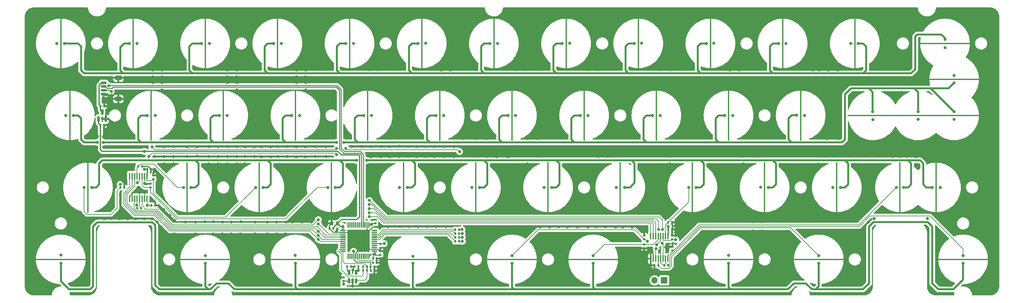
<source format=gbr>
%TF.GenerationSoftware,KiCad,Pcbnew,8.0.8*%
%TF.CreationDate,2025-04-30T11:28:49+02:00*%
%TF.ProjectId,ampersand,616d7065-7273-4616-9e64-2e6b69636164,rev?*%
%TF.SameCoordinates,Original*%
%TF.FileFunction,Copper,L2,Bot*%
%TF.FilePolarity,Positive*%
%FSLAX46Y46*%
G04 Gerber Fmt 4.6, Leading zero omitted, Abs format (unit mm)*
G04 Created by KiCad (PCBNEW 8.0.8) date 2025-04-30 11:28:49*
%MOMM*%
%LPD*%
G01*
G04 APERTURE LIST*
G04 Aperture macros list*
%AMRoundRect*
0 Rectangle with rounded corners*
0 $1 Rounding radius*
0 $2 $3 $4 $5 $6 $7 $8 $9 X,Y pos of 4 corners*
0 Add a 4 corners polygon primitive as box body*
4,1,4,$2,$3,$4,$5,$6,$7,$8,$9,$2,$3,0*
0 Add four circle primitives for the rounded corners*
1,1,$1+$1,$2,$3*
1,1,$1+$1,$4,$5*
1,1,$1+$1,$6,$7*
1,1,$1+$1,$8,$9*
0 Add four rect primitives between the rounded corners*
20,1,$1+$1,$2,$3,$4,$5,0*
20,1,$1+$1,$4,$5,$6,$7,0*
20,1,$1+$1,$6,$7,$8,$9,0*
20,1,$1+$1,$8,$9,$2,$3,0*%
%AMFreePoly0*
4,1,21,0.111114,6.666294,0.166294,6.611114,0.196157,6.539018,0.200000,6.500000,0.200000,-6.500000,0.196157,-6.539018,0.166294,-6.611114,0.111114,-6.666294,0.039018,-6.696157,-0.039018,-6.696157,-0.111114,-6.666294,-0.166294,-6.611114,-0.196157,-6.539018,-0.200000,-6.500000,-0.200000,6.500000,-0.196157,6.539018,-0.166294,6.611114,-0.111114,6.666294,-0.039018,6.696157,0.039018,6.696157,
0.111114,6.666294,0.111114,6.666294,$1*%
G04 Aperture macros list end*
%TA.AperFunction,SMDPad,CuDef*%
%ADD10FreePoly0,270.000000*%
%TD*%
%TA.AperFunction,SMDPad,CuDef*%
%ADD11FreePoly0,0.000000*%
%TD*%
%TA.AperFunction,SMDPad,CuDef*%
%ADD12FreePoly0,180.000000*%
%TD*%
%TA.AperFunction,SMDPad,CuDef*%
%ADD13FreePoly0,90.000000*%
%TD*%
%TA.AperFunction,SMDPad,CuDef*%
%ADD14RoundRect,0.140000X-0.140000X-0.170000X0.140000X-0.170000X0.140000X0.170000X-0.140000X0.170000X0*%
%TD*%
%TA.AperFunction,SMDPad,CuDef*%
%ADD15RoundRect,0.135000X-0.135000X-0.185000X0.135000X-0.185000X0.135000X0.185000X-0.135000X0.185000X0*%
%TD*%
%TA.AperFunction,SMDPad,CuDef*%
%ADD16RoundRect,0.150000X0.150000X-0.512500X0.150000X0.512500X-0.150000X0.512500X-0.150000X-0.512500X0*%
%TD*%
%TA.AperFunction,SMDPad,CuDef*%
%ADD17RoundRect,0.135000X0.185000X-0.135000X0.185000X0.135000X-0.185000X0.135000X-0.185000X-0.135000X0*%
%TD*%
%TA.AperFunction,SMDPad,CuDef*%
%ADD18RoundRect,0.150000X0.150000X-0.587500X0.150000X0.587500X-0.150000X0.587500X-0.150000X-0.587500X0*%
%TD*%
%TA.AperFunction,SMDPad,CuDef*%
%ADD19RoundRect,0.135000X-0.185000X0.135000X-0.185000X-0.135000X0.185000X-0.135000X0.185000X0.135000X0*%
%TD*%
%TA.AperFunction,SMDPad,CuDef*%
%ADD20R,0.419100X1.778000*%
%TD*%
%TA.AperFunction,SMDPad,CuDef*%
%ADD21RoundRect,0.225000X0.225000X0.250000X-0.225000X0.250000X-0.225000X-0.250000X0.225000X-0.250000X0*%
%TD*%
%TA.AperFunction,SMDPad,CuDef*%
%ADD22RoundRect,0.140000X0.140000X0.170000X-0.140000X0.170000X-0.140000X-0.170000X0.140000X-0.170000X0*%
%TD*%
%TA.AperFunction,SMDPad,CuDef*%
%ADD23RoundRect,0.140000X0.170000X-0.140000X0.170000X0.140000X-0.170000X0.140000X-0.170000X-0.140000X0*%
%TD*%
%TA.AperFunction,SMDPad,CuDef*%
%ADD24RoundRect,0.135000X0.135000X0.185000X-0.135000X0.185000X-0.135000X-0.185000X0.135000X-0.185000X0*%
%TD*%
%TA.AperFunction,SMDPad,CuDef*%
%ADD25RoundRect,0.140000X-0.170000X0.140000X-0.170000X-0.140000X0.170000X-0.140000X0.170000X0.140000X0*%
%TD*%
%TA.AperFunction,ComponentPad*%
%ADD26R,1.700000X1.700000*%
%TD*%
%TA.AperFunction,ComponentPad*%
%ADD27O,1.700000X1.700000*%
%TD*%
%TA.AperFunction,SMDPad,CuDef*%
%ADD28RoundRect,0.150000X-0.625000X0.150000X-0.625000X-0.150000X0.625000X-0.150000X0.625000X0.150000X0*%
%TD*%
%TA.AperFunction,SMDPad,CuDef*%
%ADD29RoundRect,0.250000X-0.650000X0.350000X-0.650000X-0.350000X0.650000X-0.350000X0.650000X0.350000X0*%
%TD*%
%TA.AperFunction,SMDPad,CuDef*%
%ADD30RoundRect,0.075000X0.075000X-0.662500X0.075000X0.662500X-0.075000X0.662500X-0.075000X-0.662500X0*%
%TD*%
%TA.AperFunction,SMDPad,CuDef*%
%ADD31RoundRect,0.075000X0.662500X-0.075000X0.662500X0.075000X-0.662500X0.075000X-0.662500X-0.075000X0*%
%TD*%
%TA.AperFunction,ViaPad*%
%ADD32C,0.800000*%
%TD*%
%TA.AperFunction,Conductor*%
%ADD33C,0.200000*%
%TD*%
%TA.AperFunction,Conductor*%
%ADD34C,0.500000*%
%TD*%
%TA.AperFunction,Conductor*%
%ADD35C,0.250000*%
%TD*%
%TA.AperFunction,Conductor*%
%ADD36C,0.350000*%
%TD*%
G04 APERTURE END LIST*
D10*
%TO.P,SW_EC42,3,SG*%
%TO.N,GND*%
X146050000Y-91281250D03*
%TD*%
D11*
%TO.P,SW_EC29,3,SG*%
%TO.N,GND*%
X79375000Y-72231250D03*
%TD*%
D12*
%TO.P,SW_EC8,3,SG*%
%TO.N,GND*%
X160337500Y-34131250D03*
%TD*%
%TO.P,SW_EC4,3,SG*%
%TO.N,GND*%
X84137501Y-34131250D03*
%TD*%
D10*
%TO.P,SW_EC50,3,SG*%
%TO.N,GND*%
X265112500Y-91281250D03*
%TD*%
D12*
%TO.P,SW_EC24,3,SG*%
%TO.N,GND*%
X222250000Y-53181250D03*
%TD*%
D13*
%TO.P,SW_EC13,3,SG*%
%TO.N,GND*%
X260350000Y-34131250D03*
%TD*%
D11*
%TO.P,SW_EC28,3,SG*%
%TO.N,GND*%
X60325000Y-72231250D03*
%TD*%
D12*
%TO.P,SW_EC18,3,SG*%
%TO.N,GND*%
X107950000Y-53181250D03*
%TD*%
D10*
%TO.P,SW_EC40,3,SG*%
%TO.N,GND*%
X65087500Y-91281250D03*
%TD*%
D13*
%TO.P,SW_EC26,3,SG*%
%TO.N,GND*%
X262731250Y-53181250D03*
%TD*%
D11*
%TO.P,SW_EC35,3,SG*%
%TO.N,GND*%
X193675000Y-72231250D03*
%TD*%
%TO.P,SW_EC32,3,SG*%
%TO.N,GND*%
X136525000Y-72231250D03*
%TD*%
%TO.P,SW_EC31,3,SG*%
%TO.N,GND*%
X117475000Y-72231250D03*
%TD*%
%TO.P,SW_EC14,3,SG*%
%TO.N,GND*%
X29368750Y-53181250D03*
%TD*%
D10*
%TO.P,SW_EC25,3,SG*%
%TO.N,GND*%
X241300000Y-53181250D03*
%TD*%
D12*
%TO.P,SW_EC21,3,SG*%
%TO.N,GND*%
X165100000Y-53181250D03*
%TD*%
D10*
%TO.P,SW_EC43,3,SG*%
%TO.N,GND*%
X119856250Y-91281250D03*
%TD*%
D11*
%TO.P,SW_EC36,3,SG*%
%TO.N,GND*%
X212725000Y-72231250D03*
%TD*%
%TO.P,SW_EC33,3,SG*%
%TO.N,GND*%
X155575000Y-72231250D03*
%TD*%
%TO.P,SW_EC30,3,SG*%
%TO.N,GND*%
X98425000Y-72231250D03*
%TD*%
D10*
%TO.P,SW_EC39,3,SG*%
%TO.N,GND*%
X26987500Y-91281250D03*
%TD*%
D12*
%TO.P,SW_EC15,3,SG*%
%TO.N,GND*%
X50800000Y-53181250D03*
%TD*%
%TO.P,SW_EC20,3,SG*%
%TO.N,GND*%
X146050000Y-53181250D03*
%TD*%
D11*
%TO.P,SW_EC1,3,SG*%
%TO.N,GND*%
X26987500Y-34131250D03*
%TD*%
D10*
%TO.P,SW_EC45,3,SG*%
%TO.N,GND*%
X167481250Y-91281250D03*
%TD*%
D12*
%TO.P,SW_EC2,3,SG*%
%TO.N,GND*%
X46037500Y-34131250D03*
%TD*%
D13*
%TO.P,SW_EC46,3,SG*%
%TO.N,GND*%
X253206500Y-53181250D03*
%TD*%
D12*
%TO.P,SW_EC3,3,SG*%
%TO.N,GND*%
X65087500Y-34131249D03*
%TD*%
%TO.P,SW_EC16,3,SG*%
%TO.N,GND*%
X69850000Y-53181250D03*
%TD*%
%TO.P,SW_EC19,3,SG*%
%TO.N,GND*%
X127000000Y-53181250D03*
%TD*%
D10*
%TO.P,SW_EC49,3,SG*%
%TO.N,GND*%
X227012500Y-91281250D03*
%TD*%
D11*
%TO.P,SW_EC12,3,SG*%
%TO.N,GND*%
X236537500Y-34131250D03*
%TD*%
D10*
%TO.P,SW_EC41,3,SG*%
%TO.N,GND*%
X88900000Y-91281250D03*
%TD*%
%TO.P,SW_EC48,3,SG*%
%TO.N,GND*%
X203200000Y-91281250D03*
%TD*%
D12*
%TO.P,SW_EC10,3,SG*%
%TO.N,GND*%
X198437500Y-34131250D03*
%TD*%
D11*
%TO.P,SW_EC34,3,SG*%
%TO.N,GND*%
X174625000Y-72231250D03*
%TD*%
D12*
%TO.P,SW_EC7,3,SG*%
%TO.N,GND*%
X141287500Y-34131250D03*
%TD*%
D11*
%TO.P,SW_EC47,3,SG*%
%TO.N,GND*%
X248444000Y-72231250D03*
%TD*%
D12*
%TO.P,SW_EC17,3,SG*%
%TO.N,GND*%
X88900000Y-53181250D03*
%TD*%
D10*
%TO.P,SW_EC44,3,SG*%
%TO.N,GND*%
X262731500Y-43656250D03*
%TD*%
D11*
%TO.P,SW_EC37,3,SG*%
%TO.N,GND*%
X231775000Y-72231250D03*
%TD*%
%TO.P,SW_EC27,3,SG*%
%TO.N,GND*%
X34131250Y-72231250D03*
%TD*%
D12*
%TO.P,SW_EC6,3,SG*%
%TO.N,GND*%
X122237500Y-34131250D03*
%TD*%
%TO.P,SW_EC22,3,SG*%
%TO.N,GND*%
X184150000Y-53181250D03*
%TD*%
%TO.P,SW_EC38,3,SG*%
%TO.N,GND*%
X257968750Y-72231250D03*
%TD*%
%TO.P,SW_EC11,3,SG*%
%TO.N,GND*%
X217487500Y-34131250D03*
%TD*%
%TO.P,SW_EC23,3,SG*%
%TO.N,GND*%
X203200000Y-53181250D03*
%TD*%
%TO.P,SW_EC9,3,SG*%
%TO.N,GND*%
X179387500Y-34131250D03*
%TD*%
%TO.P,SW_EC5,3,SG*%
%TO.N,GND*%
X103187500Y-34131250D03*
%TD*%
D14*
%TO.P,C7,1*%
%TO.N,+3V3*%
X108762618Y-94230474D03*
%TO.P,C7,2*%
%TO.N,GND*%
X109722618Y-94230474D03*
%TD*%
D15*
%TO.P,R10,1*%
%TO.N,COL4*%
X47192500Y-77787500D03*
%TO.P,R10,2*%
%TO.N,GND*%
X48212500Y-77787500D03*
%TD*%
%TO.P,R9,1*%
%TO.N,COL1*%
X47418750Y-66675000D03*
%TO.P,R9,2*%
%TO.N,GND*%
X48438750Y-66675000D03*
%TD*%
D16*
%TO.P,U4,1*%
%TO.N,ADC*%
X104931250Y-96981250D03*
%TO.P,U4,2,V-*%
%TO.N,GND*%
X103981250Y-96981250D03*
%TO.P,U4,3,+*%
%TO.N,APLEX_OUT*%
X103031250Y-96981250D03*
%TO.P,U4,4,-*%
%TO.N,Net-(U4--)*%
X103031250Y-94706250D03*
%TO.P,U4,5,V+*%
%TO.N,+3V3*%
X104931250Y-94706250D03*
%TD*%
D15*
%TO.P,R21,1*%
%TO.N,COL5*%
X50877500Y-76993750D03*
%TO.P,R21,2*%
%TO.N,GND*%
X51897500Y-76993750D03*
%TD*%
D17*
%TO.P,R8,1*%
%TO.N,COL2*%
X51387500Y-70076250D03*
%TO.P,R8,2*%
%TO.N,GND*%
X51387500Y-69056250D03*
%TD*%
D14*
%TO.P,C12,1*%
%TO.N,GND*%
X104520079Y-93160507D03*
%TO.P,C12,2*%
%TO.N,+3V3*%
X105480079Y-93160507D03*
%TD*%
D18*
%TO.P,U2,1,GND*%
%TO.N,GND*%
X38843750Y-54118750D03*
%TO.P,U2,2,VO*%
%TO.N,+3V3*%
X36943750Y-54118750D03*
%TO.P,U2,3,VI*%
%TO.N,+5V*%
X37893750Y-52243750D03*
%TD*%
D19*
%TO.P,R5,1*%
%TO.N,BOOT0*%
X111300526Y-87195741D03*
%TO.P,R5,2*%
%TO.N,GND*%
X111300526Y-88215741D03*
%TD*%
D15*
%TO.P,R3,1*%
%TO.N,Net-(U1-PB4)*%
X131052586Y-84435371D03*
%TO.P,R3,2*%
%TO.N,ROW0*%
X132072586Y-84435371D03*
%TD*%
D20*
%TO.P,U3,1,A4*%
%TO.N,COL5*%
X49692050Y-75205590D03*
%TO.P,U3,2,A6*%
%TO.N,GND*%
X49041810Y-75205590D03*
%TO.P,U3,3,A*%
%TO.N,APLEX_OUT*%
X48391570Y-75205590D03*
%TO.P,U3,4,A7*%
%TO.N,GND*%
X47741330Y-75205590D03*
%TO.P,U3,5,A5*%
%TO.N,COL4*%
X47096170Y-75205590D03*
%TO.P,U3,6,~{E}*%
%TO.N,APLEX_EN_PIN_0*%
X46445930Y-75205590D03*
%TO.P,U3,7,VEE*%
%TO.N,GND*%
X45795690Y-75205590D03*
%TO.P,U3,8,GND*%
X45145450Y-75205590D03*
%TO.P,U3,9,S2*%
%TO.N,AMUX_SEL_2*%
X45145450Y-69256910D03*
%TO.P,U3,10,S1*%
%TO.N,AMUX_SEL_1*%
X45795690Y-69256910D03*
%TO.P,U3,11,S0*%
%TO.N,AMUX_SEL_0*%
X46445930Y-69256910D03*
%TO.P,U3,12,A3*%
%TO.N,COL1*%
X47096170Y-69256910D03*
%TO.P,U3,13,A0*%
%TO.N,COL0*%
X47741330Y-69256910D03*
%TO.P,U3,14,A1*%
%TO.N,COL3*%
X48391570Y-69256910D03*
%TO.P,U3,15,A2*%
%TO.N,COL2*%
X49041810Y-69256910D03*
%TO.P,U3,16,VCC*%
%TO.N,+3V3*%
X49692050Y-69256910D03*
%TD*%
D21*
%TO.P,C5,1*%
%TO.N,+3V3*%
X99993750Y-81756250D03*
%TO.P,C5,2*%
%TO.N,GND*%
X98443750Y-81756250D03*
%TD*%
D22*
%TO.P,C14,1*%
%TO.N,GND*%
X188285000Y-83343750D03*
%TO.P,C14,2*%
%TO.N,+3V3*%
X187325000Y-83343750D03*
%TD*%
D14*
%TO.P,C1,1*%
%TO.N,+3V3*%
X108743750Y-93208318D03*
%TO.P,C1,2*%
%TO.N,GND*%
X109703750Y-93208318D03*
%TD*%
D23*
%TO.P,C3,1*%
%TO.N,+3V3*%
X111294969Y-90089624D03*
%TO.P,C3,2*%
%TO.N,GND*%
X111294969Y-89129624D03*
%TD*%
D20*
%TO.P,U5,1,A4*%
%TO.N,COL11*%
X187217050Y-91080590D03*
%TO.P,U5,2,A6*%
%TO.N,COL12*%
X186566810Y-91080590D03*
%TO.P,U5,3,A*%
%TO.N,APLEX_OUT*%
X185916570Y-91080590D03*
%TO.P,U5,4,A7*%
%TO.N,GND*%
X185266330Y-91080590D03*
%TO.P,U5,5,A5*%
%TO.N,COL10*%
X184621170Y-91080590D03*
%TO.P,U5,6,~{E}*%
%TO.N,APLEX_EN_PIN_1*%
X183970930Y-91080590D03*
%TO.P,U5,7,VEE*%
%TO.N,GND*%
X183320690Y-91080590D03*
%TO.P,U5,8,GND*%
X182670450Y-91080590D03*
%TO.P,U5,9,S2*%
%TO.N,AMUX_SEL_2*%
X182670450Y-85131910D03*
%TO.P,U5,10,S1*%
%TO.N,AMUX_SEL_1*%
X183320690Y-85131910D03*
%TO.P,U5,11,S0*%
%TO.N,AMUX_SEL_0*%
X183970930Y-85131910D03*
%TO.P,U5,12,A3*%
%TO.N,COL7*%
X184621170Y-85131910D03*
%TO.P,U5,13,A0*%
%TO.N,COL6*%
X185266330Y-85131910D03*
%TO.P,U5,14,A1*%
%TO.N,COL9*%
X185916570Y-85131910D03*
%TO.P,U5,15,A2*%
%TO.N,COL8*%
X186566810Y-85131910D03*
%TO.P,U5,16,VCC*%
%TO.N,+3V3*%
X187217050Y-85131910D03*
%TD*%
D24*
%TO.P,R11,1*%
%TO.N,ADC*%
X107760946Y-94192967D03*
%TO.P,R11,2*%
%TO.N,Net-(U4--)*%
X106740946Y-94192967D03*
%TD*%
D15*
%TO.P,R1,1*%
%TO.N,Net-(U1-PB6)*%
X131040562Y-86512696D03*
%TO.P,R1,2*%
%TO.N,ROW3*%
X132060562Y-86512696D03*
%TD*%
%TO.P,R6,1*%
%TO.N,COL0*%
X42656250Y-72231250D03*
%TO.P,R6,2*%
%TO.N,GND*%
X43676250Y-72231250D03*
%TD*%
D17*
%TO.P,R19,1*%
%TO.N,COL11*%
X188354462Y-88900000D03*
%TO.P,R19,2*%
%TO.N,GND*%
X188354462Y-87880000D03*
%TD*%
D23*
%TO.P,C13,1*%
%TO.N,APLEX_OUT*%
X101600000Y-97003750D03*
%TO.P,C13,2*%
%TO.N,GND*%
X101600000Y-96043750D03*
%TD*%
D15*
%TO.P,R2,1*%
%TO.N,Net-(U1-PB5)*%
X131041054Y-85448710D03*
%TO.P,R2,2*%
%TO.N,ROW1*%
X132061054Y-85448710D03*
%TD*%
D25*
%TO.P,C2,1*%
%TO.N,+3V3*%
X109974860Y-81719588D03*
%TO.P,C2,2*%
%TO.N,GND*%
X109974860Y-82679588D03*
%TD*%
D26*
%TO.P,SW1,1,1*%
%TO.N,+3V3*%
X186218750Y-96837500D03*
D27*
%TO.P,SW1,2,2*%
%TO.N,BOOT0*%
X183678750Y-96837500D03*
%TD*%
D22*
%TO.P,C10,1*%
%TO.N,GND*%
X38380888Y-55706250D03*
%TO.P,C10,2*%
%TO.N,+3V3*%
X37420888Y-55706250D03*
%TD*%
D19*
%TO.P,R17,1*%
%TO.N,COL7*%
X180975000Y-87312500D03*
%TO.P,R17,2*%
%TO.N,GND*%
X180975000Y-88332500D03*
%TD*%
D28*
%TO.P,J1,1,Pin_1*%
%TO.N,+5V*%
X38275000Y-44537500D03*
%TO.P,J1,2,Pin_2*%
%TO.N,D_N*%
X38275000Y-45537500D03*
%TO.P,J1,3,Pin_3*%
%TO.N,D_P*%
X38275000Y-46537500D03*
%TO.P,J1,4,Pin_4*%
%TO.N,GND*%
X38275000Y-47537500D03*
D29*
%TO.P,J1,MP,MountPin*%
X42150000Y-43237500D03*
X42150000Y-48837500D03*
%TD*%
D22*
%TO.P,C9,1*%
%TO.N,GND*%
X38417327Y-50750000D03*
%TO.P,C9,2*%
%TO.N,+5V*%
X37457327Y-50750000D03*
%TD*%
D24*
%TO.P,R13,1*%
%TO.N,ADC*%
X107769567Y-93130358D03*
%TO.P,R13,2*%
%TO.N,Net-(U4--)*%
X106749567Y-93130358D03*
%TD*%
%TO.P,R20,1*%
%TO.N,COL12*%
X187325000Y-92868750D03*
%TO.P,R20,2*%
%TO.N,GND*%
X186305000Y-92868750D03*
%TD*%
D15*
%TO.P,R16,1*%
%TO.N,COL8*%
X187295000Y-81476250D03*
%TO.P,R16,2*%
%TO.N,GND*%
X188315000Y-81476250D03*
%TD*%
D17*
%TO.P,R15,1*%
%TO.N,COL9*%
X188325000Y-85951250D03*
%TO.P,R15,2*%
%TO.N,GND*%
X188325000Y-84931250D03*
%TD*%
D14*
%TO.P,C8,1*%
%TO.N,NRST*%
X109371250Y-92118689D03*
%TO.P,C8,2*%
%TO.N,GND*%
X110331250Y-92118689D03*
%TD*%
D17*
%TO.P,R14,1*%
%TO.N,COL6*%
X180975000Y-85951250D03*
%TO.P,R14,2*%
%TO.N,GND*%
X180975000Y-84931250D03*
%TD*%
D15*
%TO.P,R4,1*%
%TO.N,Net-(U1-PB3)*%
X131046250Y-83398811D03*
%TO.P,R4,2*%
%TO.N,ROW2*%
X132066250Y-83398811D03*
%TD*%
D14*
%TO.P,C4,1*%
%TO.N,+3V3*%
X109370583Y-91030799D03*
%TO.P,C4,2*%
%TO.N,GND*%
X110330583Y-91030799D03*
%TD*%
D15*
%TO.P,R12,1*%
%TO.N,Net-(U4--)*%
X102523474Y-93163842D03*
%TO.P,R12,2*%
%TO.N,GND*%
X103543474Y-93163842D03*
%TD*%
D30*
%TO.P,U1,1,VBAT*%
%TO.N,+3V3*%
X108318750Y-90495367D03*
%TO.P,U1,2,PC13*%
%TO.N,unconnected-(U1-PC13-Pad2)*%
X107818750Y-90495367D03*
%TO.P,U1,3,PC14*%
%TO.N,unconnected-(U1-PC14-Pad3)*%
X107318750Y-90495367D03*
%TO.P,U1,4,PC15*%
%TO.N,unconnected-(U1-PC15-Pad4)*%
X106818750Y-90495367D03*
%TO.P,U1,5,PF0*%
%TO.N,unconnected-(U1-PF0-Pad5)*%
X106318750Y-90495367D03*
%TO.P,U1,6,PF1*%
%TO.N,unconnected-(U1-PF1-Pad6)*%
X105818750Y-90495367D03*
%TO.P,U1,7,NRST*%
%TO.N,NRST*%
X105318750Y-90495367D03*
%TO.P,U1,8,VSSA*%
%TO.N,GND*%
X104818750Y-90495367D03*
%TO.P,U1,9,VDDA*%
%TO.N,+3V3*%
X104318750Y-90495367D03*
%TO.P,U1,10,PA0*%
%TO.N,unconnected-(U1-PA0-Pad10)*%
X103818750Y-90495367D03*
%TO.P,U1,11,PA1*%
%TO.N,unconnected-(U1-PA1-Pad11)*%
X103318750Y-90495367D03*
%TO.P,U1,12,PA2*%
%TO.N,unconnected-(U1-PA2-Pad12)*%
X102818750Y-90495367D03*
D31*
%TO.P,U1,13,PA3*%
%TO.N,ADC*%
X101406250Y-89082867D03*
%TO.P,U1,14,PA4*%
%TO.N,APLEX_OUT*%
X101406250Y-88582867D03*
%TO.P,U1,15,PA5*%
%TO.N,unconnected-(U1-PA5-Pad15)*%
X101406250Y-88082867D03*
%TO.P,U1,16,PA6*%
%TO.N,unconnected-(U1-PA6-Pad16)*%
X101406250Y-87582867D03*
%TO.P,U1,17,PA7*%
%TO.N,unconnected-(U1-PA7-Pad17)*%
X101406250Y-87082867D03*
%TO.P,U1,18,PB0*%
%TO.N,AMUX_SEL_2*%
X101406250Y-86582867D03*
%TO.P,U1,19,PB1*%
%TO.N,AMUX_SEL_1*%
X101406250Y-86082867D03*
%TO.P,U1,20,PB2*%
%TO.N,AMUX_SEL_0*%
X101406250Y-85582867D03*
%TO.P,U1,21,PB10*%
%TO.N,APLEX_EN_PIN_0*%
X101406250Y-85082867D03*
%TO.P,U1,22,PB11*%
%TO.N,APLEX_EN_PIN_1*%
X101406250Y-84582867D03*
%TO.P,U1,23,VSS*%
%TO.N,GND*%
X101406250Y-84082867D03*
%TO.P,U1,24,VDD*%
%TO.N,+3V3*%
X101406250Y-83582867D03*
D30*
%TO.P,U1,25,PB12*%
%TO.N,unconnected-(U1-PB12-Pad25)*%
X102818750Y-82170367D03*
%TO.P,U1,26,PB13*%
%TO.N,unconnected-(U1-PB13-Pad26)*%
X103318750Y-82170367D03*
%TO.P,U1,27,PB14*%
%TO.N,unconnected-(U1-PB14-Pad27)*%
X103818750Y-82170367D03*
%TO.P,U1,28,PB15*%
%TO.N,unconnected-(U1-PB15-Pad28)*%
X104318750Y-82170367D03*
%TO.P,U1,29,PA8*%
%TO.N,unconnected-(U1-PA8-Pad29)*%
X104818750Y-82170367D03*
%TO.P,U1,30,PA9*%
%TO.N,unconnected-(U1-PA9-Pad30)*%
X105318750Y-82170367D03*
%TO.P,U1,31,PA10*%
%TO.N,unconnected-(U1-PA10-Pad31)*%
X105818750Y-82170367D03*
%TO.P,U1,32,PA11*%
%TO.N,D_N*%
X106318750Y-82170367D03*
%TO.P,U1,33,PA12*%
%TO.N,D_P*%
X106818750Y-82170367D03*
%TO.P,U1,34,PA13*%
%TO.N,unconnected-(U1-PA13-Pad34)*%
X107318750Y-82170367D03*
%TO.P,U1,35,VSS*%
%TO.N,GND*%
X107818750Y-82170367D03*
%TO.P,U1,36,VDDIO2*%
%TO.N,+3V3*%
X108318750Y-82170367D03*
D31*
%TO.P,U1,37,PA14*%
%TO.N,unconnected-(U1-PA14-Pad37)*%
X109731250Y-83582867D03*
%TO.P,U1,38,PA15*%
%TO.N,unconnected-(U1-PA15-Pad38)*%
X109731250Y-84082867D03*
%TO.P,U1,39,PB3*%
%TO.N,Net-(U1-PB3)*%
X109731250Y-84582867D03*
%TO.P,U1,40,PB4*%
%TO.N,Net-(U1-PB4)*%
X109731250Y-85082867D03*
%TO.P,U1,41,PB5*%
%TO.N,Net-(U1-PB5)*%
X109731250Y-85582867D03*
%TO.P,U1,42,PB6*%
%TO.N,Net-(U1-PB6)*%
X109731250Y-86082867D03*
%TO.P,U1,43,PB7*%
%TO.N,unconnected-(U1-PB7-Pad43)*%
X109731250Y-86582867D03*
%TO.P,U1,44,BOOT0*%
%TO.N,BOOT0*%
X109731250Y-87082867D03*
%TO.P,U1,45,PB8*%
%TO.N,unconnected-(U1-PB8-Pad45)*%
X109731250Y-87582867D03*
%TO.P,U1,46,PB9*%
%TO.N,unconnected-(U1-PB9-Pad46)*%
X109731250Y-88082867D03*
%TO.P,U1,47,VSS*%
%TO.N,GND*%
X109731250Y-88582867D03*
%TO.P,U1,48,VDD*%
%TO.N,+3V3*%
X109731250Y-89082867D03*
%TD*%
D17*
%TO.P,R7,1*%
%TO.N,COL3*%
X50593750Y-72231250D03*
%TO.P,R7,2*%
%TO.N,GND*%
X50593750Y-71211250D03*
%TD*%
D24*
%TO.P,R18,1*%
%TO.N,COL10*%
X184638884Y-92868750D03*
%TO.P,R18,2*%
%TO.N,GND*%
X183618884Y-92868750D03*
%TD*%
D22*
%TO.P,C6,1*%
%TO.N,+3V3*%
X98852620Y-83055658D03*
%TO.P,C6,2*%
%TO.N,GND*%
X97892620Y-83055658D03*
%TD*%
%TO.P,C11,1*%
%TO.N,GND*%
X50760000Y-67468750D03*
%TO.P,C11,2*%
%TO.N,+3V3*%
X49800000Y-67468750D03*
%TD*%
D32*
%TO.N,COL0*%
X47145430Y-71012287D03*
X42656250Y-71437500D03*
X25906166Y-34153066D03*
X33131250Y-72231250D03*
X26987500Y-90141793D03*
X28242315Y-53181250D03*
%TO.N,ROW0*%
X159226249Y-34131250D03*
X27965171Y-34111068D03*
X237403920Y-34111068D03*
X140176249Y-34131250D03*
X64088526Y-34148020D03*
X260329818Y-33085234D03*
X45020010Y-34131250D03*
X178276249Y-34131250D03*
X216376249Y-34131250D03*
X83137501Y-34131250D03*
X132894273Y-84433380D03*
X121237500Y-34131250D03*
X197326249Y-34131250D03*
X102187500Y-34131250D03*
%TO.N,GND*%
X229187500Y-59266245D03*
X212102896Y-81342645D03*
X189706250Y-97631250D03*
X255715955Y-80499353D03*
X226812105Y-66080925D03*
X205989043Y-41187603D03*
X209675815Y-83782379D03*
X242773039Y-63936447D03*
X96941948Y-64040976D03*
X168775696Y-61538224D03*
X39283602Y-55702217D03*
X136541846Y-59287284D03*
X153526507Y-82747383D03*
X51208670Y-44515000D03*
X38207427Y-63909411D03*
X108251516Y-43097918D03*
X69620805Y-84490786D03*
X190478068Y-63868617D03*
X88049496Y-81380019D03*
X171366235Y-64054003D03*
X60248655Y-61517733D03*
X67239555Y-84490786D03*
X246552896Y-64030008D03*
X242005087Y-66419097D03*
X256432165Y-61703632D03*
X206995397Y-61745218D03*
X116227008Y-61338064D03*
X239085989Y-66362960D03*
X123618750Y-82550000D03*
X168623171Y-43105197D03*
X107950000Y-69850000D03*
X225425000Y-41170565D03*
X44601119Y-80523870D03*
X209645365Y-81342645D03*
X42695252Y-76112822D03*
X128054812Y-61416511D03*
X82391992Y-64088723D03*
X96911932Y-61380720D03*
X51208670Y-41203642D03*
X189222557Y-83343615D03*
X68523805Y-61450842D03*
X113506250Y-97631250D03*
X166165640Y-41084283D03*
X89072329Y-61491917D03*
X230962121Y-63981710D03*
X187749782Y-66002406D03*
X54129777Y-61495802D03*
X168702400Y-66122309D03*
X238920282Y-82632579D03*
X76993750Y-91281250D03*
X93049028Y-81380019D03*
X91652690Y-46450000D03*
X144918411Y-61535447D03*
X203531512Y-43208517D03*
X63012020Y-63995988D03*
X53712784Y-46450000D03*
X113667772Y-66109844D03*
X38229376Y-58766741D03*
X73394943Y-44515000D03*
X40346415Y-80465386D03*
X83908305Y-84490786D03*
X127364915Y-41171383D03*
X54220131Y-65954327D03*
X40308480Y-63922222D03*
X113506250Y-96043750D03*
X68510065Y-65956323D03*
X107950000Y-67468750D03*
X250351465Y-61690987D03*
X97013364Y-59174439D03*
X139490447Y-43165767D03*
X84264356Y-64055597D03*
X232244348Y-51987231D03*
X91517567Y-64099459D03*
X75582393Y-61459249D03*
X187774140Y-41124871D03*
X51034348Y-80538491D03*
X137112500Y-82550000D03*
X185316609Y-41124871D03*
X56712062Y-66027459D03*
X66066274Y-61450842D03*
X100806250Y-96043750D03*
X189141080Y-81484082D03*
X69665681Y-79019879D03*
X182825134Y-92868750D03*
X173396971Y-82718985D03*
X56739621Y-59127204D03*
X67319014Y-79019879D03*
X94151308Y-66181542D03*
X258340805Y-61731700D03*
X86289555Y-84490786D03*
X60314450Y-64039851D03*
X232224859Y-61504152D03*
X74406250Y-79375000D03*
X241300000Y-44450000D03*
X113748753Y-61381927D03*
X126000000Y-82550000D03*
X232216450Y-57708664D03*
X78199160Y-81369314D03*
X131694189Y-34176378D03*
X94162756Y-64055597D03*
X111125000Y-96043750D03*
X272256250Y-34131250D03*
X36630816Y-58688763D03*
X149615907Y-41108826D03*
X130730450Y-61438442D03*
X150005665Y-79084828D03*
X139422614Y-64049131D03*
X210021939Y-58981854D03*
X111125000Y-97631250D03*
X70961280Y-64036584D03*
X89143349Y-41203642D03*
X116227008Y-59144918D03*
X144992349Y-66521264D03*
X147088781Y-82615794D03*
X246440623Y-61578714D03*
X150163393Y-61545132D03*
X40275000Y-47830753D03*
X253206250Y-44450000D03*
X91600880Y-41203642D03*
X84276649Y-61448055D03*
X144940342Y-64123360D03*
X113704890Y-64123360D03*
X83937381Y-81380019D03*
X226806250Y-61492993D03*
X73418811Y-65954327D03*
X81421557Y-81412136D03*
X82404285Y-61481181D03*
X59881816Y-81401431D03*
X98425000Y-79456750D03*
X150068979Y-65953364D03*
X98425000Y-94456250D03*
X53666201Y-41203642D03*
X73385980Y-42930000D03*
X136454170Y-43184983D03*
X139422614Y-61519702D03*
X232216450Y-54119599D03*
X186616070Y-88106250D03*
X180975000Y-88994250D03*
X45087094Y-63883788D03*
X45120163Y-58872464D03*
X113661027Y-59188781D03*
X70928449Y-41203642D03*
X156368750Y-95250000D03*
X69666768Y-81380019D03*
X39475664Y-50749731D03*
X42695252Y-78200421D03*
X52374758Y-81433548D03*
X184150000Y-72231250D03*
X271256250Y-72231250D03*
X88942266Y-79372712D03*
X180488144Y-82733606D03*
X118856250Y-82550000D03*
X229506378Y-41200614D03*
X252727910Y-64123569D03*
X242660766Y-61597427D03*
X231963909Y-41200614D03*
X150119530Y-63869867D03*
X123164096Y-61394579D03*
X187758567Y-63978274D03*
X233450839Y-63981710D03*
X227012500Y-34131250D03*
X125554625Y-61416511D03*
X54220131Y-64036584D03*
X156368750Y-87312500D03*
X113300000Y-82550000D03*
X70961280Y-65954327D03*
X56761553Y-64039851D03*
X241622580Y-80499353D03*
X105809179Y-86729785D03*
X130728867Y-64048286D03*
X226806250Y-63981710D03*
X108836105Y-61403859D03*
X152751305Y-61567064D03*
X103791869Y-61425790D03*
X244588119Y-63992584D03*
X117506613Y-53181250D03*
X103981250Y-98369250D03*
X260081036Y-61703632D03*
X229506378Y-43221528D03*
X248311839Y-64030008D03*
X106401713Y-61425790D03*
X54096051Y-78082684D03*
X147158376Y-41108826D03*
X215106250Y-95250000D03*
X96043750Y-97631250D03*
X229183690Y-57689110D03*
X245856250Y-34131250D03*
X228727987Y-81148917D03*
X166027440Y-82714485D03*
X70975020Y-61448846D03*
X187774140Y-43145785D03*
X237393292Y-61492993D03*
X36512500Y-30162500D03*
X168330244Y-82681588D03*
X203200000Y-72231250D03*
X93599238Y-34127032D03*
X147110712Y-79040965D03*
X118602351Y-61416511D03*
X170718146Y-84710890D03*
X210054836Y-63982227D03*
X150185324Y-59282693D03*
X133142911Y-66153707D03*
X42652874Y-58872464D03*
X136454170Y-41128770D03*
X86421089Y-81380019D03*
X171341677Y-61604018D03*
X73432551Y-61448846D03*
X47433370Y-61605459D03*
X86721887Y-64055597D03*
X40119790Y-58773773D03*
X40289620Y-61605459D03*
X205989043Y-43208517D03*
X144942873Y-82714485D03*
X116299548Y-64048286D03*
X170838300Y-79122226D03*
X133077117Y-63938629D03*
X160698095Y-82714485D03*
X53545241Y-82821209D03*
X110709047Y-43097918D03*
X261765131Y-61787837D03*
X141554462Y-82615794D03*
X55691191Y-79635001D03*
X129822446Y-43192297D03*
X74612500Y-30162500D03*
X36501098Y-80465386D03*
X55553633Y-34176378D03*
X36465111Y-61573969D03*
X18843750Y-72231250D03*
X229216818Y-61492993D03*
X210054836Y-61712321D03*
X67268705Y-81347902D03*
X246856250Y-44450000D03*
X73385980Y-41203642D03*
X113352291Y-79216417D03*
X104034033Y-94135286D03*
X64902759Y-81326491D03*
X263533431Y-61647495D03*
X108743750Y-96043750D03*
X79946754Y-61481181D03*
X66052534Y-64038580D03*
X228810222Y-63981710D03*
X111105750Y-93201228D03*
X66052534Y-65956323D03*
X146050000Y-72231250D03*
X75586331Y-59246140D03*
X127364915Y-43192297D03*
X265526276Y-61787837D03*
X79345887Y-53152570D03*
X184966278Y-88913489D03*
X42711311Y-74410625D03*
X79934461Y-64088723D03*
X227131723Y-43228904D03*
X91600880Y-42930000D03*
X231185518Y-81148917D03*
X212117517Y-83767758D03*
X90565320Y-81380019D03*
X72002055Y-84490786D03*
X74383305Y-84490786D03*
X89143349Y-42930000D03*
X111348688Y-91060526D03*
X43450000Y-70643750D03*
X74612500Y-38100000D03*
X235030669Y-57689110D03*
X128053229Y-64048286D03*
X271256250Y-48418750D03*
X152707442Y-59282693D03*
X133120980Y-61482305D03*
X173397211Y-84695754D03*
X116475000Y-82550000D03*
X60248655Y-59192998D03*
X107950000Y-72231250D03*
X81527055Y-84490786D03*
X141981284Y-64107615D03*
X185316609Y-43145785D03*
X254776138Y-64061364D03*
X235043144Y-61492993D03*
X236537500Y-44450000D03*
X78020724Y-59158415D03*
X51208670Y-42930000D03*
X250257904Y-64030008D03*
X129175000Y-91281250D03*
X133077117Y-59289159D03*
X111402086Y-64123360D03*
X232264626Y-46941470D03*
X18843750Y-34131250D03*
X231963909Y-43221528D03*
X144844182Y-79062897D03*
X187670841Y-61500019D03*
X232268436Y-48518605D03*
X49002032Y-80553112D03*
X120927086Y-61416511D03*
X62946225Y-61473870D03*
X38445688Y-80509249D03*
X75550903Y-65983596D03*
X91529860Y-61491917D03*
X78039924Y-61459249D03*
X139364130Y-59282693D03*
X36512500Y-38100000D03*
X118600768Y-64048286D03*
X225425000Y-43191479D03*
X166165640Y-43105197D03*
X147158376Y-43129740D03*
X86734180Y-61448055D03*
X237511378Y-63981710D03*
X152795168Y-63913730D03*
X47418750Y-72231250D03*
X188912500Y-34131250D03*
X170721332Y-82689744D03*
X42640136Y-63935033D03*
X72000596Y-81380019D03*
X155518046Y-53247044D03*
X128587500Y-82550000D03*
X37893750Y-53975000D03*
X235034479Y-59266245D03*
X125553042Y-64048286D03*
X98425000Y-57150000D03*
X74505715Y-81347902D03*
X78218874Y-84523466D03*
X49091070Y-71139409D03*
X78027631Y-64066791D03*
X203531512Y-41187603D03*
X254607729Y-61731700D03*
X62477055Y-84490786D03*
X98425000Y-49212500D03*
X73418811Y-64036584D03*
X141975288Y-66367528D03*
X56943750Y-80962500D03*
X42670870Y-61605459D03*
X171177191Y-59169626D03*
X111105750Y-94230473D03*
X70928449Y-42930000D03*
X107950000Y-74612500D03*
X75570100Y-64066791D03*
X91652690Y-44515000D03*
X89195159Y-44515000D03*
X244531982Y-61653563D03*
X51762600Y-64036584D03*
X158428189Y-82648691D03*
X83931250Y-79375000D03*
X206995397Y-63949330D03*
X235116221Y-63981710D03*
X56717690Y-61451939D03*
X155993796Y-82714485D03*
X108251516Y-41077004D03*
X56920805Y-84490786D03*
X175259050Y-82748227D03*
X65103937Y-78976016D03*
X42466456Y-80538491D03*
X110709047Y-41077004D03*
X38268365Y-61593463D03*
X111467881Y-61403859D03*
X104775000Y-67468750D03*
X207021268Y-66023065D03*
X248162142Y-61634851D03*
X47508429Y-63896599D03*
X177700752Y-82748227D03*
X239101912Y-63981710D03*
X240076491Y-81380019D03*
X111299906Y-92139826D03*
X62526108Y-81380019D03*
X73394943Y-46450000D03*
X111125000Y-82550000D03*
X136561063Y-61574101D03*
X108743750Y-97631250D03*
X149939871Y-82681588D03*
X53712784Y-44515000D03*
X190500000Y-59109490D03*
X133937500Y-91281250D03*
X136541846Y-63995436D03*
X53666201Y-42930000D03*
X232220260Y-59285799D03*
X68510065Y-64038580D03*
X45052120Y-61605459D03*
X121237500Y-82550000D03*
X54715724Y-83991692D03*
X215106250Y-87312500D03*
X227131723Y-41207990D03*
X94250000Y-59174439D03*
X46735781Y-80523870D03*
X232220260Y-55696734D03*
X252540788Y-61728412D03*
X193675000Y-53181250D03*
X190478068Y-61521951D03*
X150812500Y-34131250D03*
X228758437Y-83588651D03*
X51762100Y-67468750D03*
X129822446Y-41171383D03*
X239498410Y-61492993D03*
X189226783Y-84934239D03*
X102629489Y-59204561D03*
X149615907Y-43129740D03*
X168734459Y-64054003D03*
X180181250Y-97631250D03*
X232240538Y-50410096D03*
X70937412Y-44515000D03*
X231200139Y-83574030D03*
X141686051Y-79095794D03*
X108770311Y-64123360D03*
X120925503Y-64048286D03*
X89060036Y-64099459D03*
X98425000Y-88106250D03*
X168623171Y-41084283D03*
X94175049Y-61448055D03*
X123162513Y-64048286D03*
X141981284Y-61431976D03*
X88900000Y-72209318D03*
X180975000Y-84137500D03*
X134731250Y-82550000D03*
X163329871Y-82747383D03*
X139493750Y-82550000D03*
X222967469Y-43191479D03*
X86312500Y-79375000D03*
%TO.N,COL1*%
X51871675Y-53181250D03*
X65072364Y-90312548D03*
X59325000Y-72231250D03*
X47037500Y-34131250D03*
%TO.N,COL2*%
X70880271Y-53181250D03*
X78375000Y-72231250D03*
X88854592Y-90236868D03*
X66228719Y-34131249D03*
%TO.N,COL3*%
X85137501Y-34131250D03*
X97425000Y-72231250D03*
X90013519Y-53181249D03*
%TO.N,COL4*%
X116324667Y-72214479D03*
X119856250Y-90481748D03*
X47013966Y-76872683D03*
X104269028Y-34131250D03*
X50207031Y-64036584D03*
X99777469Y-63528781D03*
X109005939Y-53181250D03*
%TO.N,COL5*%
X102187500Y-61912500D03*
X99758043Y-61912500D03*
X123277072Y-34084737D03*
X49800000Y-76993750D03*
X132221330Y-62752762D03*
X51033696Y-61495802D03*
X128030271Y-53181250D03*
X135468893Y-72231250D03*
%TO.N,COL6*%
X142260157Y-34131250D03*
X146029818Y-90303579D03*
X147008610Y-53181250D03*
X154527910Y-72217795D03*
X184247747Y-87410247D03*
X181768750Y-86518750D03*
%TO.N,COL7*%
X167461068Y-90303579D03*
X166120181Y-53191340D03*
X173554365Y-72241340D03*
X161268201Y-34084737D03*
%TO.N,COL8*%
X185160090Y-53211521D03*
X192675000Y-72231250D03*
X180283430Y-34084737D03*
%TO.N,COL9*%
X199337987Y-34084737D03*
X189261015Y-86068462D03*
X211634184Y-72200978D03*
X204321087Y-53181250D03*
X203200000Y-90229238D03*
%TO.N,COL10*%
X223272703Y-53181249D03*
X226992318Y-90303579D03*
X230759864Y-72231250D03*
X218376249Y-34131250D03*
%TO.N,COL11*%
X241300000Y-54311590D03*
X259092333Y-72211068D03*
X235446358Y-34131249D03*
X247475633Y-72231249D03*
%TO.N,COL12*%
X265092318Y-90303579D03*
X260319728Y-35244489D03*
X262766042Y-54186399D03*
X262731500Y-42604862D03*
X253226715Y-54257440D03*
%TO.N,ROW1*%
X126000000Y-53181250D03*
X145050000Y-53181250D03*
X30346421Y-53161068D03*
X99758043Y-60325000D03*
X36646388Y-60325000D03*
X49800000Y-53181250D03*
X87900000Y-53181250D03*
X221168471Y-53129441D03*
X101657043Y-60325000D03*
X241252035Y-52186788D03*
X132934235Y-85452533D03*
X262695375Y-52152341D03*
X262732540Y-44593468D03*
X68850000Y-53181250D03*
X164100000Y-53181250D03*
X253206533Y-52178115D03*
X38195388Y-60325000D03*
X106950000Y-53181250D03*
X202200000Y-53181250D03*
X183150000Y-53181250D03*
%TO.N,ROW2*%
X249453304Y-72211067D03*
X35108921Y-72211068D03*
X213702671Y-72211068D03*
X105044250Y-65087500D03*
X156552671Y-72211068D03*
X132854312Y-83337696D03*
X256968750Y-72231250D03*
X80352671Y-72211068D03*
X118452671Y-72211068D03*
X61302671Y-72211068D03*
X175808921Y-72211068D03*
X194652671Y-72211068D03*
X232752671Y-72211068D03*
X107674500Y-65087500D03*
X99402671Y-72211068D03*
X137502671Y-72211068D03*
%TO.N,ROW3*%
X26987500Y-92281250D03*
X88900000Y-92281250D03*
X146050000Y-92281250D03*
X203204740Y-92281250D03*
X65087500Y-92301905D03*
X119856250Y-92281250D03*
X167481250Y-92281250D03*
X265112500Y-92281250D03*
X132934235Y-86502705D03*
X227012500Y-92281250D03*
%TO.N,+3V3*%
X105480079Y-94157421D03*
X49006250Y-62706250D03*
X109777929Y-89904785D03*
X108984179Y-81967285D03*
X104221679Y-89111035D03*
X49006250Y-67468750D03*
X187325000Y-82550000D03*
X101406250Y-82550000D03*
%TO.N,BOOT0*%
X112327688Y-87091008D03*
%TO.N,AMUX_SEL_0*%
X108351071Y-77857557D03*
X94935716Y-83875597D03*
%TO.N,AMUX_SEL_1*%
X94935716Y-84960757D03*
X108351071Y-78907024D03*
%TO.N,AMUX_SEL_2*%
X94935716Y-85986902D03*
X108351071Y-79954457D03*
%TO.N,APLEX_EN_PIN_1*%
X108351071Y-76761054D03*
X184108741Y-88400036D03*
X184737997Y-83343750D03*
X94935716Y-81880129D03*
%TO.N,D_P*%
X40275000Y-46831250D03*
X39649500Y-45313000D03*
%TO.N,APLEX_OUT*%
X108351071Y-75664693D03*
X94935716Y-80781771D03*
X185697172Y-86950066D03*
X185737500Y-83343750D03*
X101607283Y-97861224D03*
%TD*%
D33*
%TO.N,COL0*%
X42656250Y-72231250D02*
X42656250Y-71437500D01*
X40275000Y-79375000D02*
X33855761Y-79375000D01*
X33855761Y-79375000D02*
X33131250Y-78650489D01*
X47741330Y-69256910D02*
X47741330Y-70416387D01*
X47741330Y-70416387D02*
X47145430Y-71012287D01*
X41862500Y-77787500D02*
X40275000Y-79375000D01*
X33131250Y-78650489D02*
X33131250Y-72231250D01*
X41862500Y-73025000D02*
X41862500Y-77787500D01*
X41862500Y-73025000D02*
X42656250Y-72231250D01*
D34*
%TO.N,ROW0*%
X31523568Y-34111068D02*
X32337500Y-34925000D01*
X195850000Y-42068750D02*
X214900000Y-42068750D01*
X176800000Y-34131250D02*
X176006250Y-34925000D01*
X259350000Y-31750000D02*
X260329818Y-32729818D01*
X138700000Y-42068750D02*
X157750000Y-42068750D01*
X42656250Y-41275000D02*
X42656250Y-35131250D01*
X237403920Y-34111068D02*
X238692318Y-34111068D01*
X43450000Y-42068750D02*
X61706250Y-42068750D01*
X100600000Y-42068750D02*
X119650000Y-42068750D01*
X239506250Y-41275000D02*
X238712500Y-42068750D01*
X33131250Y-42068750D02*
X43450000Y-42068750D01*
X214900000Y-42068750D02*
X238712500Y-42068750D01*
X82343750Y-42068750D02*
X100600000Y-42068750D01*
X176006250Y-41275000D02*
X176800000Y-42068750D01*
X81550000Y-34131250D02*
X80756250Y-34925000D01*
X118856250Y-34925000D02*
X118856250Y-41275000D01*
X60912500Y-41275000D02*
X61706250Y-42068750D01*
X81550000Y-42068750D02*
X82343750Y-42068750D01*
X216376249Y-34131250D02*
X214900000Y-34131250D01*
X60912500Y-34925000D02*
X60912500Y-41275000D01*
X176800000Y-42068750D02*
X195850000Y-42068750D01*
X195056250Y-41275000D02*
X195850000Y-42068750D01*
X140176249Y-34131250D02*
X138700000Y-34131250D01*
X119650000Y-42068750D02*
X138700000Y-42068750D01*
X118856250Y-41275000D02*
X119650000Y-42068750D01*
X156956250Y-34925000D02*
X156956250Y-41275000D01*
X157750000Y-42068750D02*
X176800000Y-42068750D01*
X156956250Y-41275000D02*
X157750000Y-42068750D01*
X32337500Y-41275000D02*
X33131250Y-42068750D01*
X252468750Y-41012500D02*
X252468750Y-32281250D01*
X195056250Y-34925000D02*
X195056250Y-41275000D01*
X253000000Y-31750000D02*
X259350000Y-31750000D01*
X260329818Y-32729818D02*
X260329818Y-33085234D01*
X157750000Y-34131250D02*
X156956250Y-34925000D01*
X83137501Y-34131250D02*
X81550000Y-34131250D01*
X121237500Y-34131250D02*
X119650000Y-34131250D01*
X137906250Y-34925000D02*
X137906250Y-41275000D01*
X80756250Y-34925000D02*
X80756250Y-41275000D01*
X214900000Y-34131250D02*
X214106250Y-34925000D01*
X214106250Y-41275000D02*
X214900000Y-42068750D01*
X42656250Y-35131250D02*
X43656250Y-34131250D01*
X119650000Y-34131250D02*
X118856250Y-34925000D01*
X99806250Y-41275000D02*
X100600000Y-42068750D01*
X158543750Y-34131250D02*
X157750000Y-34131250D01*
X238692318Y-34111068D02*
X239506250Y-34925000D01*
D33*
X132065002Y-84433380D02*
X132894273Y-84433380D01*
D34*
X138700000Y-34131250D02*
X137906250Y-34925000D01*
X60912500Y-34925000D02*
X61706250Y-34131250D01*
X252468750Y-32281250D02*
X253000000Y-31750000D01*
X214106250Y-34925000D02*
X214106250Y-41275000D01*
X137906250Y-41275000D02*
X138700000Y-42068750D01*
X251412500Y-42068750D02*
X238712500Y-42068750D01*
X43656250Y-34131250D02*
X45020010Y-34131250D01*
X61706250Y-34131250D02*
X64088526Y-34148020D01*
X27965171Y-34111068D02*
X31523568Y-34111068D01*
X43450000Y-42068750D02*
X42656250Y-41275000D01*
X251412500Y-42068750D02*
X252468750Y-41012500D01*
X61706250Y-42068750D02*
X82343750Y-42068750D01*
X99806250Y-34925000D02*
X99806250Y-41275000D01*
X178276249Y-34131250D02*
X176800000Y-34131250D01*
X176006250Y-34925000D02*
X176006250Y-41275000D01*
X239506250Y-34925000D02*
X239506250Y-41275000D01*
X158543750Y-34131250D02*
X159226249Y-34131250D01*
X197326249Y-34131250D02*
X195850000Y-34131250D01*
X80756250Y-41275000D02*
X81550000Y-42068750D01*
X102187500Y-34131250D02*
X100600000Y-34131250D01*
X32337500Y-34925000D02*
X32337500Y-41275000D01*
X100600000Y-34131250D02*
X99806250Y-34925000D01*
X195850000Y-34131250D02*
X195056250Y-34925000D01*
D35*
%TO.N,GND*%
X111294969Y-88221298D02*
X111300526Y-88215741D01*
D36*
X97892620Y-82307380D02*
X97892620Y-83055658D01*
D35*
X104157750Y-93163842D02*
X104516744Y-93163842D01*
D36*
X98443750Y-81756250D02*
X97892620Y-82307380D01*
D33*
X182670450Y-91080590D02*
X182670450Y-89007950D01*
X47741330Y-75205590D02*
X47741330Y-72553830D01*
D35*
X97892620Y-83063267D02*
X97892620Y-83055658D01*
D36*
X38037500Y-54118750D02*
X37893750Y-53975000D01*
D35*
X107662261Y-88582867D02*
X105809179Y-86729785D01*
D36*
X50044570Y-66675000D02*
X50760000Y-67390430D01*
X38417327Y-50750000D02*
X39475395Y-50750000D01*
X188285000Y-83343750D02*
X189222422Y-83343750D01*
D35*
X183320690Y-91080590D02*
X183320690Y-89658190D01*
D36*
X189133248Y-81476250D02*
X189141080Y-81484082D01*
D33*
X185266330Y-91080590D02*
X185266330Y-89213541D01*
D35*
X104516744Y-93163842D02*
X104520079Y-93160507D01*
D33*
X45795690Y-75205590D02*
X45795690Y-73854310D01*
D36*
X111327551Y-91039389D02*
X111348688Y-91060526D01*
D33*
X47741330Y-72553830D02*
X47418750Y-72231250D01*
D35*
X109331344Y-82679588D02*
X108456147Y-83554785D01*
D36*
X188354462Y-87880000D02*
X188128212Y-88106250D01*
X189223794Y-84931250D02*
X189226783Y-84934239D01*
X109722618Y-94230474D02*
X111105749Y-94230474D01*
D33*
X49041810Y-75205590D02*
X49041810Y-73854310D01*
D36*
X38275000Y-47537500D02*
X38568253Y-47830753D01*
X110380032Y-91039389D02*
X111327551Y-91039389D01*
D35*
X101406250Y-84082867D02*
X98912220Y-84082867D01*
X45145450Y-75205590D02*
X45145450Y-74504550D01*
D33*
X45934375Y-73715625D02*
X47418750Y-72231250D01*
D36*
X180975000Y-88332500D02*
X180975000Y-88994250D01*
X38843750Y-54118750D02*
X38037500Y-54118750D01*
X38568253Y-47830753D02*
X40275000Y-47830753D01*
D35*
X104818750Y-89539269D02*
X105809179Y-88548840D01*
D36*
X183618884Y-92868750D02*
X182825134Y-92868750D01*
X103981250Y-96981250D02*
X103981250Y-98369250D01*
D33*
X185965490Y-92868750D02*
X185266330Y-92169590D01*
D36*
X188315000Y-81476250D02*
X189133248Y-81476250D01*
D35*
X111294969Y-89129624D02*
X111294969Y-88221298D01*
X110748212Y-88582867D02*
X109731250Y-88582867D01*
X45145450Y-74504550D02*
X45934375Y-73715625D01*
D33*
X185266330Y-89213541D02*
X184966278Y-88913489D01*
X50593750Y-71211250D02*
X49162911Y-71211250D01*
D35*
X98912220Y-84082867D02*
X97892620Y-83063267D01*
X105809179Y-86729785D02*
X103162261Y-84082867D01*
D33*
X49162911Y-71211250D02*
X49091070Y-71139409D01*
D35*
X110995412Y-82679588D02*
X111125000Y-82550000D01*
D33*
X182670450Y-89007950D02*
X182562500Y-88900000D01*
X43676250Y-70870000D02*
X43450000Y-70643750D01*
D36*
X48438750Y-66675000D02*
X50044570Y-66675000D01*
D33*
X48212500Y-77787500D02*
X47741330Y-77316330D01*
D35*
X183320690Y-89658190D02*
X182562500Y-88900000D01*
D36*
X98443750Y-81756250D02*
X98443750Y-79475500D01*
X109703750Y-93208318D02*
X111098660Y-93208318D01*
X51387500Y-69056250D02*
X51387500Y-67843350D01*
X188325000Y-84931250D02*
X189223794Y-84931250D01*
X98443750Y-79475500D02*
X98425000Y-79456750D01*
D33*
X182562500Y-88900000D02*
X181995000Y-88332500D01*
D35*
X104818750Y-90495367D02*
X104818750Y-89539269D01*
D36*
X50760000Y-67468750D02*
X51762100Y-67468750D01*
D35*
X107818750Y-84720214D02*
X107818750Y-83554785D01*
X109974860Y-82679588D02*
X110995412Y-82679588D01*
D36*
X188128212Y-88106250D02*
X186616070Y-88106250D01*
D35*
X109974860Y-82679588D02*
X109331344Y-82679588D01*
D33*
X45795690Y-73854310D02*
X45934375Y-73715625D01*
D36*
X50760000Y-67390430D02*
X50760000Y-67468750D01*
D35*
X103162261Y-84082867D02*
X101406250Y-84082867D01*
D33*
X49041810Y-73854310D02*
X47418750Y-72231250D01*
X47741330Y-77316330D02*
X47741330Y-75205590D01*
D36*
X101600000Y-96043750D02*
X100806250Y-96043750D01*
D33*
X43676250Y-72231250D02*
X43676250Y-70870000D01*
X185266330Y-92169590D02*
X185266330Y-91080590D01*
D36*
X39279569Y-55706250D02*
X39283602Y-55702217D01*
X111278769Y-92118689D02*
X111299906Y-92139826D01*
D35*
X104157750Y-94011569D02*
X104034033Y-94135286D01*
X104157750Y-93163842D02*
X104157750Y-94011569D01*
D36*
X38380888Y-55706250D02*
X39279569Y-55706250D01*
X189222422Y-83343750D02*
X189222557Y-83343615D01*
D35*
X105809179Y-88548840D02*
X105809179Y-86729785D01*
D36*
X111105749Y-94230474D02*
X111105750Y-94230473D01*
D33*
X181995000Y-88332500D02*
X180975000Y-88332500D01*
D35*
X105809179Y-86729785D02*
X107818750Y-84720214D01*
X103543474Y-93163842D02*
X104157750Y-93163842D01*
X107818750Y-83554785D02*
X107818750Y-82170367D01*
X109731250Y-88582867D02*
X107662261Y-88582867D01*
D36*
X51387500Y-67843350D02*
X51762100Y-67468750D01*
X39475395Y-50750000D02*
X39475664Y-50749731D01*
X110331250Y-92118689D02*
X111278769Y-92118689D01*
D35*
X111294969Y-89129624D02*
X110748212Y-88582867D01*
D33*
X186305000Y-92868750D02*
X185965490Y-92868750D01*
D36*
X180975000Y-84931250D02*
X180975000Y-84137500D01*
X111098660Y-93208318D02*
X111105750Y-93201228D01*
D35*
X108456147Y-83554785D02*
X107818750Y-83554785D01*
D33*
%TO.N,COL1*%
X47096170Y-66997580D02*
X47096170Y-69256910D01*
X51561250Y-66055000D02*
X48038750Y-66055000D01*
X57737500Y-72231250D02*
X51561250Y-66055000D01*
X48038750Y-66055000D02*
X47418750Y-66675000D01*
X59325000Y-72231250D02*
X57737500Y-72231250D01*
X47418750Y-66675000D02*
X47096170Y-66997580D01*
%TO.N,COL2*%
X51387500Y-73775674D02*
X51387500Y-70076250D01*
X51017840Y-70445910D02*
X49182500Y-70445910D01*
X49041810Y-70305220D02*
X49041810Y-69256910D01*
X49182500Y-70445910D02*
X49041810Y-70305220D01*
X57761826Y-80150000D02*
X51387500Y-73775674D01*
X78375000Y-72231250D02*
X70456250Y-80150000D01*
X51387500Y-70076250D02*
X51017840Y-70445910D01*
X70456250Y-80150000D02*
X57761826Y-80150000D01*
%TO.N,COL3*%
X97425000Y-72231250D02*
X94631250Y-72231250D01*
X48391570Y-71616570D02*
X49006250Y-72231250D01*
X86312500Y-80550000D02*
X57596140Y-80550000D01*
X94631250Y-72231250D02*
X86312500Y-80550000D01*
X48391570Y-69256910D02*
X48391570Y-71616570D01*
X57596140Y-80550000D02*
X50593750Y-73547610D01*
X50593750Y-72231250D02*
X49006250Y-72231250D01*
X50593750Y-73547610D02*
X50593750Y-72231250D01*
%TO.N,COL4*%
X99777469Y-63528781D02*
X99429938Y-63181250D01*
X47096170Y-76790479D02*
X47096170Y-75205590D01*
X47013966Y-76872683D02*
X47096170Y-76790479D01*
X51062365Y-63181250D02*
X50207031Y-64036584D01*
X47192500Y-77787500D02*
X47013966Y-77608966D01*
X47013966Y-77608966D02*
X47013966Y-76872683D01*
X51062365Y-63181250D02*
X99429938Y-63181250D01*
%TO.N,COL5*%
X102187500Y-61912500D02*
X102515525Y-62240525D01*
X131709093Y-62240525D02*
X132221330Y-62752762D01*
D35*
X50877500Y-76993750D02*
X49800000Y-76993750D01*
D33*
X49800000Y-76993750D02*
X49800000Y-75313540D01*
X51769144Y-62231250D02*
X99439293Y-62231250D01*
X49800000Y-75313540D02*
X49692050Y-75205590D01*
X99439293Y-62231250D02*
X99758043Y-61912500D01*
X51769144Y-62231250D02*
X51033696Y-61495802D01*
X102515525Y-62240525D02*
X131709093Y-62240525D01*
%TO.N,COL6*%
X153517607Y-83448227D02*
X178471977Y-83448227D01*
X185266330Y-86391664D02*
X184247747Y-87410247D01*
X146029818Y-90303579D02*
X152886013Y-83447383D01*
X180975000Y-85951250D02*
X181201250Y-85951250D01*
X153516763Y-83447383D02*
X153517607Y-83448227D01*
X178471977Y-83448227D02*
X180975000Y-85951250D01*
X181201250Y-85951250D02*
X181768750Y-86518750D01*
X185266330Y-85131910D02*
X185266330Y-86391664D01*
X152886013Y-83447383D02*
X153516763Y-83447383D01*
%TO.N,COL7*%
X184621170Y-86047580D02*
X184621170Y-85131910D01*
X183356250Y-87312500D02*
X184621170Y-86047580D01*
X180975000Y-87312500D02*
X183356250Y-87312500D01*
X167481250Y-90303579D02*
X170472329Y-87312500D01*
X170472329Y-87312500D02*
X180975000Y-87312500D01*
%TO.N,COL8*%
X187295000Y-81476250D02*
X186566810Y-82204440D01*
X186566810Y-82204440D02*
X186566810Y-85131910D01*
X187295000Y-81476250D02*
X192675000Y-76096250D01*
X192675000Y-76096250D02*
X192675000Y-75406250D01*
X192675000Y-72231250D02*
X192675000Y-75406250D01*
%TO.N,COL9*%
X185916570Y-86220910D02*
X185916570Y-85131910D01*
X188325000Y-85951250D02*
X187955340Y-86320910D01*
X188442212Y-86068462D02*
X188325000Y-85951250D01*
X186016570Y-86320910D02*
X185916570Y-86220910D01*
X187955340Y-86320910D02*
X186016570Y-86320910D01*
X189261015Y-86068462D02*
X188442212Y-86068462D01*
%TO.N,COL10*%
X184621170Y-93113670D02*
X184621170Y-91080590D01*
X188126600Y-93002333D02*
X187466433Y-93662500D01*
X219638740Y-82950000D02*
X226992318Y-90303579D01*
X185432634Y-93662500D02*
X184638884Y-92868750D01*
X219638740Y-82950000D02*
X195805331Y-82950000D01*
X195805331Y-82950000D02*
X188126600Y-90628731D01*
X187466433Y-93662500D02*
X185432634Y-93662500D01*
X188126600Y-90628731D02*
X188126600Y-93002333D01*
%TO.N,COL11*%
X195473959Y-82150000D02*
X237556882Y-82150000D01*
X188354462Y-88900000D02*
X188354462Y-89269497D01*
X188354462Y-89269497D02*
X187217050Y-90406909D01*
X188354462Y-88900000D02*
X188723959Y-88900000D01*
X187217050Y-90406909D02*
X187217050Y-91080590D01*
X188723959Y-88900000D02*
X195473959Y-82150000D01*
X237556882Y-82150000D02*
X247475633Y-72231249D01*
%TO.N,COL12*%
X265092318Y-90303579D02*
X265092318Y-88510421D01*
X187726600Y-90463045D02*
X187726600Y-92714974D01*
X265092318Y-88510421D02*
X256381250Y-79799353D01*
X187568202Y-92873372D02*
X187311282Y-92873372D01*
X195639645Y-82550000D02*
X187726600Y-90463045D01*
X187726600Y-92714974D02*
X187568202Y-92873372D01*
X186566810Y-92128900D02*
X186566810Y-91080590D01*
X240473215Y-79799353D02*
X237722567Y-82550000D01*
X237722567Y-82550000D02*
X195639645Y-82550000D01*
X256381250Y-79799353D02*
X240473215Y-79799353D01*
X187311282Y-92873372D02*
X186566810Y-92128900D01*
D34*
%TO.N,ROW1*%
X261288508Y-46037500D02*
X262732540Y-44593468D01*
X85518750Y-59531250D02*
X85518750Y-53975000D01*
X145050000Y-53181250D02*
X143462500Y-53181250D01*
X67262500Y-60331250D02*
X68850000Y-60331250D01*
X143462500Y-53181250D02*
X142668750Y-53975000D01*
X256580534Y-46037500D02*
X262695375Y-52152341D01*
X105362500Y-53181250D02*
X104568750Y-53975000D01*
X66468750Y-59531250D02*
X67268750Y-60331250D01*
X33131250Y-60325000D02*
X36646388Y-60325000D01*
X219075000Y-59531250D02*
X219868750Y-60325000D01*
X124412500Y-53181250D02*
X123618750Y-53975000D01*
X181562500Y-60325000D02*
X181562500Y-60331250D01*
X180768750Y-59531250D02*
X181562500Y-60325000D01*
X200612500Y-53181250D02*
X199818750Y-53975000D01*
X124412500Y-60331250D02*
X143462500Y-60331250D01*
X251412500Y-46037500D02*
X240300000Y-46037500D01*
X86318750Y-60331250D02*
X99751793Y-60331250D01*
X233950000Y-47625000D02*
X235537500Y-46037500D01*
X86306250Y-60331250D02*
X86312500Y-60325000D01*
X105362500Y-60325000D02*
X104568750Y-59531250D01*
X162512500Y-60325000D02*
X162512500Y-60331250D01*
X221168471Y-53129441D02*
X219920559Y-53129441D01*
X47418750Y-59531250D02*
X48218750Y-60331250D01*
X200612500Y-60331250D02*
X219868750Y-60331250D01*
X162512500Y-60331250D02*
X181562500Y-60331250D01*
X105362500Y-60331250D02*
X124412500Y-60331250D01*
X235537500Y-46037500D02*
X240300000Y-46037500D01*
D33*
X132061054Y-85448710D02*
X132930412Y-85448710D01*
D34*
X162512500Y-53181250D02*
X161718750Y-53975000D01*
X30366603Y-53181250D02*
X31543750Y-53181250D01*
X67262500Y-53181250D02*
X66468750Y-53975000D01*
X219868750Y-60331250D02*
X233150000Y-60331250D01*
X67268750Y-60331250D02*
X68850000Y-60331250D01*
X142668750Y-59531250D02*
X143462500Y-60325000D01*
X104568750Y-53975000D02*
X104568750Y-59531250D01*
X240300000Y-46037500D02*
X241252035Y-46989535D01*
X241252035Y-46989535D02*
X241252035Y-52186788D01*
X66468750Y-53975000D02*
X66468750Y-59531250D01*
X101657043Y-60325000D02*
X105356250Y-60325000D01*
X180768750Y-53975000D02*
X180768750Y-59531250D01*
X47418750Y-53975000D02*
X47418750Y-59531250D01*
X233150000Y-60331250D02*
X233950000Y-59531250D01*
X49212500Y-60331250D02*
X67262500Y-60331250D01*
X86312500Y-60325000D02*
X85518750Y-59531250D01*
X202200000Y-53181250D02*
X200612500Y-53181250D01*
X49800000Y-53181250D02*
X48212500Y-53181250D01*
X123618750Y-53975000D02*
X123618750Y-59531250D01*
X256175000Y-46037500D02*
X251412500Y-46037500D01*
X256175000Y-46037500D02*
X261288508Y-46037500D01*
X252206250Y-46037500D02*
X253206533Y-47037783D01*
X85518750Y-53975000D02*
X86312500Y-53181250D01*
X126000000Y-53181250D02*
X124412500Y-53181250D01*
X32337500Y-59531250D02*
X33131250Y-60325000D01*
X30346421Y-53161068D02*
X30366603Y-53181250D01*
X256175000Y-46037500D02*
X256580534Y-46037500D01*
X253206533Y-47037783D02*
X253206533Y-52178115D01*
X233950000Y-59531250D02*
X233950000Y-47625000D01*
X106950000Y-53181250D02*
X105362500Y-53181250D01*
X38201638Y-60331250D02*
X38195388Y-60325000D01*
X48212500Y-53181250D02*
X47418750Y-53975000D01*
X183150000Y-53181250D02*
X181562500Y-53181250D01*
X143462500Y-60325000D02*
X143462500Y-60331250D01*
X32337500Y-53975000D02*
X32337500Y-59531250D01*
X164100000Y-53181250D02*
X162512500Y-53181250D01*
X124412500Y-60325000D02*
X124412500Y-60331250D01*
X68850000Y-60331250D02*
X86306250Y-60331250D01*
X105356250Y-60325000D02*
X105362500Y-60331250D01*
X161718750Y-59531250D02*
X162512500Y-60325000D01*
X142668750Y-53975000D02*
X142668750Y-59531250D01*
X181562500Y-53181250D02*
X180768750Y-53975000D01*
X49212500Y-60331250D02*
X38201638Y-60331250D01*
X31543750Y-53181250D02*
X32337500Y-53975000D01*
X251412500Y-46037500D02*
X252206250Y-46037500D01*
X99751793Y-60331250D02*
X99758043Y-60325000D01*
X48218750Y-60331250D02*
X49212500Y-60331250D01*
X200612500Y-60325000D02*
X200612500Y-60331250D01*
X86312500Y-60325000D02*
X86318750Y-60331250D01*
X123618750Y-59531250D02*
X124412500Y-60325000D01*
X219868750Y-60325000D02*
X219868750Y-60331250D01*
X199818750Y-59531250D02*
X200612500Y-60325000D01*
X199818750Y-53975000D02*
X199818750Y-59531250D01*
D33*
X132930412Y-85448710D02*
X132934235Y-85452533D01*
D34*
X143462500Y-60331250D02*
X162512500Y-60331250D01*
X219075000Y-53975000D02*
X219075000Y-59531250D01*
X86312500Y-53181250D02*
X87900000Y-53181250D01*
X181562500Y-60331250D02*
X200612500Y-60331250D01*
X161718750Y-53975000D02*
X161718750Y-59531250D01*
X105362500Y-60331250D02*
X105362500Y-60325000D01*
X219920559Y-53129441D02*
X219075000Y-53975000D01*
X68850000Y-53181250D02*
X67262500Y-53181250D01*
%TO.N,ROW2*%
X215693750Y-65881250D02*
X215693750Y-71437500D01*
X120443750Y-71437500D02*
X120443750Y-65881250D01*
X255381250Y-72231250D02*
X254587500Y-71437500D01*
X61706250Y-65081250D02*
X62500000Y-65081250D01*
X37100000Y-65881250D02*
X37893750Y-65087500D01*
X80352671Y-72211068D02*
X81570182Y-72211068D01*
X177593750Y-65081250D02*
X177593750Y-65087500D01*
X107674500Y-65087500D02*
X107680750Y-65081250D01*
X63293750Y-65881250D02*
X62500000Y-65087500D01*
X232752671Y-72211068D02*
X233970182Y-72211068D01*
X177201428Y-72211068D02*
X178387500Y-71024996D01*
X234743750Y-65881250D02*
X233950000Y-65087500D01*
X251412500Y-71437500D02*
X251412500Y-65881250D01*
X82343750Y-65881250D02*
X81550000Y-65087500D01*
X213702671Y-72211068D02*
X214920182Y-72211068D01*
X137502671Y-72211068D02*
X138720182Y-72211068D01*
X157770182Y-72211068D02*
X158543750Y-71437500D01*
X256968750Y-72231250D02*
X255381250Y-72231250D01*
X158543750Y-65881250D02*
X157750000Y-65087500D01*
X195870182Y-72211068D02*
X196643750Y-71437500D01*
X250618750Y-65087500D02*
X251412500Y-65881250D01*
X61302671Y-72211068D02*
X62520182Y-72211068D01*
X214920182Y-72211068D02*
X215693750Y-71437500D01*
X99012500Y-65081250D02*
X100593750Y-65081250D01*
X62500000Y-65087500D02*
X62500000Y-65081250D01*
X234743750Y-71437500D02*
X234743750Y-65881250D01*
X120443750Y-65881250D02*
X119650000Y-65087500D01*
X214900000Y-65087500D02*
X215693750Y-65881250D01*
X175808921Y-72211068D02*
X177201428Y-72211068D01*
X100593750Y-65081250D02*
X101393750Y-65881250D01*
X196643750Y-71437500D02*
X196643750Y-65881250D01*
X233970182Y-72211068D02*
X234743750Y-71437500D01*
X118452671Y-72211068D02*
X119670182Y-72211068D01*
X178387500Y-71024996D02*
X178387500Y-65881250D01*
X36326432Y-72211068D02*
X37100000Y-71437500D01*
X233950000Y-65081250D02*
X250618750Y-65081250D01*
D33*
X132793197Y-83398811D02*
X132854312Y-83337696D01*
D34*
X37100000Y-71437500D02*
X37100000Y-65881250D01*
X61706250Y-65081250D02*
X81550000Y-65081250D01*
X63293750Y-71437500D02*
X63293750Y-65881250D01*
X177593750Y-65081250D02*
X195850000Y-65081250D01*
X138700000Y-65081250D02*
X157750000Y-65081250D01*
X99012500Y-65081250D02*
X105038000Y-65081250D01*
X138720182Y-72211068D02*
X139493750Y-71437500D01*
X195850000Y-65087500D02*
X195850000Y-65081250D01*
X81570182Y-72211068D02*
X82343750Y-71437500D01*
X101393750Y-71437500D02*
X101393750Y-65881250D01*
X196643750Y-65881250D02*
X195850000Y-65087500D01*
X195850000Y-65081250D02*
X214900000Y-65081250D01*
X157750000Y-65081250D02*
X177593750Y-65081250D01*
X82343750Y-71437500D02*
X82343750Y-65881250D01*
X156552671Y-72211068D02*
X157770182Y-72211068D01*
X99402671Y-72211068D02*
X100620182Y-72211068D01*
X35108921Y-72211068D02*
X36326432Y-72211068D01*
X249453304Y-72211067D02*
X250638933Y-72211067D01*
X254587500Y-71437500D02*
X254587500Y-65881250D01*
X250638933Y-72211067D02*
X251412500Y-71437500D01*
X138700000Y-65081250D02*
X138700000Y-65087500D01*
X250618750Y-65081250D02*
X253793750Y-65081250D01*
X81550000Y-65081250D02*
X99012500Y-65081250D01*
X138700000Y-65087500D02*
X139493750Y-65881250D01*
X107680750Y-65081250D02*
X138700000Y-65081250D01*
X158543750Y-71437500D02*
X158543750Y-65881250D01*
X157750000Y-65087500D02*
X157750000Y-65081250D01*
X194652671Y-72211068D02*
X195870182Y-72211068D01*
X233950000Y-65087500D02*
X233950000Y-65081250D01*
D33*
X132066250Y-83398811D02*
X132793197Y-83398811D01*
D34*
X105038000Y-65081250D02*
X105044250Y-65087500D01*
X62520182Y-72211068D02*
X63293750Y-71437500D01*
X139493750Y-71437500D02*
X139493750Y-65881250D01*
X100620182Y-72211068D02*
X101393750Y-71437500D01*
X81550000Y-65087500D02*
X81550000Y-65081250D01*
X119670182Y-72211068D02*
X120443750Y-71437500D01*
X253793750Y-65087500D02*
X254587500Y-65881250D01*
X214900000Y-65081250D02*
X233950000Y-65081250D01*
X37893750Y-65081250D02*
X61706250Y-65081250D01*
X177593750Y-65087500D02*
X178387500Y-65881250D01*
%TO.N,ROW3*%
X26983062Y-97039312D02*
X26983062Y-92285688D01*
X223631250Y-97631250D02*
X225218750Y-99218750D01*
X225218750Y-99218750D02*
X238712500Y-99218750D01*
X256968750Y-97631250D02*
X258556250Y-99218750D01*
X72818750Y-99218750D02*
X146637500Y-99218750D01*
X226218750Y-99218750D02*
X227012500Y-98425000D01*
X119856250Y-98631250D02*
X120443750Y-99218750D01*
X71231250Y-97631250D02*
X72818750Y-99218750D01*
X146637500Y-99218750D02*
X218868750Y-99218750D01*
X51908604Y-98152354D02*
X51908604Y-82269110D01*
X203204740Y-92281250D02*
X203204740Y-98631250D01*
X51908604Y-82269110D02*
X51141478Y-81501985D01*
X88900000Y-98631250D02*
X89487500Y-99218750D01*
X255780442Y-81361692D02*
X256968750Y-82550000D01*
X52975000Y-99218750D02*
X65881250Y-99218750D01*
X258556250Y-99218750D02*
X262525000Y-99218750D01*
D33*
X132060562Y-86512696D02*
X132924244Y-86512696D01*
D34*
X29162500Y-99218750D02*
X26983062Y-97039312D01*
X240300000Y-97631250D02*
X240300000Y-82550000D01*
X146050000Y-92281250D02*
X146050000Y-98631250D01*
X241488308Y-81361692D02*
X255780442Y-81361692D01*
X265112500Y-96043750D02*
X265112500Y-92281250D01*
X65881250Y-99218750D02*
X65087500Y-98425000D01*
X26983062Y-92285688D02*
X26987500Y-92281250D01*
X35512500Y-82550000D02*
X35512500Y-98425000D01*
D33*
X132924244Y-86512696D02*
X132934235Y-86502705D01*
D34*
X220456250Y-97631250D02*
X223631250Y-97631250D01*
X256968750Y-82550000D02*
X256968750Y-97631250D01*
X36560515Y-81501985D02*
X35512500Y-82550000D01*
X51141478Y-81501985D02*
X36560515Y-81501985D01*
X240300000Y-82550000D02*
X241488308Y-81361692D01*
X262525000Y-99218750D02*
X265112500Y-96631250D01*
X35512500Y-98425000D02*
X34718750Y-99218750D01*
X265112500Y-96631250D02*
X265112500Y-96043750D01*
X66468750Y-99218750D02*
X68056250Y-97631250D01*
X68056250Y-97631250D02*
X71231250Y-97631250D01*
X218868750Y-99218750D02*
X220456250Y-97631250D01*
X88900000Y-92281250D02*
X88900000Y-98631250D01*
X238712500Y-99218750D02*
X240300000Y-97631250D01*
X65087500Y-98425000D02*
X65087500Y-92301905D01*
X167481250Y-92281250D02*
X167481250Y-98631250D01*
X34718750Y-99218750D02*
X29162500Y-99218750D01*
X203204740Y-98631250D02*
X203792240Y-99218750D01*
X167481250Y-98631250D02*
X168068750Y-99218750D01*
X227012500Y-98425000D02*
X227012500Y-92281250D01*
X51908604Y-98152354D02*
X52975000Y-99218750D01*
X65881250Y-99218750D02*
X66468750Y-99218750D01*
X146050000Y-98631250D02*
X146637500Y-99218750D01*
X119856250Y-92281250D02*
X119856250Y-98631250D01*
D36*
%TO.N,+3V3*%
X98852620Y-82897380D02*
X99993750Y-81756250D01*
X187325000Y-85023960D02*
X187325000Y-83343750D01*
D35*
X104318750Y-90495367D02*
X104318750Y-91298552D01*
D36*
X101406250Y-82550000D02*
X100787500Y-82550000D01*
X101000248Y-63656250D02*
X105605394Y-63656250D01*
D35*
X111294969Y-90089624D02*
X109962768Y-90089624D01*
D36*
X49800000Y-69148960D02*
X49692050Y-69256910D01*
D35*
X104978065Y-91957867D02*
X108609388Y-91957867D01*
D36*
X99993750Y-81756250D02*
X101034245Y-80715755D01*
D35*
X108609388Y-91957867D02*
X108743750Y-92092229D01*
D36*
X49800000Y-67468750D02*
X49800000Y-69148960D01*
X98852620Y-83055658D02*
X98852620Y-82897380D01*
X36943750Y-55229112D02*
X37420888Y-55706250D01*
D35*
X108743750Y-92092229D02*
X108743750Y-93208318D01*
D36*
X49800000Y-67468750D02*
X49006250Y-67468750D01*
X37893750Y-62706250D02*
X100050248Y-62706250D01*
D35*
X104318750Y-89208106D02*
X104221679Y-89111035D01*
X109974860Y-81719588D02*
X109231876Y-81719588D01*
X104318750Y-90495367D02*
X104318750Y-89208106D01*
D36*
X101034245Y-80715755D02*
X105117104Y-80715755D01*
D35*
X109370583Y-90312131D02*
X109777929Y-89904785D01*
D36*
X105818750Y-63869606D02*
X105818750Y-80014109D01*
X37420888Y-62233388D02*
X37893750Y-62706250D01*
X105480079Y-93160507D02*
X105480079Y-94157421D01*
D35*
X109777929Y-89129546D02*
X109731250Y-89082867D01*
X109777929Y-89904785D02*
X109777929Y-89129546D01*
X104318750Y-91298552D02*
X104978065Y-91957867D01*
X108984179Y-81967285D02*
X108781097Y-82170367D01*
D36*
X187217050Y-85131910D02*
X187325000Y-85023960D01*
X101406250Y-82550000D02*
X101406250Y-83557867D01*
X36943750Y-54118750D02*
X36943750Y-55229112D01*
D35*
X108909332Y-89904785D02*
X108318750Y-90495367D01*
X109777929Y-89904785D02*
X108909332Y-89904785D01*
X108781097Y-82170367D02*
X108318750Y-82170367D01*
D36*
X100050248Y-62706250D02*
X101000248Y-63656250D01*
D35*
X109231876Y-81719588D02*
X108984179Y-81967285D01*
X108743750Y-94211606D02*
X108762618Y-94230474D01*
D36*
X37420888Y-55706250D02*
X37420888Y-62233388D01*
X187325000Y-83343750D02*
X187325000Y-82550000D01*
D35*
X109962768Y-90089624D02*
X109777929Y-89904785D01*
D36*
X105117104Y-80715755D02*
X105818750Y-80014109D01*
D35*
X108743750Y-93208318D02*
X108743750Y-94211606D01*
D36*
X100787500Y-82550000D02*
X99993750Y-81756250D01*
X105605394Y-63656250D02*
X105818750Y-63869606D01*
D35*
X109370583Y-91030799D02*
X109370583Y-90312131D01*
D36*
X105480079Y-94157421D02*
X104931250Y-94706250D01*
D33*
%TO.N,NRST*%
X105588420Y-91532867D02*
X108785428Y-91532867D01*
X108785428Y-91532867D02*
X109371250Y-92118689D01*
X105318750Y-90495367D02*
X105318750Y-91263197D01*
X105318750Y-91263197D02*
X105588420Y-91532867D01*
D36*
%TO.N,+5V*%
X37457327Y-51807327D02*
X37893750Y-52243750D01*
X38275000Y-44537500D02*
X37757538Y-44537500D01*
X37457327Y-50750000D02*
X37457327Y-51807327D01*
X37100000Y-45195038D02*
X37100000Y-50392673D01*
X37100000Y-50392673D02*
X37457327Y-50750000D01*
X37757538Y-44537500D02*
X37100000Y-45195038D01*
D33*
%TO.N,Net-(U1-PB6)*%
X129161618Y-84633752D02*
X112536841Y-84633752D01*
X112536841Y-84633752D02*
X111087725Y-86082867D01*
X131040562Y-86512696D02*
X129161618Y-84633752D01*
X111087725Y-86082867D02*
X109731250Y-86082867D01*
%TO.N,Net-(U1-PB4)*%
X110956354Y-85082867D02*
X109731250Y-85082867D01*
X130445374Y-83833752D02*
X112205469Y-83833752D01*
X112205469Y-83833752D02*
X110956354Y-85082867D01*
X131045002Y-84433380D02*
X130445374Y-83833752D01*
%TO.N,Net-(U1-PB5)*%
X129826096Y-84233752D02*
X112371155Y-84233752D01*
X112371155Y-84233752D02*
X111022040Y-85582867D01*
X131041054Y-85448710D02*
X129826096Y-84233752D01*
X111022040Y-85582867D02*
X109731250Y-85582867D01*
%TO.N,Net-(U1-PB3)*%
X112039783Y-83433752D02*
X110890668Y-84582867D01*
X131011309Y-83433752D02*
X112039783Y-83433752D01*
X110890668Y-84582867D02*
X109731250Y-84582867D01*
X131046250Y-83398811D02*
X131011309Y-83433752D01*
D35*
%TO.N,BOOT0*%
X111187652Y-87082867D02*
X109731250Y-87082867D01*
X111300526Y-87195741D02*
X111187652Y-87082867D01*
D33*
X111300526Y-87195741D02*
X112222955Y-87195741D01*
X112222955Y-87195741D02*
X112327688Y-87091008D01*
%TO.N,ADC*%
X107760946Y-96232804D02*
X107156250Y-96837500D01*
D35*
X107760946Y-93138979D02*
X107769567Y-93130358D01*
D33*
X105075000Y-96837500D02*
X104931250Y-96981250D01*
X101406250Y-91781250D02*
X102007867Y-92382867D01*
D35*
X107760946Y-94192967D02*
X107760946Y-93138979D01*
D33*
X102007867Y-92382867D02*
X107022076Y-92382867D01*
X107156250Y-96837500D02*
X105075000Y-96837500D01*
X107022076Y-92382867D02*
X107769567Y-93130358D01*
X107760946Y-94192967D02*
X107760946Y-96232804D01*
X101406250Y-89082867D02*
X101406250Y-91781250D01*
%TO.N,AMUX_SEL_0*%
X44412561Y-76508429D02*
X46711632Y-78807500D01*
X46445930Y-71954191D02*
X44412561Y-73987561D01*
X46711632Y-78807500D02*
X51951371Y-78807500D01*
X109563925Y-77857557D02*
X112535252Y-80828883D01*
X44412561Y-73987561D02*
X44412561Y-76508429D01*
X96654017Y-85582867D02*
X101406250Y-85582867D01*
X183970930Y-85131910D02*
X183970930Y-81577180D01*
X51951371Y-78807500D02*
X56134658Y-82990786D01*
X183222633Y-80828883D02*
X112535252Y-80828883D01*
X46445930Y-69256910D02*
X46445930Y-71954191D01*
X109563925Y-77857557D02*
X108351071Y-77857557D01*
X94946747Y-83875597D02*
X96654017Y-85582867D01*
X183970930Y-81577180D02*
X183222633Y-80828883D01*
X94050905Y-82990786D02*
X94935716Y-83875597D01*
X56134658Y-82990786D02*
X94050905Y-82990786D01*
%TO.N,AMUX_SEL_1*%
X183320690Y-81720690D02*
X182828883Y-81228883D01*
X51785686Y-79207500D02*
X55968972Y-83390786D01*
X183320690Y-85131910D02*
X183320690Y-81720690D01*
X96020924Y-86082867D02*
X101406250Y-86082867D01*
X94898814Y-84960757D02*
X96020924Y-86082867D01*
X110047708Y-78907024D02*
X108351071Y-78907024D01*
X45795690Y-72038746D02*
X44012561Y-73821876D01*
X44012561Y-73821876D02*
X44012561Y-76674115D01*
X110047708Y-78907024D02*
X112369566Y-81228883D01*
X46545947Y-79207500D02*
X51785686Y-79207500D01*
X45795690Y-69256910D02*
X45795690Y-72038746D01*
X55968972Y-83390786D02*
X93365745Y-83390786D01*
X44012561Y-76674115D02*
X46545947Y-79207500D01*
X93365745Y-83390786D02*
X94935716Y-84960757D01*
X182828883Y-81228883D02*
X112369566Y-81228883D01*
%TO.N,AMUX_SEL_2*%
X182435133Y-81628883D02*
X112203880Y-81628883D01*
X94935716Y-85986902D02*
X95531681Y-86582867D01*
X112203880Y-81628883D02*
X110529454Y-79954457D01*
X182670450Y-81864200D02*
X182435133Y-81628883D01*
X45145450Y-72123300D02*
X43612561Y-73656191D01*
X45145450Y-69256910D02*
X45145450Y-72123300D01*
X46380262Y-79607500D02*
X51620000Y-79607500D01*
X92739600Y-83790786D02*
X94935716Y-85986902D01*
X55803286Y-83790786D02*
X92739600Y-83790786D01*
X110529454Y-79954457D02*
X108351071Y-79954457D01*
X43612561Y-73656191D02*
X43612561Y-76839801D01*
X95531681Y-86582867D02*
X101406250Y-86582867D01*
X182670450Y-85131910D02*
X182670450Y-81864200D01*
X43612561Y-76839801D02*
X46380262Y-79607500D01*
X51620000Y-79607500D02*
X55803286Y-83790786D01*
%TO.N,APLEX_EN_PIN_0*%
X46313966Y-76426554D02*
X46313966Y-77844149D01*
X46877317Y-78407500D02*
X52117056Y-78407500D01*
X52117056Y-78407500D02*
X56300344Y-82590786D01*
X94937306Y-82876206D02*
X97143967Y-85082867D01*
X46445930Y-75205590D02*
X46445930Y-76294590D01*
X46445930Y-76294590D02*
X46313966Y-76426554D01*
X94650299Y-82590786D02*
X94935716Y-82876203D01*
X97143967Y-85082867D02*
X101406250Y-85082867D01*
X46313966Y-77844149D02*
X46877317Y-78407500D01*
X56300344Y-82590786D02*
X94650299Y-82590786D01*
%TO.N,APLEX_EN_PIN_1*%
X184737997Y-83343750D02*
X184737997Y-81217242D01*
X112700938Y-80428883D02*
X109033107Y-76761054D01*
X183949638Y-80428883D02*
X112700938Y-80428883D01*
X183970930Y-91080590D02*
X183970930Y-88537847D01*
X97717507Y-84582867D02*
X101406250Y-84582867D01*
X183970930Y-88537847D02*
X184108741Y-88400036D01*
X95014769Y-81880129D02*
X97717507Y-84582867D01*
X108351071Y-76761054D02*
X109033107Y-76761054D01*
X184737997Y-81217242D02*
X183949638Y-80428883D01*
D35*
%TO.N,D_N*%
X40797137Y-45693750D02*
X99619854Y-45693750D01*
X106259375Y-63603125D02*
X106318750Y-63662500D01*
X101636862Y-63156250D02*
X105812500Y-63156250D01*
X99619854Y-45693750D02*
X100482543Y-46556439D01*
X38275000Y-45537500D02*
X38721751Y-45537500D01*
X38721751Y-45537500D02*
X39221751Y-46037500D01*
X39221751Y-46037500D02*
X40453387Y-46037500D01*
X40453387Y-46037500D02*
X40797137Y-45693750D01*
X100482543Y-46556439D02*
X100482543Y-62001931D01*
X105812500Y-63156250D02*
X106259375Y-63603125D01*
X100482543Y-62001931D02*
X101636862Y-63156250D01*
X106318750Y-63662500D02*
X106318750Y-81562500D01*
%TO.N,D_P*%
X39718750Y-45243750D02*
X99806250Y-45243750D01*
X100932543Y-61815535D02*
X101823258Y-62706250D01*
X105998896Y-62706250D02*
X106818750Y-63526104D01*
X39981250Y-46537500D02*
X38275000Y-46537500D01*
X101823258Y-62706250D02*
X105998896Y-62706250D01*
X99806250Y-45243750D02*
X100932543Y-46370043D01*
X106818750Y-81562500D02*
X106818750Y-63526104D01*
X39649500Y-45313000D02*
X39718750Y-45243750D01*
X40275000Y-46831250D02*
X39981250Y-46537500D01*
X100932543Y-46370043D02*
X100932543Y-61815535D01*
D33*
%TO.N,APLEX_OUT*%
X100589418Y-89533864D02*
X100368750Y-89313197D01*
X185916570Y-91080590D02*
X185916570Y-87169464D01*
X103031250Y-96981250D02*
X103031250Y-96005146D01*
D35*
X101600000Y-97003750D02*
X103008750Y-97003750D01*
D33*
X100784501Y-89533864D02*
X100589418Y-89533864D01*
X100638420Y-88582867D02*
X101406250Y-88582867D01*
X93526701Y-82190786D02*
X94935716Y-80781771D01*
X48391570Y-75205590D02*
X48391570Y-77031387D01*
X185737500Y-83343750D02*
X185737500Y-80885498D01*
X100368750Y-88852537D02*
X100638420Y-88582867D01*
X103031250Y-96005146D02*
X101006250Y-93980146D01*
X56466030Y-82190786D02*
X93526701Y-82190786D01*
D35*
X103008750Y-97003750D02*
X103031250Y-96981250D01*
D33*
X112866624Y-80028883D02*
X108502432Y-75664693D01*
X52282741Y-78007500D02*
X56466030Y-82190786D01*
X108502432Y-75664693D02*
X108351071Y-75664693D01*
X101006250Y-89755613D02*
X100784501Y-89533864D01*
D35*
X101600000Y-97853941D02*
X101607283Y-97861224D01*
D33*
X185737500Y-80885498D02*
X184880885Y-80028883D01*
X48391570Y-77031387D02*
X49367683Y-78007500D01*
X49367683Y-78007500D02*
X52282741Y-78007500D01*
X101006250Y-93980146D02*
X101006250Y-89755613D01*
D35*
X101600000Y-97003750D02*
X101600000Y-97853941D01*
D33*
X100368750Y-89313197D02*
X100368750Y-88852537D01*
X185916570Y-87169464D02*
X185697172Y-86950066D01*
X184880885Y-80028883D02*
X112866624Y-80028883D01*
D35*
%TO.N,Net-(U4--)*%
X102523474Y-94198474D02*
X102523474Y-93163842D01*
D33*
X106740946Y-95437093D02*
X106456773Y-95721266D01*
X103031250Y-95093750D02*
X103031250Y-94706250D01*
X106749567Y-93130358D02*
X106749567Y-94184346D01*
X103658766Y-95721266D02*
X103031250Y-95093750D01*
X106456773Y-95721266D02*
X103658766Y-95721266D01*
D35*
X103031250Y-94706250D02*
X102523474Y-94198474D01*
D33*
X106740946Y-94192967D02*
X106740946Y-95437093D01*
%TD*%
%TA.AperFunction,Conductor*%
%TO.N,GND*%
G36*
X34009166Y-24606234D02*
G01*
X34076203Y-24625927D01*
X34121951Y-24678737D01*
X34133135Y-24728317D01*
X34133657Y-24762127D01*
X34133657Y-24762130D01*
X34174306Y-25071209D01*
X34174307Y-25071214D01*
X34174308Y-25071216D01*
X34254958Y-25372352D01*
X34254962Y-25372362D01*
X34374227Y-25660385D01*
X34374232Y-25660394D01*
X34530073Y-25930380D01*
X34530076Y-25930385D01*
X34530078Y-25930387D01*
X34531509Y-25932252D01*
X34719836Y-26177730D01*
X34719837Y-26177731D01*
X34719839Y-26177733D01*
X34940264Y-26398190D01*
X34940267Y-26398192D01*
X34940269Y-26398194D01*
X34940269Y-26398195D01*
X35187575Y-26587982D01*
X35187582Y-26587987D01*
X35457558Y-26743876D01*
X35457560Y-26743877D01*
X35457568Y-26743881D01*
X35628680Y-26814764D01*
X35745575Y-26863189D01*
X36046701Y-26943883D01*
X36355785Y-26984579D01*
X36667530Y-26984579D01*
X36667536Y-26984579D01*
X36976620Y-26943883D01*
X37277746Y-26863189D01*
X37441704Y-26795267D01*
X37565751Y-26743881D01*
X37565766Y-26743874D01*
X37835742Y-26587985D01*
X37835742Y-26587984D01*
X37993587Y-26466850D01*
X38083050Y-26398195D01*
X38083050Y-26398194D01*
X38083056Y-26398190D01*
X38303482Y-26177732D01*
X38429988Y-26012835D01*
X38493241Y-25930389D01*
X38493241Y-25930388D01*
X38493242Y-25930387D01*
X38649091Y-25660387D01*
X38768362Y-25372353D01*
X38849012Y-25071215D01*
X38889662Y-24762125D01*
X38889960Y-24742840D01*
X38890186Y-24728328D01*
X38910907Y-24661602D01*
X38964413Y-24616670D01*
X39014170Y-24606249D01*
X138784634Y-24606249D01*
X138851670Y-24625934D01*
X138897425Y-24678738D01*
X138908616Y-24728328D01*
X138909139Y-24762127D01*
X138909140Y-24762132D01*
X138949788Y-25071208D01*
X138949789Y-25071213D01*
X138949790Y-25071215D01*
X139030441Y-25372353D01*
X139030442Y-25372356D01*
X139030444Y-25372361D01*
X139149709Y-25660384D01*
X139149714Y-25660393D01*
X139305555Y-25930379D01*
X139305558Y-25930384D01*
X139305560Y-25930386D01*
X139306733Y-25931915D01*
X139495318Y-26177728D01*
X139715751Y-26398194D01*
X139963059Y-26587983D01*
X139963059Y-26587984D01*
X140026893Y-26624842D01*
X140233039Y-26743874D01*
X140233047Y-26743877D01*
X140233052Y-26743880D01*
X140380520Y-26804969D01*
X140521055Y-26863187D01*
X140822182Y-26943881D01*
X141131265Y-26984577D01*
X141443010Y-26984577D01*
X141443016Y-26984577D01*
X141752099Y-26943881D01*
X142053226Y-26863187D01*
X142217184Y-26795265D01*
X142341231Y-26743879D01*
X142341236Y-26743876D01*
X142341242Y-26743874D01*
X142611218Y-26587985D01*
X142858526Y-26398195D01*
X142858529Y-26398193D01*
X142858529Y-26398192D01*
X142858535Y-26398188D01*
X143078960Y-26177731D01*
X143268721Y-25930386D01*
X143424570Y-25660386D01*
X143543840Y-25372352D01*
X143624490Y-25071214D01*
X143624492Y-25071203D01*
X143665139Y-24762130D01*
X143665140Y-24762125D01*
X143665438Y-24742840D01*
X143665664Y-24728328D01*
X143686385Y-24661602D01*
X143739891Y-24616670D01*
X143789648Y-24606249D01*
X253085218Y-24606249D01*
X253152254Y-24625934D01*
X253198009Y-24678738D01*
X253209199Y-24728264D01*
X253209741Y-24762122D01*
X253209741Y-24762125D01*
X253250389Y-25071199D01*
X253250391Y-25071207D01*
X253331039Y-25372340D01*
X253351375Y-25421451D01*
X253450306Y-25660365D01*
X253450311Y-25660375D01*
X253606149Y-25930356D01*
X253606154Y-25930364D01*
X253795911Y-26177704D01*
X254016333Y-26398158D01*
X254263645Y-26587952D01*
X254533617Y-26743838D01*
X254533624Y-26743841D01*
X254533628Y-26743843D01*
X254657677Y-26795230D01*
X254821628Y-26863148D01*
X255122750Y-26943841D01*
X255431828Y-26984536D01*
X255743567Y-26984536D01*
X255743573Y-26984536D01*
X256052651Y-26943841D01*
X256353772Y-26863148D01*
X256450094Y-26823246D01*
X256641772Y-26743842D01*
X256641787Y-26743835D01*
X256786569Y-26660235D01*
X256911755Y-26587951D01*
X257069600Y-26466816D01*
X257159062Y-26398162D01*
X257159062Y-26398161D01*
X257159068Y-26398157D01*
X257379489Y-26177704D01*
X257569247Y-25930363D01*
X257725093Y-25660368D01*
X257844361Y-25372339D01*
X257925010Y-25071206D01*
X257965659Y-24762122D01*
X257965931Y-24744522D01*
X257966183Y-24728328D01*
X257986904Y-24661602D01*
X258040410Y-24616670D01*
X258090167Y-24606249D01*
X272256516Y-24606249D01*
X272258169Y-24606262D01*
X272406042Y-24608544D01*
X272420249Y-24609583D01*
X272714161Y-24648175D01*
X272730079Y-24651336D01*
X273015473Y-24727723D01*
X273030840Y-24732935D01*
X273303814Y-24845939D01*
X273318360Y-24853109D01*
X273574248Y-25000798D01*
X273587735Y-25009808D01*
X273822128Y-25189637D01*
X273834330Y-25200336D01*
X274043245Y-25409249D01*
X274053936Y-25421441D01*
X274233778Y-25655846D01*
X274242788Y-25669333D01*
X274390474Y-25925208D01*
X274397649Y-25939764D01*
X274510655Y-26212735D01*
X274515868Y-26228103D01*
X274592257Y-26513492D01*
X274595418Y-26529409D01*
X274634011Y-26823288D01*
X274635053Y-26837540D01*
X274637309Y-26985325D01*
X274637323Y-26987218D01*
X274637323Y-98423080D01*
X274637307Y-98425068D01*
X274634937Y-98572856D01*
X274633898Y-98587005D01*
X274595307Y-98881017D01*
X274592149Y-98896927D01*
X274515776Y-99182403D01*
X274510569Y-99197764D01*
X274397583Y-99470840D01*
X274390414Y-99485390D01*
X274242758Y-99741368D01*
X274233752Y-99754858D01*
X274053943Y-99989380D01*
X274043253Y-100001579D01*
X273834374Y-100210621D01*
X273822184Y-100221320D01*
X273587804Y-100401311D01*
X273574321Y-100410328D01*
X273318449Y-100558189D01*
X273303908Y-100565366D01*
X273179176Y-100617089D01*
X273030928Y-100678564D01*
X273015571Y-100683783D01*
X272730156Y-100760379D01*
X272714249Y-100763550D01*
X272420265Y-100802370D01*
X272406109Y-100803420D01*
X272258337Y-100805895D01*
X272256278Y-100805912D01*
X267616927Y-100806585D01*
X267549885Y-100786910D01*
X267504122Y-100734113D01*
X267492924Y-100684493D01*
X267492405Y-100650729D01*
X267451749Y-100341643D01*
X267451748Y-100341641D01*
X267371096Y-100040512D01*
X267371095Y-100040509D01*
X267251822Y-99752480D01*
X267251815Y-99752468D01*
X267095972Y-99482488D01*
X267095970Y-99482486D01*
X267095970Y-99482485D01*
X266906209Y-99235144D01*
X266685783Y-99014691D01*
X266438467Y-98824898D01*
X266168492Y-98669012D01*
X266168490Y-98669011D01*
X266168488Y-98669010D01*
X265880483Y-98549704D01*
X265880482Y-98549703D01*
X265880478Y-98549702D01*
X265782314Y-98523397D01*
X265579356Y-98469010D01*
X265270280Y-98428315D01*
X265270274Y-98428315D01*
X264958525Y-98428315D01*
X264958516Y-98428315D01*
X264650767Y-98468835D01*
X264581732Y-98458070D01*
X264529476Y-98411690D01*
X264510590Y-98344422D01*
X264531070Y-98277621D01*
X264546893Y-98258222D01*
X264932813Y-97872302D01*
X264994134Y-97838819D01*
X265025356Y-97836081D01*
X265090747Y-97838651D01*
X265112493Y-97839506D01*
X265112500Y-97839506D01*
X265112510Y-97839506D01*
X265357526Y-97829878D01*
X265627055Y-97819289D01*
X265627061Y-97819288D01*
X265627067Y-97819288D01*
X265873469Y-97790124D01*
X266138437Y-97758763D01*
X266643494Y-97658301D01*
X267139113Y-97518522D01*
X267622236Y-97340288D01*
X268089886Y-97124699D01*
X268539179Y-96873082D01*
X268967346Y-96586991D01*
X269371747Y-96268187D01*
X269749887Y-95918637D01*
X270099437Y-95540497D01*
X270418241Y-95136096D01*
X270704332Y-94707929D01*
X270955949Y-94258636D01*
X271171538Y-93790986D01*
X271349772Y-93307863D01*
X271489551Y-92812244D01*
X271590013Y-92307187D01*
X271644388Y-91847778D01*
X271650538Y-91795817D01*
X271650539Y-91795794D01*
X271654998Y-91682327D01*
X271663851Y-91456989D01*
X271670756Y-91281260D01*
X271670756Y-91281239D01*
X271656909Y-90928828D01*
X271650539Y-90766695D01*
X271650538Y-90766689D01*
X271650538Y-90766682D01*
X271598926Y-90330617D01*
X271590013Y-90255313D01*
X271489551Y-89750256D01*
X271349772Y-89254637D01*
X271339402Y-89226529D01*
X271188158Y-88816565D01*
X271171538Y-88771514D01*
X270955949Y-88303864D01*
X270955942Y-88303851D01*
X270704342Y-87854588D01*
X270704334Y-87854574D01*
X270623331Y-87733344D01*
X270418241Y-87426404D01*
X270418236Y-87426398D01*
X270418236Y-87426397D01*
X270099443Y-87022010D01*
X270099432Y-87021997D01*
X269939683Y-86849183D01*
X269749887Y-86643863D01*
X269437599Y-86355186D01*
X269371752Y-86294317D01*
X269371739Y-86294306D01*
X268967352Y-85975513D01*
X268967349Y-85975511D01*
X268967346Y-85975509D01*
X268555281Y-85700177D01*
X268539175Y-85689415D01*
X268539161Y-85689407D01*
X268089898Y-85437807D01*
X268089890Y-85437803D01*
X268089886Y-85437801D01*
X267664320Y-85241613D01*
X267622232Y-85222210D01*
X267139118Y-85043979D01*
X267139113Y-85043978D01*
X267012310Y-85008215D01*
X266643504Y-84904201D01*
X266643481Y-84904196D01*
X266138452Y-84803740D01*
X266138437Y-84803737D01*
X266138426Y-84803735D01*
X266138416Y-84803734D01*
X265627067Y-84743211D01*
X265627044Y-84743210D01*
X265112510Y-84722994D01*
X265112490Y-84722994D01*
X264597955Y-84743210D01*
X264597932Y-84743211D01*
X264086583Y-84803734D01*
X264086569Y-84803736D01*
X264086563Y-84803737D01*
X264086552Y-84803739D01*
X264086547Y-84803740D01*
X263581518Y-84904196D01*
X263581495Y-84904201D01*
X263085887Y-85043978D01*
X263085873Y-85043982D01*
X262714183Y-85181106D01*
X262644474Y-85185841D01*
X262583584Y-85152451D01*
X259061420Y-81630288D01*
X263512000Y-81630288D01*
X263512000Y-81882212D01*
X263518663Y-81924278D01*
X263551410Y-82131035D01*
X263551409Y-82131035D01*
X263629260Y-82370633D01*
X263700931Y-82511294D01*
X263743093Y-82594042D01*
X263743632Y-82595098D01*
X263891701Y-82798899D01*
X263891705Y-82798904D01*
X264069845Y-82977044D01*
X264069850Y-82977048D01*
X264230478Y-83093750D01*
X264273655Y-83125120D01*
X264416684Y-83197997D01*
X264498116Y-83239489D01*
X264498118Y-83239489D01*
X264498121Y-83239491D01*
X264737715Y-83317340D01*
X264986538Y-83356750D01*
X264986539Y-83356750D01*
X265238461Y-83356750D01*
X265238462Y-83356750D01*
X265487285Y-83317340D01*
X265726879Y-83239491D01*
X265951345Y-83125120D01*
X266155156Y-82977043D01*
X266333293Y-82798906D01*
X266481370Y-82595095D01*
X266595741Y-82370629D01*
X266673590Y-82131035D01*
X266713000Y-81882212D01*
X266713000Y-81630288D01*
X266673590Y-81381465D01*
X266595741Y-81141871D01*
X266595739Y-81141868D01*
X266595739Y-81141866D01*
X266523567Y-81000222D01*
X266481370Y-80917405D01*
X266435999Y-80854957D01*
X266333298Y-80713600D01*
X266333294Y-80713595D01*
X266155154Y-80535455D01*
X266155149Y-80535451D01*
X265951348Y-80387382D01*
X265951347Y-80387381D01*
X265951345Y-80387380D01*
X265824484Y-80322741D01*
X265726883Y-80273010D01*
X265487285Y-80195160D01*
X265461399Y-80191060D01*
X265238462Y-80155750D01*
X264986538Y-80155750D01*
X264915048Y-80167073D01*
X264737714Y-80195160D01*
X264498116Y-80273010D01*
X264273651Y-80387382D01*
X264069850Y-80535451D01*
X264069845Y-80535455D01*
X263891705Y-80713595D01*
X263891701Y-80713600D01*
X263743632Y-80917401D01*
X263629260Y-81141866D01*
X263551410Y-81381464D01*
X263524796Y-81549499D01*
X263512000Y-81630288D01*
X259061420Y-81630288D01*
X256868840Y-79437708D01*
X256868838Y-79437705D01*
X256749967Y-79318834D01*
X256749966Y-79318833D01*
X256663154Y-79268713D01*
X256663154Y-79268712D01*
X256663150Y-79268711D01*
X256613035Y-79239776D01*
X256460307Y-79198852D01*
X256302193Y-79198852D01*
X256294597Y-79198852D01*
X256294581Y-79198853D01*
X241656626Y-79198853D01*
X241589587Y-79179168D01*
X241543832Y-79126364D01*
X241533888Y-79057206D01*
X241562913Y-78993650D01*
X241568945Y-78987172D01*
X242087597Y-78468520D01*
X243660403Y-76895712D01*
X243721724Y-76862229D01*
X243791416Y-76867213D01*
X243832253Y-76892339D01*
X244184747Y-77218182D01*
X244184760Y-77218193D01*
X244589147Y-77536986D01*
X244589148Y-77536986D01*
X244589154Y-77536991D01*
X245017321Y-77823082D01*
X245017324Y-77823084D01*
X245017338Y-77823092D01*
X245466601Y-78074692D01*
X245466603Y-78074693D01*
X245466614Y-78074699D01*
X245934264Y-78290288D01*
X245934267Y-78290289D01*
X246417381Y-78468520D01*
X246417382Y-78468520D01*
X246417387Y-78468522D01*
X246913006Y-78608301D01*
X247418063Y-78708763D01*
X247593658Y-78729546D01*
X247929432Y-78769288D01*
X247929439Y-78769288D01*
X247929445Y-78769289D01*
X248186722Y-78779397D01*
X248443990Y-78789506D01*
X248444000Y-78789506D01*
X248444010Y-78789506D01*
X248689026Y-78779878D01*
X248958555Y-78769289D01*
X248958561Y-78769288D01*
X248958567Y-78769288D01*
X249221385Y-78738181D01*
X249469937Y-78708763D01*
X249974994Y-78608301D01*
X250470613Y-78468522D01*
X250953736Y-78290288D01*
X251421386Y-78074699D01*
X251870679Y-77823082D01*
X252298846Y-77536991D01*
X252703247Y-77218187D01*
X253081387Y-76868637D01*
X253115320Y-76831928D01*
X253175280Y-76796062D01*
X253245113Y-76798306D01*
X253297429Y-76831928D01*
X253330047Y-76867213D01*
X253331363Y-76868637D01*
X253709497Y-77218182D01*
X253709510Y-77218193D01*
X254113897Y-77536986D01*
X254113898Y-77536986D01*
X254113904Y-77536991D01*
X254542071Y-77823082D01*
X254542074Y-77823084D01*
X254542088Y-77823092D01*
X254991351Y-78074692D01*
X254991353Y-78074693D01*
X254991364Y-78074699D01*
X255459014Y-78290288D01*
X255459017Y-78290289D01*
X255942131Y-78468520D01*
X255942132Y-78468520D01*
X255942137Y-78468522D01*
X256437756Y-78608301D01*
X256942813Y-78708763D01*
X257118408Y-78729546D01*
X257454182Y-78769288D01*
X257454189Y-78769288D01*
X257454195Y-78769289D01*
X257711472Y-78779397D01*
X257968740Y-78789506D01*
X257968750Y-78789506D01*
X257968760Y-78789506D01*
X258213776Y-78779878D01*
X258483305Y-78769289D01*
X258483311Y-78769288D01*
X258483317Y-78769288D01*
X258746135Y-78738181D01*
X258994687Y-78708763D01*
X259499744Y-78608301D01*
X259995363Y-78468522D01*
X260478486Y-78290288D01*
X260946136Y-78074699D01*
X261395429Y-77823082D01*
X261823596Y-77536991D01*
X262227997Y-77218187D01*
X262606137Y-76868637D01*
X262955687Y-76490497D01*
X263274491Y-76086096D01*
X263560582Y-75657929D01*
X263812199Y-75208636D01*
X264027788Y-74740986D01*
X264206022Y-74257863D01*
X264345801Y-73762244D01*
X264446263Y-73257187D01*
X264483101Y-72945943D01*
X264506788Y-72745817D01*
X264506789Y-72745794D01*
X264506896Y-72743094D01*
X264527006Y-72231250D01*
X264525339Y-72188833D01*
X264522056Y-72105288D01*
X265892531Y-72105288D01*
X265892531Y-72357211D01*
X265931941Y-72606035D01*
X266009791Y-72845633D01*
X266073198Y-72970075D01*
X266116257Y-73054583D01*
X266124163Y-73070098D01*
X266272232Y-73273899D01*
X266272236Y-73273904D01*
X266450376Y-73452044D01*
X266450381Y-73452048D01*
X266603450Y-73563258D01*
X266654186Y-73600120D01*
X266797215Y-73672997D01*
X266878647Y-73714489D01*
X266878649Y-73714489D01*
X266878652Y-73714491D01*
X267118246Y-73792340D01*
X267367069Y-73831750D01*
X267367070Y-73831750D01*
X267618992Y-73831750D01*
X267618993Y-73831750D01*
X267867816Y-73792340D01*
X268107410Y-73714491D01*
X268331876Y-73600120D01*
X268535687Y-73452043D01*
X268713824Y-73273906D01*
X268861901Y-73070095D01*
X268976272Y-72845629D01*
X269054121Y-72606035D01*
X269093531Y-72357212D01*
X269093531Y-72105288D01*
X269054121Y-71856465D01*
X268976272Y-71616871D01*
X268976270Y-71616868D01*
X268976270Y-71616866D01*
X268934778Y-71535434D01*
X268861901Y-71392405D01*
X268806733Y-71316472D01*
X268713829Y-71188600D01*
X268713825Y-71188595D01*
X268535685Y-71010455D01*
X268535680Y-71010451D01*
X268331879Y-70862382D01*
X268331878Y-70862381D01*
X268331876Y-70862380D01*
X268261778Y-70826663D01*
X268107414Y-70748010D01*
X267867816Y-70670160D01*
X267618993Y-70630750D01*
X267367069Y-70630750D01*
X267242657Y-70650455D01*
X267118245Y-70670160D01*
X266878647Y-70748010D01*
X266654182Y-70862382D01*
X266450381Y-71010451D01*
X266450376Y-71010455D01*
X266272236Y-71188595D01*
X266272232Y-71188600D01*
X266124163Y-71392401D01*
X266009791Y-71616866D01*
X265931941Y-71856464D01*
X265892531Y-72105288D01*
X264522056Y-72105288D01*
X264514828Y-71921311D01*
X264506789Y-71716695D01*
X264506788Y-71716689D01*
X264506788Y-71716682D01*
X264462539Y-71342830D01*
X264446263Y-71205313D01*
X264345801Y-70700256D01*
X264339751Y-70678806D01*
X264310858Y-70576357D01*
X264206022Y-70204637D01*
X264202017Y-70193782D01*
X264027789Y-69721517D01*
X264027788Y-69721514D01*
X263812199Y-69253864D01*
X263771813Y-69181750D01*
X263560592Y-68804588D01*
X263560584Y-68804574D01*
X263468697Y-68667055D01*
X263274491Y-68376404D01*
X263274486Y-68376398D01*
X263274486Y-68376397D01*
X262955693Y-67972010D01*
X262955682Y-67971997D01*
X262830923Y-67837034D01*
X262606137Y-67593863D01*
X262334485Y-67342750D01*
X262228002Y-67244317D01*
X262227989Y-67244306D01*
X261823602Y-66925513D01*
X261823599Y-66925511D01*
X261823596Y-66925509D01*
X261469001Y-66688577D01*
X261395425Y-66639415D01*
X261395411Y-66639407D01*
X260946148Y-66387807D01*
X260946140Y-66387803D01*
X260946136Y-66387801D01*
X260521666Y-66192118D01*
X260478482Y-66172210D01*
X259995368Y-65993979D01*
X259995363Y-65993978D01*
X259834614Y-65948642D01*
X259499754Y-65854201D01*
X259499731Y-65854196D01*
X258994702Y-65753740D01*
X258994687Y-65753737D01*
X258994676Y-65753735D01*
X258994666Y-65753734D01*
X258483317Y-65693211D01*
X258483294Y-65693210D01*
X257968760Y-65672994D01*
X257968740Y-65672994D01*
X257454205Y-65693210D01*
X257454182Y-65693211D01*
X256942833Y-65753734D01*
X256942819Y-65753736D01*
X256942813Y-65753737D01*
X256942802Y-65753739D01*
X256942797Y-65753740D01*
X256437768Y-65854196D01*
X256437745Y-65854201D01*
X255942137Y-65993978D01*
X255942131Y-65993979D01*
X255661789Y-66097404D01*
X255504918Y-66155277D01*
X255435210Y-66160012D01*
X255374006Y-66126309D01*
X255340741Y-66064867D01*
X255338000Y-66038941D01*
X255338000Y-65807329D01*
X255309159Y-65662342D01*
X255309158Y-65662341D01*
X255309158Y-65662337D01*
X255309156Y-65662332D01*
X255252587Y-65525761D01*
X255252585Y-65525757D01*
X255252584Y-65525755D01*
X255204973Y-65454500D01*
X255204971Y-65454497D01*
X255170454Y-65402836D01*
X254397921Y-64630303D01*
X254382501Y-64611514D01*
X254376701Y-64602834D01*
X254376696Y-64602828D01*
X254272169Y-64498301D01*
X254272165Y-64498298D01*
X254149251Y-64416169D01*
X254149238Y-64416162D01*
X254012667Y-64359593D01*
X254012657Y-64359590D01*
X253867670Y-64330750D01*
X253867668Y-64330750D01*
X250692668Y-64330750D01*
X234023918Y-64330750D01*
X214973918Y-64330750D01*
X195923918Y-64330750D01*
X177667668Y-64330750D01*
X157823918Y-64330750D01*
X138773918Y-64330750D01*
X108205235Y-64330750D01*
X108138196Y-64311065D01*
X108132352Y-64307070D01*
X108127229Y-64303348D01*
X107954307Y-64226357D01*
X107954302Y-64226355D01*
X107801086Y-64193789D01*
X107769146Y-64187000D01*
X107579854Y-64187000D01*
X107573356Y-64187000D01*
X107573356Y-64185423D01*
X107512468Y-64174280D01*
X107461450Y-64126542D01*
X107444250Y-64063536D01*
X107444250Y-63593845D01*
X107444251Y-63593824D01*
X107444251Y-63464497D01*
X107444250Y-63464494D01*
X107436523Y-63425650D01*
X107423447Y-63359909D01*
X107420213Y-63343652D01*
X107420210Y-63343646D01*
X107420210Y-63343643D01*
X107395910Y-63284980D01*
X107395910Y-63284979D01*
X107373060Y-63229815D01*
X107304608Y-63127371D01*
X107304605Y-63127367D01*
X107229944Y-63052706D01*
X107196459Y-62991383D01*
X107201443Y-62921691D01*
X107243315Y-62865758D01*
X107308779Y-62841341D01*
X107317625Y-62841025D01*
X131213988Y-62841025D01*
X131281027Y-62860710D01*
X131326782Y-62913514D01*
X131335276Y-62939234D01*
X131335654Y-62941012D01*
X131394148Y-63121039D01*
X131394151Y-63121046D01*
X131488797Y-63284978D01*
X131575930Y-63381749D01*
X131615459Y-63425650D01*
X131768595Y-63536910D01*
X131768600Y-63536913D01*
X131941522Y-63613904D01*
X131941527Y-63613906D01*
X132126684Y-63653262D01*
X132126685Y-63653262D01*
X132315974Y-63653262D01*
X132315976Y-63653262D01*
X132501133Y-63613906D01*
X132674060Y-63536913D01*
X132827201Y-63425650D01*
X132953863Y-63284978D01*
X133048509Y-63121046D01*
X133107004Y-62941018D01*
X133126790Y-62752762D01*
X133107004Y-62564506D01*
X133048509Y-62384478D01*
X132953863Y-62220546D01*
X132827201Y-62079874D01*
X132827200Y-62079873D01*
X132674064Y-61968613D01*
X132674059Y-61968610D01*
X132501137Y-61891619D01*
X132501132Y-61891617D01*
X132355331Y-61860627D01*
X132315976Y-61852262D01*
X132315975Y-61852262D01*
X132221428Y-61852262D01*
X132154389Y-61832577D01*
X132133747Y-61815943D01*
X132077810Y-61760006D01*
X132077809Y-61760005D01*
X131983654Y-61705645D01*
X131983653Y-61705644D01*
X131940883Y-61680950D01*
X131940880Y-61680948D01*
X131879786Y-61664578D01*
X131788150Y-61640024D01*
X131630036Y-61640024D01*
X131622440Y-61640024D01*
X131622424Y-61640025D01*
X103135900Y-61640025D01*
X103068861Y-61620340D01*
X103023106Y-61567536D01*
X103017968Y-61554340D01*
X103014679Y-61544216D01*
X103004751Y-61527021D01*
X102920035Y-61380288D01*
X102920033Y-61380284D01*
X102831960Y-61282469D01*
X102801732Y-61219481D01*
X102810357Y-61150146D01*
X102855098Y-61096480D01*
X102921751Y-61075522D01*
X102924112Y-61075500D01*
X105244949Y-61075500D01*
X105269142Y-61077883D01*
X105288581Y-61081750D01*
X105288582Y-61081750D01*
X233223920Y-61081750D01*
X233321462Y-61062346D01*
X233368913Y-61052908D01*
X233505495Y-60996334D01*
X233554729Y-60963436D01*
X233628416Y-60914202D01*
X234532952Y-60009666D01*
X234582186Y-59935979D01*
X234615084Y-59886745D01*
X234671658Y-59750163D01*
X234700500Y-59605168D01*
X234700500Y-54819990D01*
X234720185Y-54752951D01*
X234772989Y-54707196D01*
X234842147Y-54697252D01*
X234905703Y-54726277D01*
X234943477Y-54785055D01*
X234943828Y-54786276D01*
X235049957Y-55162581D01*
X235062728Y-55207862D01*
X235062729Y-55207868D01*
X235240960Y-55690982D01*
X235240962Y-55690986D01*
X235444566Y-56132639D01*
X235456557Y-56158648D01*
X235708157Y-56607911D01*
X235708165Y-56607925D01*
X235708168Y-56607929D01*
X235994259Y-57036096D01*
X235994261Y-57036098D01*
X235994263Y-57036102D01*
X236313056Y-57440489D01*
X236313067Y-57440502D01*
X236453658Y-57592592D01*
X236662613Y-57818637D01*
X236907144Y-58044680D01*
X237040747Y-58168182D01*
X237040760Y-58168193D01*
X237445147Y-58486986D01*
X237445148Y-58486986D01*
X237445154Y-58486991D01*
X237873321Y-58773082D01*
X237873324Y-58773084D01*
X237873338Y-58773092D01*
X238322601Y-59024692D01*
X238322603Y-59024693D01*
X238322614Y-59024699D01*
X238790264Y-59240288D01*
X238790267Y-59240289D01*
X239273381Y-59418520D01*
X239273382Y-59418520D01*
X239273387Y-59418522D01*
X239697666Y-59538181D01*
X239756645Y-59554815D01*
X239769006Y-59558301D01*
X240274063Y-59658763D01*
X240481350Y-59683297D01*
X240785432Y-59719288D01*
X240785439Y-59719288D01*
X240785445Y-59719289D01*
X241042722Y-59729397D01*
X241299990Y-59739506D01*
X241300000Y-59739506D01*
X241300010Y-59739506D01*
X241545026Y-59729878D01*
X241814555Y-59719289D01*
X241814561Y-59719288D01*
X241814567Y-59719288D01*
X242051832Y-59691205D01*
X242325937Y-59658763D01*
X242830994Y-59558301D01*
X243326613Y-59418522D01*
X243809736Y-59240288D01*
X244277386Y-59024699D01*
X244726679Y-58773082D01*
X245154846Y-58486991D01*
X245559247Y-58168187D01*
X245937387Y-57818637D01*
X246286937Y-57440497D01*
X246605741Y-57036096D01*
X246891832Y-56607929D01*
X247016139Y-56385964D01*
X247144639Y-56156512D01*
X247145564Y-56157030D01*
X247190699Y-56109205D01*
X247258513Y-56092384D01*
X247324657Y-56114896D01*
X247361090Y-56156943D01*
X247361861Y-56156512D01*
X247614657Y-56607911D01*
X247614665Y-56607925D01*
X247614668Y-56607929D01*
X247900759Y-57036096D01*
X247900761Y-57036098D01*
X247900763Y-57036102D01*
X248219556Y-57440489D01*
X248219567Y-57440502D01*
X248360158Y-57592592D01*
X248569113Y-57818637D01*
X248813644Y-58044680D01*
X248947247Y-58168182D01*
X248947260Y-58168193D01*
X249351647Y-58486986D01*
X249351648Y-58486986D01*
X249351654Y-58486991D01*
X249779821Y-58773082D01*
X249779824Y-58773084D01*
X249779838Y-58773092D01*
X250229101Y-59024692D01*
X250229103Y-59024693D01*
X250229114Y-59024699D01*
X250696764Y-59240288D01*
X250696767Y-59240289D01*
X251179881Y-59418520D01*
X251179882Y-59418520D01*
X251179887Y-59418522D01*
X251604166Y-59538181D01*
X251663145Y-59554815D01*
X251675506Y-59558301D01*
X252180563Y-59658763D01*
X252387850Y-59683297D01*
X252691932Y-59719288D01*
X252691939Y-59719288D01*
X252691945Y-59719289D01*
X252949222Y-59729397D01*
X253206490Y-59739506D01*
X253206500Y-59739506D01*
X253206510Y-59739506D01*
X253451526Y-59729878D01*
X253721055Y-59719289D01*
X253721061Y-59719288D01*
X253721067Y-59719288D01*
X253958332Y-59691205D01*
X254232437Y-59658763D01*
X254737494Y-59558301D01*
X255233113Y-59418522D01*
X255716236Y-59240288D01*
X256183886Y-59024699D01*
X256633179Y-58773082D01*
X257061346Y-58486991D01*
X257465747Y-58168187D01*
X257843887Y-57818637D01*
X257877820Y-57781928D01*
X257937780Y-57746062D01*
X258007613Y-57748306D01*
X258059929Y-57781928D01*
X258093862Y-57818636D01*
X258093863Y-57818637D01*
X258471997Y-58168182D01*
X258472010Y-58168193D01*
X258876397Y-58486986D01*
X258876398Y-58486986D01*
X258876404Y-58486991D01*
X259304571Y-58773082D01*
X259304574Y-58773084D01*
X259304588Y-58773092D01*
X259753851Y-59024692D01*
X259753853Y-59024693D01*
X259753864Y-59024699D01*
X260221514Y-59240288D01*
X260221517Y-59240289D01*
X260704631Y-59418520D01*
X260704632Y-59418520D01*
X260704637Y-59418522D01*
X261128916Y-59538181D01*
X261187895Y-59554815D01*
X261200256Y-59558301D01*
X261705313Y-59658763D01*
X261912600Y-59683297D01*
X262216682Y-59719288D01*
X262216689Y-59719288D01*
X262216695Y-59719289D01*
X262473972Y-59729397D01*
X262731240Y-59739506D01*
X262731250Y-59739506D01*
X262731260Y-59739506D01*
X262976276Y-59729878D01*
X263245805Y-59719289D01*
X263245811Y-59719288D01*
X263245817Y-59719288D01*
X263483082Y-59691205D01*
X263757187Y-59658763D01*
X264262244Y-59558301D01*
X264757863Y-59418522D01*
X265240986Y-59240288D01*
X265708636Y-59024699D01*
X266157929Y-58773082D01*
X266586096Y-58486991D01*
X266990497Y-58168187D01*
X267368637Y-57818637D01*
X267718187Y-57440497D01*
X268036991Y-57036096D01*
X268323082Y-56607929D01*
X268574699Y-56158636D01*
X268790288Y-55690986D01*
X268968522Y-55207863D01*
X269108301Y-54712244D01*
X269208763Y-54207187D01*
X269249062Y-53866702D01*
X269269288Y-53695817D01*
X269269289Y-53695794D01*
X269269879Y-53680798D01*
X269282902Y-53349331D01*
X269289506Y-53181260D01*
X269289506Y-53181239D01*
X269275241Y-52818175D01*
X269269289Y-52666695D01*
X269269288Y-52666689D01*
X269269288Y-52666682D01*
X269230906Y-52342400D01*
X269208763Y-52155313D01*
X269108301Y-51650256D01*
X268968522Y-51154637D01*
X268919219Y-51020997D01*
X268790289Y-50671517D01*
X268790288Y-50671514D01*
X268574699Y-50203864D01*
X268499666Y-50069883D01*
X268323092Y-49754588D01*
X268323084Y-49754574D01*
X268323082Y-49754571D01*
X268036991Y-49326404D01*
X268036986Y-49326398D01*
X268036986Y-49326397D01*
X267718193Y-48922010D01*
X267718182Y-48921997D01*
X267368636Y-48543862D01*
X267331918Y-48509920D01*
X267296052Y-48449959D01*
X267298297Y-48380125D01*
X267331918Y-48327809D01*
X267368887Y-48293637D01*
X267718437Y-47915497D01*
X268037241Y-47511096D01*
X268323332Y-47082929D01*
X268574949Y-46633636D01*
X268790538Y-46165986D01*
X268968772Y-45682863D01*
X269108551Y-45187244D01*
X269209013Y-44682187D01*
X269243262Y-44392815D01*
X269269538Y-44170817D01*
X269269539Y-44170794D01*
X269276815Y-43985629D01*
X269286458Y-43740190D01*
X269289756Y-43656260D01*
X269289756Y-43656239D01*
X269269539Y-43141705D01*
X269269538Y-43141682D01*
X269221266Y-42733836D01*
X269209013Y-42630313D01*
X269108551Y-42125256D01*
X268968772Y-41629637D01*
X268918698Y-41493907D01*
X268790539Y-41146517D01*
X268713686Y-40979809D01*
X268574949Y-40678864D01*
X268535691Y-40608764D01*
X268323342Y-40229588D01*
X268323334Y-40229574D01*
X268259807Y-40134499D01*
X268037241Y-39801404D01*
X268037236Y-39801398D01*
X268037236Y-39801397D01*
X267718443Y-39397010D01*
X267718432Y-39396997D01*
X267519191Y-39181461D01*
X267368887Y-39018863D01*
X267098193Y-38768635D01*
X266990752Y-38669317D01*
X266990739Y-38669306D01*
X266586352Y-38350513D01*
X266586349Y-38350511D01*
X266586346Y-38350509D01*
X266158179Y-38064418D01*
X266158175Y-38064415D01*
X266158161Y-38064407D01*
X265871511Y-37903875D01*
X265822638Y-37853944D01*
X265808518Y-37785516D01*
X265828996Y-37726798D01*
X265941832Y-37557929D01*
X266193449Y-37108636D01*
X266409038Y-36640986D01*
X266587272Y-36157863D01*
X266727051Y-35662244D01*
X266827513Y-35157187D01*
X266888039Y-34645805D01*
X266908256Y-34131250D01*
X266903307Y-34005288D01*
X268274500Y-34005288D01*
X268274500Y-34257211D01*
X268313910Y-34506035D01*
X268391760Y-34745633D01*
X268506132Y-34970098D01*
X268654201Y-35173899D01*
X268654205Y-35173904D01*
X268832345Y-35352044D01*
X268832350Y-35352048D01*
X268848468Y-35363758D01*
X269036155Y-35500120D01*
X269179184Y-35572997D01*
X269260616Y-35614489D01*
X269260618Y-35614489D01*
X269260621Y-35614491D01*
X269500215Y-35692340D01*
X269749038Y-35731750D01*
X269749039Y-35731750D01*
X270000961Y-35731750D01*
X270000962Y-35731750D01*
X270249785Y-35692340D01*
X270489379Y-35614491D01*
X270713845Y-35500120D01*
X270917656Y-35352043D01*
X271095793Y-35173906D01*
X271243870Y-34970095D01*
X271358241Y-34745629D01*
X271436090Y-34506035D01*
X271475500Y-34257212D01*
X271475500Y-34005288D01*
X271436090Y-33756465D01*
X271358241Y-33516871D01*
X271358239Y-33516868D01*
X271358239Y-33516866D01*
X271316747Y-33435434D01*
X271243870Y-33292405D01*
X271107954Y-33105332D01*
X271095798Y-33088600D01*
X271095794Y-33088595D01*
X270917654Y-32910455D01*
X270917649Y-32910451D01*
X270713848Y-32762382D01*
X270713847Y-32762381D01*
X270713845Y-32762380D01*
X270643747Y-32726663D01*
X270489383Y-32648010D01*
X270249785Y-32570160D01*
X270074895Y-32542460D01*
X270000962Y-32530750D01*
X269749038Y-32530750D01*
X269675105Y-32542460D01*
X269500214Y-32570160D01*
X269260616Y-32648010D01*
X269036151Y-32762382D01*
X268832350Y-32910451D01*
X268832345Y-32910455D01*
X268654205Y-33088595D01*
X268654201Y-33088600D01*
X268506132Y-33292401D01*
X268391760Y-33516866D01*
X268313910Y-33756464D01*
X268274500Y-34005288D01*
X266903307Y-34005288D01*
X266888039Y-33616695D01*
X266888038Y-33616689D01*
X266888038Y-33616682D01*
X266827515Y-33105333D01*
X266827515Y-33105332D01*
X266827513Y-33105313D01*
X266727051Y-32600256D01*
X266720334Y-32576441D01*
X266698917Y-32500500D01*
X266587272Y-32104637D01*
X266587269Y-32104630D01*
X266409039Y-31621517D01*
X266409038Y-31621514D01*
X266193449Y-31153864D01*
X266193441Y-31153850D01*
X265941842Y-30704588D01*
X265941834Y-30704574D01*
X265941831Y-30704570D01*
X265655741Y-30276404D01*
X265655736Y-30276398D01*
X265655736Y-30276397D01*
X265336943Y-29872010D01*
X265336932Y-29871997D01*
X265213430Y-29738394D01*
X264987387Y-29493863D01*
X264761342Y-29284908D01*
X264609252Y-29144317D01*
X264609239Y-29144306D01*
X264204852Y-28825513D01*
X264204849Y-28825511D01*
X264204846Y-28825509D01*
X263776679Y-28539418D01*
X263776675Y-28539415D01*
X263776661Y-28539407D01*
X263327398Y-28287807D01*
X263327390Y-28287803D01*
X263327386Y-28287801D01*
X262859736Y-28072212D01*
X262859737Y-28072212D01*
X262859732Y-28072210D01*
X262376618Y-27893979D01*
X262376613Y-27893978D01*
X262249810Y-27858215D01*
X261881004Y-27754201D01*
X261880981Y-27754196D01*
X261375952Y-27653740D01*
X261375937Y-27653737D01*
X261375926Y-27653735D01*
X261375916Y-27653734D01*
X260864567Y-27593211D01*
X260864544Y-27593210D01*
X260350010Y-27572994D01*
X260349990Y-27572994D01*
X259835455Y-27593210D01*
X259835432Y-27593211D01*
X259324083Y-27653734D01*
X259324069Y-27653736D01*
X259324063Y-27653737D01*
X259324052Y-27653739D01*
X259324047Y-27653740D01*
X258819018Y-27754196D01*
X258818995Y-27754201D01*
X258323387Y-27893978D01*
X258323381Y-27893979D01*
X257840267Y-28072210D01*
X257372601Y-28287807D01*
X256923338Y-28539407D01*
X256923324Y-28539415D01*
X256495151Y-28825511D01*
X256495147Y-28825513D01*
X256090760Y-29144306D01*
X256090747Y-29144317D01*
X255712613Y-29493863D01*
X255363067Y-29871997D01*
X255363056Y-29872010D01*
X255044263Y-30276397D01*
X255044261Y-30276401D01*
X254758167Y-30704572D01*
X254758166Y-30704574D01*
X254628509Y-30936091D01*
X254578580Y-30984962D01*
X254520322Y-30999500D01*
X252926080Y-30999500D01*
X252781092Y-31028340D01*
X252781086Y-31028342D01*
X252644508Y-31084914D01*
X252644496Y-31084921D01*
X252595269Y-31117813D01*
X252521588Y-31167044D01*
X252521580Y-31167050D01*
X251885800Y-31802830D01*
X251885794Y-31802838D01*
X251836562Y-31876518D01*
X251836563Y-31876519D01*
X251803671Y-31925746D01*
X251803664Y-31925758D01*
X251747092Y-32062336D01*
X251747090Y-32062342D01*
X251718250Y-32207329D01*
X251718250Y-40650270D01*
X251698565Y-40717309D01*
X251681931Y-40737951D01*
X251137951Y-41281931D01*
X251076628Y-41315416D01*
X251050270Y-41318250D01*
X240380750Y-41318250D01*
X240313711Y-41298565D01*
X240267956Y-41245761D01*
X240256750Y-41194250D01*
X240256750Y-39593872D01*
X240276435Y-39526833D01*
X240311857Y-39490771D01*
X240392346Y-39436991D01*
X240796747Y-39118187D01*
X241174887Y-38768637D01*
X241524437Y-38390497D01*
X241843241Y-37986096D01*
X242129332Y-37557929D01*
X242380949Y-37108636D01*
X242596538Y-36640986D01*
X242774772Y-36157863D01*
X242914551Y-35662244D01*
X243015013Y-35157187D01*
X243075539Y-34645805D01*
X243095756Y-34131250D01*
X243090807Y-34005288D01*
X247637000Y-34005288D01*
X247637000Y-34257211D01*
X247676410Y-34506035D01*
X247754260Y-34745633D01*
X247868632Y-34970098D01*
X248016701Y-35173899D01*
X248016705Y-35173904D01*
X248194845Y-35352044D01*
X248194850Y-35352048D01*
X248210968Y-35363758D01*
X248398655Y-35500120D01*
X248541684Y-35572997D01*
X248623116Y-35614489D01*
X248623118Y-35614489D01*
X248623121Y-35614491D01*
X248862715Y-35692340D01*
X249111538Y-35731750D01*
X249111539Y-35731750D01*
X249363461Y-35731750D01*
X249363462Y-35731750D01*
X249612285Y-35692340D01*
X249851879Y-35614491D01*
X250076345Y-35500120D01*
X250280156Y-35352043D01*
X250458293Y-35173906D01*
X250606370Y-34970095D01*
X250720741Y-34745629D01*
X250798590Y-34506035D01*
X250838000Y-34257212D01*
X250838000Y-34005288D01*
X250798590Y-33756465D01*
X250720741Y-33516871D01*
X250720739Y-33516868D01*
X250720739Y-33516866D01*
X250679247Y-33435434D01*
X250606370Y-33292405D01*
X250470454Y-33105332D01*
X250458298Y-33088600D01*
X250458294Y-33088595D01*
X250280154Y-32910455D01*
X250280149Y-32910451D01*
X250076348Y-32762382D01*
X250076347Y-32762381D01*
X250076345Y-32762380D01*
X250006247Y-32726663D01*
X249851883Y-32648010D01*
X249612285Y-32570160D01*
X249437395Y-32542460D01*
X249363462Y-32530750D01*
X249111538Y-32530750D01*
X249037605Y-32542460D01*
X248862714Y-32570160D01*
X248623116Y-32648010D01*
X248398651Y-32762382D01*
X248194850Y-32910451D01*
X248194845Y-32910455D01*
X248016705Y-33088595D01*
X248016701Y-33088600D01*
X247868632Y-33292401D01*
X247754260Y-33516866D01*
X247676410Y-33756464D01*
X247637000Y-34005288D01*
X243090807Y-34005288D01*
X243075539Y-33616695D01*
X243075538Y-33616689D01*
X243075538Y-33616682D01*
X243015015Y-33105333D01*
X243015015Y-33105332D01*
X243015013Y-33105313D01*
X242914551Y-32600256D01*
X242907834Y-32576441D01*
X242886417Y-32500500D01*
X242774772Y-32104637D01*
X242774769Y-32104630D01*
X242596539Y-31621517D01*
X242596538Y-31621514D01*
X242380949Y-31153864D01*
X242380941Y-31153850D01*
X242129342Y-30704588D01*
X242129334Y-30704574D01*
X242129331Y-30704570D01*
X241843241Y-30276404D01*
X241843236Y-30276398D01*
X241843236Y-30276397D01*
X241524443Y-29872010D01*
X241524432Y-29871997D01*
X241400930Y-29738394D01*
X241174887Y-29493863D01*
X240948842Y-29284908D01*
X240796752Y-29144317D01*
X240796739Y-29144306D01*
X240392352Y-28825513D01*
X240392349Y-28825511D01*
X240392346Y-28825509D01*
X239964179Y-28539418D01*
X239964175Y-28539415D01*
X239964161Y-28539407D01*
X239514898Y-28287807D01*
X239514890Y-28287803D01*
X239514886Y-28287801D01*
X239047236Y-28072212D01*
X239047237Y-28072212D01*
X239047232Y-28072210D01*
X238564118Y-27893979D01*
X238564113Y-27893978D01*
X238437310Y-27858215D01*
X238068504Y-27754201D01*
X238068481Y-27754196D01*
X237563452Y-27653740D01*
X237563437Y-27653737D01*
X237563426Y-27653735D01*
X237563416Y-27653734D01*
X237052067Y-27593211D01*
X237052044Y-27593210D01*
X236537510Y-27572994D01*
X236537490Y-27572994D01*
X236022955Y-27593210D01*
X236022932Y-27593211D01*
X235511583Y-27653734D01*
X235511569Y-27653736D01*
X235511563Y-27653737D01*
X235511552Y-27653739D01*
X235511547Y-27653740D01*
X235006518Y-27754196D01*
X235006495Y-27754201D01*
X234510887Y-27893978D01*
X234510881Y-27893979D01*
X234027767Y-28072210D01*
X233560101Y-28287807D01*
X233110838Y-28539407D01*
X233110824Y-28539415D01*
X232682651Y-28825511D01*
X232682647Y-28825513D01*
X232278260Y-29144306D01*
X232278247Y-29144317D01*
X231900113Y-29493863D01*
X231550567Y-29871997D01*
X231550556Y-29872010D01*
X231231763Y-30276397D01*
X231231761Y-30276401D01*
X230945665Y-30704574D01*
X230945657Y-30704588D01*
X230694057Y-31153851D01*
X230478460Y-31621517D01*
X230300229Y-32104631D01*
X230300228Y-32104637D01*
X230160451Y-32600245D01*
X230160446Y-32600268D01*
X230063312Y-33088595D01*
X230059988Y-33105312D01*
X230059984Y-33105333D01*
X229999461Y-33616682D01*
X229999460Y-33616705D01*
X229979244Y-34131239D01*
X229979244Y-34131260D01*
X229999460Y-34645794D01*
X229999461Y-34645817D01*
X230059984Y-35157166D01*
X230059985Y-35157176D01*
X230059987Y-35157187D01*
X230059990Y-35157201D01*
X230059990Y-35157202D01*
X230160446Y-35662231D01*
X230160451Y-35662254D01*
X230183354Y-35743460D01*
X230300227Y-36157861D01*
X230300228Y-36157862D01*
X230300229Y-36157868D01*
X230478460Y-36640982D01*
X230694057Y-37108648D01*
X230945657Y-37557911D01*
X230945665Y-37557925D01*
X230945667Y-37557928D01*
X230945668Y-37557929D01*
X231231759Y-37986096D01*
X231231760Y-37986097D01*
X231231761Y-37986098D01*
X231231763Y-37986102D01*
X231550556Y-38390489D01*
X231550567Y-38390502D01*
X231611998Y-38456957D01*
X231900113Y-38768637D01*
X232112579Y-38965039D01*
X232278247Y-39118182D01*
X232278260Y-39118193D01*
X232682647Y-39436986D01*
X232682648Y-39436986D01*
X232682654Y-39436991D01*
X233110820Y-39723081D01*
X233110824Y-39723084D01*
X233110838Y-39723092D01*
X233560101Y-39974692D01*
X233560103Y-39974693D01*
X233560114Y-39974699D01*
X234027764Y-40190288D01*
X234134245Y-40229571D01*
X234510881Y-40368520D01*
X234510882Y-40368520D01*
X234510887Y-40368522D01*
X234960491Y-40495323D01*
X235006491Y-40508297D01*
X235006506Y-40508301D01*
X235511563Y-40608763D01*
X235718850Y-40633297D01*
X236022932Y-40669288D01*
X236022939Y-40669288D01*
X236022945Y-40669289D01*
X236280222Y-40679397D01*
X236537490Y-40689506D01*
X236537500Y-40689506D01*
X236537510Y-40689506D01*
X236782526Y-40679878D01*
X237052055Y-40669289D01*
X237052061Y-40669288D01*
X237052067Y-40669288D01*
X237289332Y-40641205D01*
X237563437Y-40608763D01*
X238068494Y-40508301D01*
X238564113Y-40368522D01*
X238588834Y-40359401D01*
X238658540Y-40354667D01*
X238719744Y-40388370D01*
X238753009Y-40449812D01*
X238755750Y-40475738D01*
X238755750Y-40912770D01*
X238736065Y-40979809D01*
X238719431Y-41000451D01*
X238437951Y-41281931D01*
X238376628Y-41315416D01*
X238350270Y-41318250D01*
X215262230Y-41318250D01*
X215195191Y-41298565D01*
X215174549Y-41281931D01*
X214893069Y-41000451D01*
X214859584Y-40939128D01*
X214856750Y-40912770D01*
X214856750Y-40323558D01*
X214876435Y-40256519D01*
X214929239Y-40210764D01*
X214998397Y-40200820D01*
X215023657Y-40207219D01*
X215460887Y-40368522D01*
X215910491Y-40495323D01*
X215956491Y-40508297D01*
X215956506Y-40508301D01*
X216461563Y-40608763D01*
X216668850Y-40633297D01*
X216972932Y-40669288D01*
X216972939Y-40669288D01*
X216972945Y-40669289D01*
X217230222Y-40679397D01*
X217487490Y-40689506D01*
X217487500Y-40689506D01*
X217487510Y-40689506D01*
X217732526Y-40679878D01*
X218002055Y-40669289D01*
X218002061Y-40669288D01*
X218002067Y-40669288D01*
X218239332Y-40641205D01*
X218513437Y-40608763D01*
X219018494Y-40508301D01*
X219514113Y-40368522D01*
X219997236Y-40190288D01*
X220464886Y-39974699D01*
X220914179Y-39723082D01*
X221342346Y-39436991D01*
X221746747Y-39118187D01*
X222124887Y-38768637D01*
X222474437Y-38390497D01*
X222793241Y-37986096D01*
X223079332Y-37557929D01*
X223330949Y-37108636D01*
X223546538Y-36640986D01*
X223724772Y-36157863D01*
X223864551Y-35662244D01*
X223965013Y-35157187D01*
X224025539Y-34645805D01*
X224045756Y-34131250D01*
X224025539Y-33616695D01*
X224025538Y-33616689D01*
X224025538Y-33616682D01*
X223965015Y-33105333D01*
X223965015Y-33105332D01*
X223965013Y-33105313D01*
X223864551Y-32600256D01*
X223857834Y-32576441D01*
X223836417Y-32500500D01*
X223724772Y-32104637D01*
X223724769Y-32104630D01*
X223546539Y-31621517D01*
X223546538Y-31621514D01*
X223330949Y-31153864D01*
X223330941Y-31153850D01*
X223079342Y-30704588D01*
X223079334Y-30704574D01*
X223079331Y-30704570D01*
X222793241Y-30276404D01*
X222793236Y-30276398D01*
X222793236Y-30276397D01*
X222474443Y-29872010D01*
X222474432Y-29871997D01*
X222350930Y-29738394D01*
X222124887Y-29493863D01*
X221898842Y-29284908D01*
X221746752Y-29144317D01*
X221746739Y-29144306D01*
X221342352Y-28825513D01*
X221342349Y-28825511D01*
X221342346Y-28825509D01*
X220914179Y-28539418D01*
X220914175Y-28539415D01*
X220914161Y-28539407D01*
X220464898Y-28287807D01*
X220464890Y-28287803D01*
X220464886Y-28287801D01*
X219997236Y-28072212D01*
X219997237Y-28072212D01*
X219997232Y-28072210D01*
X219514118Y-27893979D01*
X219514113Y-27893978D01*
X219387310Y-27858215D01*
X219018504Y-27754201D01*
X219018481Y-27754196D01*
X218513452Y-27653740D01*
X218513437Y-27653737D01*
X218513426Y-27653735D01*
X218513416Y-27653734D01*
X218002067Y-27593211D01*
X218002044Y-27593210D01*
X217487510Y-27572994D01*
X217487490Y-27572994D01*
X216972955Y-27593210D01*
X216972932Y-27593211D01*
X216461583Y-27653734D01*
X216461569Y-27653736D01*
X216461563Y-27653737D01*
X216461552Y-27653739D01*
X216461547Y-27653740D01*
X215956518Y-27754196D01*
X215956495Y-27754201D01*
X215460887Y-27893978D01*
X215460881Y-27893979D01*
X214977767Y-28072210D01*
X214510101Y-28287807D01*
X214060838Y-28539407D01*
X214060824Y-28539415D01*
X213632651Y-28825511D01*
X213632647Y-28825513D01*
X213228260Y-29144306D01*
X213228247Y-29144317D01*
X212850113Y-29493863D01*
X212500567Y-29871997D01*
X212500556Y-29872010D01*
X212181763Y-30276397D01*
X212181761Y-30276401D01*
X211895665Y-30704574D01*
X211895657Y-30704588D01*
X211644057Y-31153851D01*
X211428460Y-31621517D01*
X211250229Y-32104631D01*
X211250228Y-32104637D01*
X211110451Y-32600245D01*
X211110446Y-32600268D01*
X211013312Y-33088595D01*
X211009988Y-33105312D01*
X211009984Y-33105333D01*
X210949461Y-33616682D01*
X210949460Y-33616705D01*
X210929244Y-34131239D01*
X210929244Y-34131260D01*
X210949460Y-34645794D01*
X210949461Y-34645817D01*
X211009984Y-35157166D01*
X211009985Y-35157176D01*
X211009987Y-35157187D01*
X211009990Y-35157201D01*
X211009990Y-35157202D01*
X211110446Y-35662231D01*
X211110451Y-35662254D01*
X211133354Y-35743460D01*
X211250227Y-36157861D01*
X211250228Y-36157862D01*
X211250229Y-36157868D01*
X211428460Y-36640982D01*
X211644057Y-37108648D01*
X211895657Y-37557911D01*
X211895665Y-37557925D01*
X211895667Y-37557928D01*
X211895668Y-37557929D01*
X212181759Y-37986096D01*
X212181760Y-37986097D01*
X212181761Y-37986098D01*
X212181763Y-37986102D01*
X212500556Y-38390489D01*
X212500567Y-38390502D01*
X212561998Y-38456957D01*
X212850113Y-38768637D01*
X213062579Y-38965039D01*
X213228247Y-39118182D01*
X213228256Y-39118190D01*
X213266384Y-39148247D01*
X213308518Y-39181462D01*
X213348978Y-39238423D01*
X213355750Y-39278841D01*
X213355750Y-41194250D01*
X213336065Y-41261289D01*
X213283261Y-41307044D01*
X213231750Y-41318250D01*
X196212230Y-41318250D01*
X196145191Y-41298565D01*
X196124549Y-41281931D01*
X195843069Y-41000451D01*
X195809584Y-40939128D01*
X195806750Y-40912770D01*
X195806750Y-40323558D01*
X195826435Y-40256519D01*
X195879239Y-40210764D01*
X195948397Y-40200820D01*
X195973657Y-40207219D01*
X196410887Y-40368522D01*
X196860491Y-40495323D01*
X196906491Y-40508297D01*
X196906506Y-40508301D01*
X197411563Y-40608763D01*
X197618850Y-40633297D01*
X197922932Y-40669288D01*
X197922939Y-40669288D01*
X197922945Y-40669289D01*
X198180222Y-40679397D01*
X198437490Y-40689506D01*
X198437500Y-40689506D01*
X198437510Y-40689506D01*
X198682526Y-40679878D01*
X198952055Y-40669289D01*
X198952061Y-40669288D01*
X198952067Y-40669288D01*
X199189332Y-40641205D01*
X199463437Y-40608763D01*
X199968494Y-40508301D01*
X200464113Y-40368522D01*
X200947236Y-40190288D01*
X201414886Y-39974699D01*
X201864179Y-39723082D01*
X202292346Y-39436991D01*
X202696747Y-39118187D01*
X203074887Y-38768637D01*
X203424437Y-38390497D01*
X203743241Y-37986096D01*
X204029332Y-37557929D01*
X204280949Y-37108636D01*
X204496538Y-36640986D01*
X204674772Y-36157863D01*
X204814551Y-35662244D01*
X204915013Y-35157187D01*
X204975539Y-34645805D01*
X204995756Y-34131250D01*
X204990807Y-34005288D01*
X206362000Y-34005288D01*
X206362000Y-34257211D01*
X206401410Y-34506035D01*
X206479260Y-34745633D01*
X206593632Y-34970098D01*
X206741701Y-35173899D01*
X206741705Y-35173904D01*
X206919845Y-35352044D01*
X206919850Y-35352048D01*
X206935968Y-35363758D01*
X207123655Y-35500120D01*
X207266684Y-35572997D01*
X207348116Y-35614489D01*
X207348118Y-35614489D01*
X207348121Y-35614491D01*
X207587715Y-35692340D01*
X207836538Y-35731750D01*
X207836539Y-35731750D01*
X208088461Y-35731750D01*
X208088462Y-35731750D01*
X208337285Y-35692340D01*
X208576879Y-35614491D01*
X208801345Y-35500120D01*
X209005156Y-35352043D01*
X209183293Y-35173906D01*
X209331370Y-34970095D01*
X209445741Y-34745629D01*
X209523590Y-34506035D01*
X209563000Y-34257212D01*
X209563000Y-34005288D01*
X209523590Y-33756465D01*
X209445741Y-33516871D01*
X209445739Y-33516868D01*
X209445739Y-33516866D01*
X209404247Y-33435434D01*
X209331370Y-33292405D01*
X209195454Y-33105332D01*
X209183298Y-33088600D01*
X209183294Y-33088595D01*
X209005154Y-32910455D01*
X209005149Y-32910451D01*
X208801348Y-32762382D01*
X208801347Y-32762381D01*
X208801345Y-32762380D01*
X208731247Y-32726663D01*
X208576883Y-32648010D01*
X208337285Y-32570160D01*
X208162395Y-32542460D01*
X208088462Y-32530750D01*
X207836538Y-32530750D01*
X207762605Y-32542460D01*
X207587714Y-32570160D01*
X207348116Y-32648010D01*
X207123651Y-32762382D01*
X206919850Y-32910451D01*
X206919845Y-32910455D01*
X206741705Y-33088595D01*
X206741701Y-33088600D01*
X206593632Y-33292401D01*
X206479260Y-33516866D01*
X206401410Y-33756464D01*
X206362000Y-34005288D01*
X204990807Y-34005288D01*
X204975539Y-33616695D01*
X204975538Y-33616689D01*
X204975538Y-33616682D01*
X204915015Y-33105333D01*
X204915015Y-33105332D01*
X204915013Y-33105313D01*
X204814551Y-32600256D01*
X204807834Y-32576441D01*
X204786417Y-32500500D01*
X204674772Y-32104637D01*
X204674769Y-32104630D01*
X204496539Y-31621517D01*
X204496538Y-31621514D01*
X204280949Y-31153864D01*
X204280941Y-31153850D01*
X204029342Y-30704588D01*
X204029334Y-30704574D01*
X204029331Y-30704570D01*
X203743241Y-30276404D01*
X203743236Y-30276398D01*
X203743236Y-30276397D01*
X203424443Y-29872010D01*
X203424432Y-29871997D01*
X203300930Y-29738394D01*
X203074887Y-29493863D01*
X202848842Y-29284908D01*
X202696752Y-29144317D01*
X202696739Y-29144306D01*
X202292352Y-28825513D01*
X202292349Y-28825511D01*
X202292346Y-28825509D01*
X201864179Y-28539418D01*
X201864175Y-28539415D01*
X201864161Y-28539407D01*
X201414898Y-28287807D01*
X201414890Y-28287803D01*
X201414886Y-28287801D01*
X200947236Y-28072212D01*
X200947237Y-28072212D01*
X200947232Y-28072210D01*
X200464118Y-27893979D01*
X200464113Y-27893978D01*
X200337310Y-27858215D01*
X199968504Y-27754201D01*
X199968481Y-27754196D01*
X199463452Y-27653740D01*
X199463437Y-27653737D01*
X199463426Y-27653735D01*
X199463416Y-27653734D01*
X198952067Y-27593211D01*
X198952044Y-27593210D01*
X198437510Y-27572994D01*
X198437490Y-27572994D01*
X197922955Y-27593210D01*
X197922932Y-27593211D01*
X197411583Y-27653734D01*
X197411569Y-27653736D01*
X197411563Y-27653737D01*
X197411552Y-27653739D01*
X197411547Y-27653740D01*
X196906518Y-27754196D01*
X196906495Y-27754201D01*
X196410887Y-27893978D01*
X196410881Y-27893979D01*
X195927767Y-28072210D01*
X195460101Y-28287807D01*
X195010838Y-28539407D01*
X195010824Y-28539415D01*
X194582651Y-28825511D01*
X194582647Y-28825513D01*
X194178260Y-29144306D01*
X194178247Y-29144317D01*
X193800113Y-29493863D01*
X193450567Y-29871997D01*
X193450556Y-29872010D01*
X193131763Y-30276397D01*
X193131761Y-30276401D01*
X192845665Y-30704574D01*
X192845657Y-30704588D01*
X192594057Y-31153851D01*
X192378460Y-31621517D01*
X192200229Y-32104631D01*
X192200228Y-32104637D01*
X192060451Y-32600245D01*
X192060446Y-32600268D01*
X191963312Y-33088595D01*
X191959988Y-33105312D01*
X191959984Y-33105333D01*
X191899461Y-33616682D01*
X191899460Y-33616705D01*
X191879244Y-34131239D01*
X191879244Y-34131260D01*
X191899460Y-34645794D01*
X191899461Y-34645817D01*
X191959984Y-35157166D01*
X191959985Y-35157176D01*
X191959987Y-35157187D01*
X191959990Y-35157201D01*
X191959990Y-35157202D01*
X192060446Y-35662231D01*
X192060451Y-35662254D01*
X192083354Y-35743460D01*
X192200227Y-36157861D01*
X192200228Y-36157862D01*
X192200229Y-36157868D01*
X192378460Y-36640982D01*
X192594057Y-37108648D01*
X192845657Y-37557911D01*
X192845665Y-37557925D01*
X192845667Y-37557928D01*
X192845668Y-37557929D01*
X193131759Y-37986096D01*
X193131760Y-37986097D01*
X193131761Y-37986098D01*
X193131763Y-37986102D01*
X193450556Y-38390489D01*
X193450567Y-38390502D01*
X193511998Y-38456957D01*
X193800113Y-38768637D01*
X194012579Y-38965039D01*
X194178247Y-39118182D01*
X194178256Y-39118190D01*
X194216384Y-39148247D01*
X194258518Y-39181462D01*
X194298978Y-39238423D01*
X194305750Y-39278841D01*
X194305750Y-41194250D01*
X194286065Y-41261289D01*
X194233261Y-41307044D01*
X194181750Y-41318250D01*
X177162230Y-41318250D01*
X177095191Y-41298565D01*
X177074549Y-41281931D01*
X176793069Y-41000451D01*
X176759584Y-40939128D01*
X176756750Y-40912770D01*
X176756750Y-40323558D01*
X176776435Y-40256519D01*
X176829239Y-40210764D01*
X176898397Y-40200820D01*
X176923657Y-40207219D01*
X177360887Y-40368522D01*
X177810491Y-40495323D01*
X177856491Y-40508297D01*
X177856506Y-40508301D01*
X178361563Y-40608763D01*
X178568850Y-40633297D01*
X178872932Y-40669288D01*
X178872939Y-40669288D01*
X178872945Y-40669289D01*
X179130222Y-40679397D01*
X179387490Y-40689506D01*
X179387500Y-40689506D01*
X179387510Y-40689506D01*
X179632526Y-40679878D01*
X179902055Y-40669289D01*
X179902061Y-40669288D01*
X179902067Y-40669288D01*
X180139332Y-40641205D01*
X180413437Y-40608763D01*
X180918494Y-40508301D01*
X181414113Y-40368522D01*
X181897236Y-40190288D01*
X182364886Y-39974699D01*
X182814179Y-39723082D01*
X183242346Y-39436991D01*
X183646747Y-39118187D01*
X184024887Y-38768637D01*
X184374437Y-38390497D01*
X184693241Y-37986096D01*
X184979332Y-37557929D01*
X185230949Y-37108636D01*
X185446538Y-36640986D01*
X185624772Y-36157863D01*
X185764551Y-35662244D01*
X185865013Y-35157187D01*
X185925539Y-34645805D01*
X185945756Y-34131250D01*
X185925539Y-33616695D01*
X185925538Y-33616689D01*
X185925538Y-33616682D01*
X185865015Y-33105333D01*
X185865015Y-33105332D01*
X185865013Y-33105313D01*
X185764551Y-32600256D01*
X185757834Y-32576441D01*
X185736417Y-32500500D01*
X185624772Y-32104637D01*
X185624769Y-32104630D01*
X185446539Y-31621517D01*
X185446538Y-31621514D01*
X185230949Y-31153864D01*
X185230941Y-31153850D01*
X184979342Y-30704588D01*
X184979334Y-30704574D01*
X184979331Y-30704570D01*
X184693241Y-30276404D01*
X184693236Y-30276398D01*
X184693236Y-30276397D01*
X184374443Y-29872010D01*
X184374432Y-29871997D01*
X184250930Y-29738394D01*
X184024887Y-29493863D01*
X183798842Y-29284908D01*
X183646752Y-29144317D01*
X183646739Y-29144306D01*
X183242352Y-28825513D01*
X183242349Y-28825511D01*
X183242346Y-28825509D01*
X182814179Y-28539418D01*
X182814175Y-28539415D01*
X182814161Y-28539407D01*
X182364898Y-28287807D01*
X182364890Y-28287803D01*
X182364886Y-28287801D01*
X181897236Y-28072212D01*
X181897237Y-28072212D01*
X181897232Y-28072210D01*
X181414118Y-27893979D01*
X181414113Y-27893978D01*
X181287310Y-27858215D01*
X180918504Y-27754201D01*
X180918481Y-27754196D01*
X180413452Y-27653740D01*
X180413437Y-27653737D01*
X180413426Y-27653735D01*
X180413416Y-27653734D01*
X179902067Y-27593211D01*
X179902044Y-27593210D01*
X179387510Y-27572994D01*
X179387490Y-27572994D01*
X178872955Y-27593210D01*
X178872932Y-27593211D01*
X178361583Y-27653734D01*
X178361569Y-27653736D01*
X178361563Y-27653737D01*
X178361552Y-27653739D01*
X178361547Y-27653740D01*
X177856518Y-27754196D01*
X177856495Y-27754201D01*
X177360887Y-27893978D01*
X177360881Y-27893979D01*
X176877767Y-28072210D01*
X176410101Y-28287807D01*
X175960838Y-28539407D01*
X175960824Y-28539415D01*
X175532651Y-28825511D01*
X175532647Y-28825513D01*
X175128260Y-29144306D01*
X175128247Y-29144317D01*
X174750113Y-29493863D01*
X174400567Y-29871997D01*
X174400556Y-29872010D01*
X174081763Y-30276397D01*
X174081761Y-30276401D01*
X173795665Y-30704574D01*
X173795657Y-30704588D01*
X173544057Y-31153851D01*
X173328460Y-31621517D01*
X173150229Y-32104631D01*
X173150228Y-32104637D01*
X173010451Y-32600245D01*
X173010446Y-32600268D01*
X172913312Y-33088595D01*
X172909988Y-33105312D01*
X172909984Y-33105333D01*
X172849461Y-33616682D01*
X172849460Y-33616705D01*
X172829244Y-34131239D01*
X172829244Y-34131260D01*
X172849460Y-34645794D01*
X172849461Y-34645817D01*
X172909984Y-35157166D01*
X172909985Y-35157176D01*
X172909987Y-35157187D01*
X172909990Y-35157201D01*
X172909990Y-35157202D01*
X173010446Y-35662231D01*
X173010451Y-35662254D01*
X173033354Y-35743460D01*
X173150227Y-36157861D01*
X173150228Y-36157862D01*
X173150229Y-36157868D01*
X173328460Y-36640982D01*
X173544057Y-37108648D01*
X173795657Y-37557911D01*
X173795665Y-37557925D01*
X173795667Y-37557928D01*
X173795668Y-37557929D01*
X174081759Y-37986096D01*
X174081760Y-37986097D01*
X174081761Y-37986098D01*
X174081763Y-37986102D01*
X174400556Y-38390489D01*
X174400567Y-38390502D01*
X174461998Y-38456957D01*
X174750113Y-38768637D01*
X174962579Y-38965039D01*
X175128247Y-39118182D01*
X175128256Y-39118190D01*
X175166384Y-39148247D01*
X175208518Y-39181462D01*
X175248978Y-39238423D01*
X175255750Y-39278841D01*
X175255750Y-41194250D01*
X175236065Y-41261289D01*
X175183261Y-41307044D01*
X175131750Y-41318250D01*
X158112230Y-41318250D01*
X158045191Y-41298565D01*
X158024549Y-41281931D01*
X157743069Y-41000451D01*
X157709584Y-40939128D01*
X157706750Y-40912770D01*
X157706750Y-40323558D01*
X157726435Y-40256519D01*
X157779239Y-40210764D01*
X157848397Y-40200820D01*
X157873657Y-40207219D01*
X158310887Y-40368522D01*
X158760491Y-40495323D01*
X158806491Y-40508297D01*
X158806506Y-40508301D01*
X159311563Y-40608763D01*
X159518850Y-40633297D01*
X159822932Y-40669288D01*
X159822939Y-40669288D01*
X159822945Y-40669289D01*
X160080222Y-40679397D01*
X160337490Y-40689506D01*
X160337500Y-40689506D01*
X160337510Y-40689506D01*
X160582526Y-40679878D01*
X160852055Y-40669289D01*
X160852061Y-40669288D01*
X160852067Y-40669288D01*
X161089332Y-40641205D01*
X161363437Y-40608763D01*
X161868494Y-40508301D01*
X162364113Y-40368522D01*
X162847236Y-40190288D01*
X163314886Y-39974699D01*
X163764179Y-39723082D01*
X164192346Y-39436991D01*
X164596747Y-39118187D01*
X164974887Y-38768637D01*
X165324437Y-38390497D01*
X165643241Y-37986096D01*
X165929332Y-37557929D01*
X166180949Y-37108636D01*
X166396538Y-36640986D01*
X166574772Y-36157863D01*
X166714551Y-35662244D01*
X166815013Y-35157187D01*
X166875539Y-34645805D01*
X166895756Y-34131250D01*
X166890807Y-34005288D01*
X168262000Y-34005288D01*
X168262000Y-34257211D01*
X168301410Y-34506035D01*
X168379260Y-34745633D01*
X168493632Y-34970098D01*
X168641701Y-35173899D01*
X168641705Y-35173904D01*
X168819845Y-35352044D01*
X168819850Y-35352048D01*
X168835968Y-35363758D01*
X169023655Y-35500120D01*
X169166684Y-35572997D01*
X169248116Y-35614489D01*
X169248118Y-35614489D01*
X169248121Y-35614491D01*
X169487715Y-35692340D01*
X169736538Y-35731750D01*
X169736539Y-35731750D01*
X169988461Y-35731750D01*
X169988462Y-35731750D01*
X170237285Y-35692340D01*
X170476879Y-35614491D01*
X170701345Y-35500120D01*
X170905156Y-35352043D01*
X171083293Y-35173906D01*
X171231370Y-34970095D01*
X171345741Y-34745629D01*
X171423590Y-34506035D01*
X171463000Y-34257212D01*
X171463000Y-34005288D01*
X171423590Y-33756465D01*
X171345741Y-33516871D01*
X171345739Y-33516868D01*
X171345739Y-33516866D01*
X171304247Y-33435434D01*
X171231370Y-33292405D01*
X171095454Y-33105332D01*
X171083298Y-33088600D01*
X171083294Y-33088595D01*
X170905154Y-32910455D01*
X170905149Y-32910451D01*
X170701348Y-32762382D01*
X170701347Y-32762381D01*
X170701345Y-32762380D01*
X170631247Y-32726663D01*
X170476883Y-32648010D01*
X170237285Y-32570160D01*
X170062395Y-32542460D01*
X169988462Y-32530750D01*
X169736538Y-32530750D01*
X169662605Y-32542460D01*
X169487714Y-32570160D01*
X169248116Y-32648010D01*
X169023651Y-32762382D01*
X168819850Y-32910451D01*
X168819845Y-32910455D01*
X168641705Y-33088595D01*
X168641701Y-33088600D01*
X168493632Y-33292401D01*
X168379260Y-33516866D01*
X168301410Y-33756464D01*
X168262000Y-34005288D01*
X166890807Y-34005288D01*
X166875539Y-33616695D01*
X166875538Y-33616689D01*
X166875538Y-33616682D01*
X166815015Y-33105333D01*
X166815015Y-33105332D01*
X166815013Y-33105313D01*
X166714551Y-32600256D01*
X166707834Y-32576441D01*
X166686417Y-32500500D01*
X166574772Y-32104637D01*
X166574769Y-32104630D01*
X166396539Y-31621517D01*
X166396538Y-31621514D01*
X166180949Y-31153864D01*
X166180941Y-31153850D01*
X165929342Y-30704588D01*
X165929334Y-30704574D01*
X165929331Y-30704570D01*
X165643241Y-30276404D01*
X165643236Y-30276398D01*
X165643236Y-30276397D01*
X165324443Y-29872010D01*
X165324432Y-29871997D01*
X165200930Y-29738394D01*
X164974887Y-29493863D01*
X164748842Y-29284908D01*
X164596752Y-29144317D01*
X164596739Y-29144306D01*
X164192352Y-28825513D01*
X164192349Y-28825511D01*
X164192346Y-28825509D01*
X163764179Y-28539418D01*
X163764175Y-28539415D01*
X163764161Y-28539407D01*
X163314898Y-28287807D01*
X163314890Y-28287803D01*
X163314886Y-28287801D01*
X162847236Y-28072212D01*
X162847237Y-28072212D01*
X162847232Y-28072210D01*
X162364118Y-27893979D01*
X162364113Y-27893978D01*
X162237310Y-27858215D01*
X161868504Y-27754201D01*
X161868481Y-27754196D01*
X161363452Y-27653740D01*
X161363437Y-27653737D01*
X161363426Y-27653735D01*
X161363416Y-27653734D01*
X160852067Y-27593211D01*
X160852044Y-27593210D01*
X160337510Y-27572994D01*
X160337490Y-27572994D01*
X159822955Y-27593210D01*
X159822932Y-27593211D01*
X159311583Y-27653734D01*
X159311569Y-27653736D01*
X159311563Y-27653737D01*
X159311552Y-27653739D01*
X159311547Y-27653740D01*
X158806518Y-27754196D01*
X158806495Y-27754201D01*
X158310887Y-27893978D01*
X158310881Y-27893979D01*
X157827767Y-28072210D01*
X157360101Y-28287807D01*
X156910838Y-28539407D01*
X156910824Y-28539415D01*
X156482651Y-28825511D01*
X156482647Y-28825513D01*
X156078260Y-29144306D01*
X156078247Y-29144317D01*
X155700113Y-29493863D01*
X155350567Y-29871997D01*
X155350556Y-29872010D01*
X155031763Y-30276397D01*
X155031761Y-30276401D01*
X154745665Y-30704574D01*
X154745657Y-30704588D01*
X154494057Y-31153851D01*
X154278460Y-31621517D01*
X154100229Y-32104631D01*
X154100228Y-32104637D01*
X153960451Y-32600245D01*
X153960446Y-32600268D01*
X153863312Y-33088595D01*
X153859988Y-33105312D01*
X153859984Y-33105333D01*
X153799461Y-33616682D01*
X153799460Y-33616705D01*
X153779244Y-34131239D01*
X153779244Y-34131260D01*
X153799460Y-34645794D01*
X153799461Y-34645817D01*
X153859984Y-35157166D01*
X153859985Y-35157176D01*
X153859987Y-35157187D01*
X153859990Y-35157201D01*
X153859990Y-35157202D01*
X153960446Y-35662231D01*
X153960451Y-35662254D01*
X153983354Y-35743460D01*
X154100227Y-36157861D01*
X154100228Y-36157862D01*
X154100229Y-36157868D01*
X154278460Y-36640982D01*
X154494057Y-37108648D01*
X154745657Y-37557911D01*
X154745665Y-37557925D01*
X154745667Y-37557928D01*
X154745668Y-37557929D01*
X155031759Y-37986096D01*
X155031760Y-37986097D01*
X155031761Y-37986098D01*
X155031763Y-37986102D01*
X155350556Y-38390489D01*
X155350567Y-38390502D01*
X155411998Y-38456957D01*
X155700113Y-38768637D01*
X155912579Y-38965039D01*
X156078247Y-39118182D01*
X156078256Y-39118190D01*
X156116384Y-39148247D01*
X156158518Y-39181462D01*
X156198978Y-39238423D01*
X156205750Y-39278841D01*
X156205750Y-41194250D01*
X156186065Y-41261289D01*
X156133261Y-41307044D01*
X156081750Y-41318250D01*
X139062230Y-41318250D01*
X138995191Y-41298565D01*
X138974549Y-41281931D01*
X138693069Y-41000451D01*
X138659584Y-40939128D01*
X138656750Y-40912770D01*
X138656750Y-40323558D01*
X138676435Y-40256519D01*
X138729239Y-40210764D01*
X138798397Y-40200820D01*
X138823657Y-40207219D01*
X139260887Y-40368522D01*
X139710491Y-40495323D01*
X139756491Y-40508297D01*
X139756506Y-40508301D01*
X140261563Y-40608763D01*
X140468850Y-40633297D01*
X140772932Y-40669288D01*
X140772939Y-40669288D01*
X140772945Y-40669289D01*
X141030222Y-40679397D01*
X141287490Y-40689506D01*
X141287500Y-40689506D01*
X141287510Y-40689506D01*
X141532526Y-40679878D01*
X141802055Y-40669289D01*
X141802061Y-40669288D01*
X141802067Y-40669288D01*
X142039332Y-40641205D01*
X142313437Y-40608763D01*
X142818494Y-40508301D01*
X143314113Y-40368522D01*
X143797236Y-40190288D01*
X144264886Y-39974699D01*
X144714179Y-39723082D01*
X145142346Y-39436991D01*
X145546747Y-39118187D01*
X145924887Y-38768637D01*
X146274437Y-38390497D01*
X146593241Y-37986096D01*
X146879332Y-37557929D01*
X147130949Y-37108636D01*
X147346538Y-36640986D01*
X147524772Y-36157863D01*
X147664551Y-35662244D01*
X147765013Y-35157187D01*
X147825539Y-34645805D01*
X147845756Y-34131250D01*
X147825539Y-33616695D01*
X147825538Y-33616689D01*
X147825538Y-33616682D01*
X147765015Y-33105333D01*
X147765015Y-33105332D01*
X147765013Y-33105313D01*
X147664551Y-32600256D01*
X147657834Y-32576441D01*
X147636417Y-32500500D01*
X147524772Y-32104637D01*
X147524769Y-32104630D01*
X147346539Y-31621517D01*
X147346538Y-31621514D01*
X147130949Y-31153864D01*
X147130941Y-31153850D01*
X146879342Y-30704588D01*
X146879334Y-30704574D01*
X146879331Y-30704570D01*
X146593241Y-30276404D01*
X146593236Y-30276398D01*
X146593236Y-30276397D01*
X146274443Y-29872010D01*
X146274432Y-29871997D01*
X146150930Y-29738394D01*
X145924887Y-29493863D01*
X145698842Y-29284908D01*
X145546752Y-29144317D01*
X145546739Y-29144306D01*
X145142352Y-28825513D01*
X145142349Y-28825511D01*
X145142346Y-28825509D01*
X144714179Y-28539418D01*
X144714175Y-28539415D01*
X144714161Y-28539407D01*
X144264898Y-28287807D01*
X144264890Y-28287803D01*
X144264886Y-28287801D01*
X143797236Y-28072212D01*
X143797237Y-28072212D01*
X143797232Y-28072210D01*
X143314118Y-27893979D01*
X143314113Y-27893978D01*
X143187310Y-27858215D01*
X142818504Y-27754201D01*
X142818481Y-27754196D01*
X142313452Y-27653740D01*
X142313437Y-27653737D01*
X142313426Y-27653735D01*
X142313416Y-27653734D01*
X141802067Y-27593211D01*
X141802044Y-27593210D01*
X141287510Y-27572994D01*
X141287490Y-27572994D01*
X140772955Y-27593210D01*
X140772932Y-27593211D01*
X140261583Y-27653734D01*
X140261569Y-27653736D01*
X140261563Y-27653737D01*
X140261552Y-27653739D01*
X140261547Y-27653740D01*
X139756518Y-27754196D01*
X139756495Y-27754201D01*
X139260887Y-27893978D01*
X139260881Y-27893979D01*
X138777767Y-28072210D01*
X138310101Y-28287807D01*
X137860838Y-28539407D01*
X137860824Y-28539415D01*
X137432651Y-28825511D01*
X137432647Y-28825513D01*
X137028260Y-29144306D01*
X137028247Y-29144317D01*
X136650113Y-29493863D01*
X136300567Y-29871997D01*
X136300556Y-29872010D01*
X135981763Y-30276397D01*
X135981761Y-30276401D01*
X135695665Y-30704574D01*
X135695657Y-30704588D01*
X135444057Y-31153851D01*
X135228460Y-31621517D01*
X135050229Y-32104631D01*
X135050228Y-32104637D01*
X134910451Y-32600245D01*
X134910446Y-32600268D01*
X134813312Y-33088595D01*
X134809988Y-33105312D01*
X134809984Y-33105333D01*
X134749461Y-33616682D01*
X134749460Y-33616705D01*
X134729244Y-34131239D01*
X134729244Y-34131260D01*
X134749460Y-34645794D01*
X134749461Y-34645817D01*
X134809984Y-35157166D01*
X134809985Y-35157176D01*
X134809987Y-35157187D01*
X134809990Y-35157201D01*
X134809990Y-35157202D01*
X134910446Y-35662231D01*
X134910451Y-35662254D01*
X134933354Y-35743460D01*
X135050227Y-36157861D01*
X135050228Y-36157862D01*
X135050229Y-36157868D01*
X135228460Y-36640982D01*
X135444057Y-37108648D01*
X135695657Y-37557911D01*
X135695665Y-37557925D01*
X135695667Y-37557928D01*
X135695668Y-37557929D01*
X135981759Y-37986096D01*
X135981760Y-37986097D01*
X135981761Y-37986098D01*
X135981763Y-37986102D01*
X136300556Y-38390489D01*
X136300567Y-38390502D01*
X136361998Y-38456957D01*
X136650113Y-38768637D01*
X136862579Y-38965039D01*
X137028247Y-39118182D01*
X137028256Y-39118190D01*
X137066384Y-39148247D01*
X137108518Y-39181462D01*
X137148978Y-39238423D01*
X137155750Y-39278841D01*
X137155750Y-41194250D01*
X137136065Y-41261289D01*
X137083261Y-41307044D01*
X137031750Y-41318250D01*
X120012230Y-41318250D01*
X119945191Y-41298565D01*
X119924549Y-41281931D01*
X119643069Y-41000451D01*
X119609584Y-40939128D01*
X119606750Y-40912770D01*
X119606750Y-40323558D01*
X119626435Y-40256519D01*
X119679239Y-40210764D01*
X119748397Y-40200820D01*
X119773657Y-40207219D01*
X120210887Y-40368522D01*
X120660491Y-40495323D01*
X120706491Y-40508297D01*
X120706506Y-40508301D01*
X121211563Y-40608763D01*
X121418850Y-40633297D01*
X121722932Y-40669288D01*
X121722939Y-40669288D01*
X121722945Y-40669289D01*
X121980222Y-40679397D01*
X122237490Y-40689506D01*
X122237500Y-40689506D01*
X122237510Y-40689506D01*
X122482526Y-40679878D01*
X122752055Y-40669289D01*
X122752061Y-40669288D01*
X122752067Y-40669288D01*
X122989332Y-40641205D01*
X123263437Y-40608763D01*
X123768494Y-40508301D01*
X124264113Y-40368522D01*
X124747236Y-40190288D01*
X125214886Y-39974699D01*
X125664179Y-39723082D01*
X126092346Y-39436991D01*
X126496747Y-39118187D01*
X126874887Y-38768637D01*
X127224437Y-38390497D01*
X127543241Y-37986096D01*
X127829332Y-37557929D01*
X128080949Y-37108636D01*
X128296538Y-36640986D01*
X128474772Y-36157863D01*
X128614551Y-35662244D01*
X128715013Y-35157187D01*
X128775539Y-34645805D01*
X128795756Y-34131250D01*
X128775539Y-33616695D01*
X128775538Y-33616689D01*
X128775538Y-33616682D01*
X128715015Y-33105333D01*
X128715015Y-33105332D01*
X128715013Y-33105313D01*
X128614551Y-32600256D01*
X128607834Y-32576441D01*
X128586417Y-32500500D01*
X128474772Y-32104637D01*
X128474769Y-32104630D01*
X128296539Y-31621517D01*
X128296538Y-31621514D01*
X128080949Y-31153864D01*
X128080941Y-31153850D01*
X127829342Y-30704588D01*
X127829334Y-30704574D01*
X127829331Y-30704570D01*
X127543241Y-30276404D01*
X127543236Y-30276398D01*
X127543236Y-30276397D01*
X127224443Y-29872010D01*
X127224432Y-29871997D01*
X127100930Y-29738394D01*
X126874887Y-29493863D01*
X126648842Y-29284908D01*
X126496752Y-29144317D01*
X126496739Y-29144306D01*
X126092352Y-28825513D01*
X126092349Y-28825511D01*
X126092346Y-28825509D01*
X125664179Y-28539418D01*
X125664175Y-28539415D01*
X125664161Y-28539407D01*
X125214898Y-28287807D01*
X125214890Y-28287803D01*
X125214886Y-28287801D01*
X124747236Y-28072212D01*
X124747237Y-28072212D01*
X124747232Y-28072210D01*
X124264118Y-27893979D01*
X124264113Y-27893978D01*
X124137310Y-27858215D01*
X123768504Y-27754201D01*
X123768481Y-27754196D01*
X123263452Y-27653740D01*
X123263437Y-27653737D01*
X123263426Y-27653735D01*
X123263416Y-27653734D01*
X122752067Y-27593211D01*
X122752044Y-27593210D01*
X122237510Y-27572994D01*
X122237490Y-27572994D01*
X121722955Y-27593210D01*
X121722932Y-27593211D01*
X121211583Y-27653734D01*
X121211569Y-27653736D01*
X121211563Y-27653737D01*
X121211552Y-27653739D01*
X121211547Y-27653740D01*
X120706518Y-27754196D01*
X120706495Y-27754201D01*
X120210887Y-27893978D01*
X120210881Y-27893979D01*
X119727767Y-28072210D01*
X119260101Y-28287807D01*
X118810838Y-28539407D01*
X118810824Y-28539415D01*
X118382651Y-28825511D01*
X118382647Y-28825513D01*
X117978260Y-29144306D01*
X117978247Y-29144317D01*
X117600113Y-29493863D01*
X117250567Y-29871997D01*
X117250556Y-29872010D01*
X116931763Y-30276397D01*
X116931761Y-30276401D01*
X116645665Y-30704574D01*
X116645657Y-30704588D01*
X116394057Y-31153851D01*
X116178460Y-31621517D01*
X116000229Y-32104631D01*
X116000228Y-32104637D01*
X115860451Y-32600245D01*
X115860446Y-32600268D01*
X115763312Y-33088595D01*
X115759988Y-33105312D01*
X115759984Y-33105333D01*
X115699461Y-33616682D01*
X115699460Y-33616705D01*
X115679244Y-34131239D01*
X115679244Y-34131260D01*
X115699460Y-34645794D01*
X115699461Y-34645817D01*
X115759984Y-35157166D01*
X115759985Y-35157176D01*
X115759987Y-35157187D01*
X115759990Y-35157201D01*
X115759990Y-35157202D01*
X115860446Y-35662231D01*
X115860451Y-35662254D01*
X115883354Y-35743460D01*
X116000227Y-36157861D01*
X116000228Y-36157862D01*
X116000229Y-36157868D01*
X116178460Y-36640982D01*
X116394057Y-37108648D01*
X116645657Y-37557911D01*
X116645665Y-37557925D01*
X116645667Y-37557928D01*
X116645668Y-37557929D01*
X116931759Y-37986096D01*
X116931760Y-37986097D01*
X116931761Y-37986098D01*
X116931763Y-37986102D01*
X117250556Y-38390489D01*
X117250567Y-38390502D01*
X117311998Y-38456957D01*
X117600113Y-38768637D01*
X117812579Y-38965039D01*
X117978247Y-39118182D01*
X117978256Y-39118190D01*
X118016384Y-39148247D01*
X118058518Y-39181462D01*
X118098978Y-39238423D01*
X118105750Y-39278841D01*
X118105750Y-41194250D01*
X118086065Y-41261289D01*
X118033261Y-41307044D01*
X117981750Y-41318250D01*
X100962230Y-41318250D01*
X100895191Y-41298565D01*
X100874549Y-41281931D01*
X100593069Y-41000451D01*
X100559584Y-40939128D01*
X100556750Y-40912770D01*
X100556750Y-40323558D01*
X100576435Y-40256519D01*
X100629239Y-40210764D01*
X100698397Y-40200820D01*
X100723657Y-40207219D01*
X101160887Y-40368522D01*
X101610491Y-40495323D01*
X101656491Y-40508297D01*
X101656506Y-40508301D01*
X102161563Y-40608763D01*
X102368850Y-40633297D01*
X102672932Y-40669288D01*
X102672939Y-40669288D01*
X102672945Y-40669289D01*
X102930222Y-40679397D01*
X103187490Y-40689506D01*
X103187500Y-40689506D01*
X103187510Y-40689506D01*
X103432526Y-40679878D01*
X103702055Y-40669289D01*
X103702061Y-40669288D01*
X103702067Y-40669288D01*
X103939332Y-40641205D01*
X104213437Y-40608763D01*
X104718494Y-40508301D01*
X105214113Y-40368522D01*
X105697236Y-40190288D01*
X106164886Y-39974699D01*
X106614179Y-39723082D01*
X107042346Y-39436991D01*
X107446747Y-39118187D01*
X107824887Y-38768637D01*
X108174437Y-38390497D01*
X108493241Y-37986096D01*
X108779332Y-37557929D01*
X109030949Y-37108636D01*
X109246538Y-36640986D01*
X109424772Y-36157863D01*
X109564551Y-35662244D01*
X109665013Y-35157187D01*
X109725539Y-34645805D01*
X109745756Y-34131250D01*
X109741267Y-34016998D01*
X111111281Y-34016998D01*
X111111281Y-34268921D01*
X111150691Y-34517745D01*
X111228541Y-34757343D01*
X111307194Y-34911707D01*
X111336944Y-34970095D01*
X111342913Y-34981808D01*
X111490982Y-35185609D01*
X111490986Y-35185614D01*
X111669126Y-35363754D01*
X111669131Y-35363758D01*
X111846898Y-35492912D01*
X111872936Y-35511830D01*
X112015965Y-35584707D01*
X112097397Y-35626199D01*
X112097399Y-35626199D01*
X112097402Y-35626201D01*
X112336996Y-35704050D01*
X112585819Y-35743460D01*
X112585820Y-35743460D01*
X112837742Y-35743460D01*
X112837743Y-35743460D01*
X113086566Y-35704050D01*
X113326160Y-35626201D01*
X113550626Y-35511830D01*
X113754437Y-35363753D01*
X113932574Y-35185616D01*
X114080651Y-34981805D01*
X114195022Y-34757339D01*
X114272871Y-34517745D01*
X114312281Y-34268922D01*
X114312281Y-34016998D01*
X114272871Y-33768175D01*
X114195022Y-33528581D01*
X114195020Y-33528578D01*
X114195020Y-33528576D01*
X114153528Y-33447144D01*
X114080651Y-33304115D01*
X113936228Y-33105333D01*
X113932579Y-33100310D01*
X113932575Y-33100305D01*
X113754435Y-32922165D01*
X113754430Y-32922161D01*
X113550629Y-32774092D01*
X113550628Y-32774091D01*
X113550626Y-32774090D01*
X113480528Y-32738373D01*
X113326164Y-32659720D01*
X113086566Y-32581870D01*
X113030494Y-32572989D01*
X112837743Y-32542460D01*
X112585819Y-32542460D01*
X112501601Y-32555799D01*
X112336995Y-32581870D01*
X112097397Y-32659720D01*
X111872932Y-32774092D01*
X111669131Y-32922161D01*
X111669126Y-32922165D01*
X111490986Y-33100305D01*
X111490982Y-33100310D01*
X111342913Y-33304111D01*
X111228541Y-33528576D01*
X111150691Y-33768174D01*
X111111281Y-34016998D01*
X109741267Y-34016998D01*
X109725539Y-33616695D01*
X109725538Y-33616689D01*
X109725538Y-33616682D01*
X109665015Y-33105333D01*
X109665015Y-33105332D01*
X109665013Y-33105313D01*
X109564551Y-32600256D01*
X109557834Y-32576441D01*
X109536417Y-32500500D01*
X109424772Y-32104637D01*
X109424769Y-32104630D01*
X109246539Y-31621517D01*
X109246538Y-31621514D01*
X109030949Y-31153864D01*
X109030941Y-31153850D01*
X108779342Y-30704588D01*
X108779334Y-30704574D01*
X108779331Y-30704570D01*
X108493241Y-30276404D01*
X108493236Y-30276398D01*
X108493236Y-30276397D01*
X108174443Y-29872010D01*
X108174432Y-29871997D01*
X108050930Y-29738394D01*
X107824887Y-29493863D01*
X107598842Y-29284908D01*
X107446752Y-29144317D01*
X107446739Y-29144306D01*
X107042352Y-28825513D01*
X107042349Y-28825511D01*
X107042346Y-28825509D01*
X106614179Y-28539418D01*
X106614175Y-28539415D01*
X106614161Y-28539407D01*
X106164898Y-28287807D01*
X106164890Y-28287803D01*
X106164886Y-28287801D01*
X105697236Y-28072212D01*
X105697237Y-28072212D01*
X105697232Y-28072210D01*
X105214118Y-27893979D01*
X105214113Y-27893978D01*
X105087310Y-27858215D01*
X104718504Y-27754201D01*
X104718481Y-27754196D01*
X104213452Y-27653740D01*
X104213437Y-27653737D01*
X104213426Y-27653735D01*
X104213416Y-27653734D01*
X103702067Y-27593211D01*
X103702044Y-27593210D01*
X103187510Y-27572994D01*
X103187490Y-27572994D01*
X102672955Y-27593210D01*
X102672932Y-27593211D01*
X102161583Y-27653734D01*
X102161569Y-27653736D01*
X102161563Y-27653737D01*
X102161552Y-27653739D01*
X102161547Y-27653740D01*
X101656518Y-27754196D01*
X101656495Y-27754201D01*
X101160887Y-27893978D01*
X101160881Y-27893979D01*
X100677767Y-28072210D01*
X100210101Y-28287807D01*
X99760838Y-28539407D01*
X99760824Y-28539415D01*
X99332651Y-28825511D01*
X99332647Y-28825513D01*
X98928260Y-29144306D01*
X98928247Y-29144317D01*
X98550113Y-29493863D01*
X98200567Y-29871997D01*
X98200556Y-29872010D01*
X97881763Y-30276397D01*
X97881761Y-30276401D01*
X97595665Y-30704574D01*
X97595657Y-30704588D01*
X97344057Y-31153851D01*
X97128460Y-31621517D01*
X96950229Y-32104631D01*
X96950228Y-32104637D01*
X96810451Y-32600245D01*
X96810446Y-32600268D01*
X96713312Y-33088595D01*
X96709988Y-33105312D01*
X96709984Y-33105333D01*
X96649461Y-33616682D01*
X96649460Y-33616705D01*
X96629244Y-34131239D01*
X96629244Y-34131260D01*
X96649460Y-34645794D01*
X96649461Y-34645817D01*
X96709984Y-35157166D01*
X96709985Y-35157176D01*
X96709987Y-35157187D01*
X96709990Y-35157201D01*
X96709990Y-35157202D01*
X96810446Y-35662231D01*
X96810451Y-35662254D01*
X96833354Y-35743460D01*
X96950227Y-36157861D01*
X96950228Y-36157862D01*
X96950229Y-36157868D01*
X97128460Y-36640982D01*
X97344057Y-37108648D01*
X97595657Y-37557911D01*
X97595665Y-37557925D01*
X97595667Y-37557928D01*
X97595668Y-37557929D01*
X97881759Y-37986096D01*
X97881760Y-37986097D01*
X97881761Y-37986098D01*
X97881763Y-37986102D01*
X98200556Y-38390489D01*
X98200567Y-38390502D01*
X98261998Y-38456957D01*
X98550113Y-38768637D01*
X98762579Y-38965039D01*
X98928247Y-39118182D01*
X98928256Y-39118190D01*
X98966384Y-39148247D01*
X99008518Y-39181462D01*
X99048978Y-39238423D01*
X99055750Y-39278841D01*
X99055750Y-41194250D01*
X99036065Y-41261289D01*
X98983261Y-41307044D01*
X98931750Y-41318250D01*
X81912230Y-41318250D01*
X81845191Y-41298565D01*
X81824549Y-41281931D01*
X81543069Y-41000451D01*
X81509584Y-40939128D01*
X81506750Y-40912770D01*
X81506750Y-40323558D01*
X81526435Y-40256519D01*
X81579239Y-40210764D01*
X81648397Y-40200820D01*
X81673660Y-40207219D01*
X82110888Y-40368522D01*
X82560492Y-40495323D01*
X82606492Y-40508297D01*
X82606507Y-40508301D01*
X83111564Y-40608763D01*
X83318851Y-40633297D01*
X83622933Y-40669288D01*
X83622940Y-40669288D01*
X83622946Y-40669289D01*
X83880223Y-40679397D01*
X84137491Y-40689506D01*
X84137501Y-40689506D01*
X84137511Y-40689506D01*
X84382527Y-40679878D01*
X84652056Y-40669289D01*
X84652062Y-40669288D01*
X84652068Y-40669288D01*
X84889333Y-40641205D01*
X85163438Y-40608763D01*
X85668495Y-40508301D01*
X86164114Y-40368522D01*
X86647237Y-40190288D01*
X87114887Y-39974699D01*
X87564180Y-39723082D01*
X87992347Y-39436991D01*
X88396748Y-39118187D01*
X88774888Y-38768637D01*
X89124438Y-38390497D01*
X89443242Y-37986096D01*
X89729333Y-37557929D01*
X89980950Y-37108636D01*
X90196539Y-36640986D01*
X90374773Y-36157863D01*
X90514552Y-35662244D01*
X90615014Y-35157187D01*
X90675540Y-34645805D01*
X90695757Y-34131250D01*
X90675540Y-33616695D01*
X90675539Y-33616689D01*
X90675539Y-33616682D01*
X90615016Y-33105333D01*
X90615016Y-33105332D01*
X90615014Y-33105313D01*
X90514552Y-32600256D01*
X90507835Y-32576441D01*
X90486418Y-32500500D01*
X90374773Y-32104637D01*
X90374770Y-32104630D01*
X90196540Y-31621517D01*
X90196539Y-31621514D01*
X89980950Y-31153864D01*
X89980942Y-31153850D01*
X89729343Y-30704588D01*
X89729335Y-30704574D01*
X89729332Y-30704570D01*
X89443242Y-30276404D01*
X89443237Y-30276398D01*
X89443237Y-30276397D01*
X89124444Y-29872010D01*
X89124433Y-29871997D01*
X89000931Y-29738394D01*
X88774888Y-29493863D01*
X88548843Y-29284908D01*
X88396753Y-29144317D01*
X88396740Y-29144306D01*
X87992353Y-28825513D01*
X87992350Y-28825511D01*
X87992347Y-28825509D01*
X87564180Y-28539418D01*
X87564176Y-28539415D01*
X87564162Y-28539407D01*
X87114899Y-28287807D01*
X87114891Y-28287803D01*
X87114887Y-28287801D01*
X86647237Y-28072212D01*
X86647238Y-28072212D01*
X86647233Y-28072210D01*
X86164119Y-27893979D01*
X86164114Y-27893978D01*
X86037311Y-27858215D01*
X85668505Y-27754201D01*
X85668482Y-27754196D01*
X85163453Y-27653740D01*
X85163438Y-27653737D01*
X85163427Y-27653735D01*
X85163417Y-27653734D01*
X84652068Y-27593211D01*
X84652045Y-27593210D01*
X84137511Y-27572994D01*
X84137491Y-27572994D01*
X83622956Y-27593210D01*
X83622933Y-27593211D01*
X83111584Y-27653734D01*
X83111570Y-27653736D01*
X83111564Y-27653737D01*
X83111553Y-27653739D01*
X83111548Y-27653740D01*
X82606519Y-27754196D01*
X82606496Y-27754201D01*
X82110888Y-27893978D01*
X82110882Y-27893979D01*
X81627768Y-28072210D01*
X81160102Y-28287807D01*
X80710839Y-28539407D01*
X80710825Y-28539415D01*
X80282652Y-28825511D01*
X80282648Y-28825513D01*
X79878261Y-29144306D01*
X79878248Y-29144317D01*
X79500114Y-29493863D01*
X79150568Y-29871997D01*
X79150557Y-29872010D01*
X78831764Y-30276397D01*
X78831762Y-30276401D01*
X78545666Y-30704574D01*
X78545658Y-30704588D01*
X78294058Y-31153851D01*
X78078461Y-31621517D01*
X77900230Y-32104631D01*
X77900229Y-32104637D01*
X77760452Y-32600245D01*
X77760447Y-32600268D01*
X77663313Y-33088595D01*
X77659989Y-33105312D01*
X77659985Y-33105333D01*
X77599462Y-33616682D01*
X77599461Y-33616705D01*
X77579245Y-34131239D01*
X77579245Y-34131260D01*
X77599461Y-34645794D01*
X77599462Y-34645817D01*
X77659985Y-35157166D01*
X77659986Y-35157176D01*
X77659988Y-35157187D01*
X77659991Y-35157201D01*
X77659991Y-35157202D01*
X77760447Y-35662231D01*
X77760452Y-35662254D01*
X77783355Y-35743460D01*
X77900228Y-36157861D01*
X77900229Y-36157862D01*
X77900230Y-36157868D01*
X78078461Y-36640982D01*
X78294058Y-37108648D01*
X78545658Y-37557911D01*
X78545666Y-37557925D01*
X78545668Y-37557928D01*
X78545669Y-37557929D01*
X78831760Y-37986096D01*
X78831761Y-37986097D01*
X78831762Y-37986098D01*
X78831764Y-37986102D01*
X79150557Y-38390489D01*
X79150568Y-38390502D01*
X79211999Y-38456957D01*
X79500114Y-38768637D01*
X79712580Y-38965039D01*
X79878248Y-39118182D01*
X79878257Y-39118190D01*
X79914272Y-39146581D01*
X79958518Y-39181461D01*
X79998978Y-39238422D01*
X80005750Y-39278840D01*
X80005750Y-41194250D01*
X79986065Y-41261289D01*
X79933261Y-41307044D01*
X79881750Y-41318250D01*
X62068480Y-41318250D01*
X62001441Y-41298565D01*
X61980799Y-41281931D01*
X61699319Y-41000451D01*
X61665834Y-40939128D01*
X61663000Y-40912770D01*
X61663000Y-39935865D01*
X61682685Y-39868826D01*
X61735489Y-39823071D01*
X61804647Y-39813127D01*
X61847589Y-39827676D01*
X62110101Y-39974691D01*
X62110103Y-39974692D01*
X62110114Y-39974698D01*
X62577764Y-40190287D01*
X62606315Y-40200820D01*
X63060881Y-40368519D01*
X63060882Y-40368519D01*
X63060887Y-40368521D01*
X63556506Y-40508300D01*
X64061563Y-40608762D01*
X64268850Y-40633296D01*
X64572932Y-40669287D01*
X64572939Y-40669287D01*
X64572945Y-40669288D01*
X64816339Y-40678851D01*
X65087490Y-40689505D01*
X65087500Y-40689505D01*
X65087510Y-40689505D01*
X65332526Y-40679877D01*
X65602055Y-40669288D01*
X65602061Y-40669287D01*
X65602067Y-40669287D01*
X65839332Y-40641204D01*
X66113437Y-40608762D01*
X66618494Y-40508300D01*
X67114113Y-40368521D01*
X67597236Y-40190287D01*
X68064886Y-39974698D01*
X68514179Y-39723081D01*
X68942346Y-39436990D01*
X69346747Y-39118186D01*
X69724887Y-38768636D01*
X70074437Y-38390496D01*
X70393241Y-37986095D01*
X70679332Y-37557928D01*
X70930949Y-37108635D01*
X71146538Y-36640985D01*
X71324772Y-36157862D01*
X71464551Y-35662243D01*
X71565013Y-35157186D01*
X71597455Y-34883081D01*
X71625538Y-34645816D01*
X71625538Y-34645810D01*
X71625539Y-34645804D01*
X71645756Y-34131249D01*
X71640807Y-34005288D01*
X73012000Y-34005288D01*
X73012000Y-34257211D01*
X73051410Y-34506035D01*
X73129260Y-34745633D01*
X73243632Y-34970098D01*
X73391701Y-35173899D01*
X73391705Y-35173904D01*
X73569845Y-35352044D01*
X73569850Y-35352048D01*
X73585968Y-35363758D01*
X73773655Y-35500120D01*
X73916684Y-35572997D01*
X73998116Y-35614489D01*
X73998118Y-35614489D01*
X73998121Y-35614491D01*
X74237715Y-35692340D01*
X74486538Y-35731750D01*
X74486539Y-35731750D01*
X74738461Y-35731750D01*
X74738462Y-35731750D01*
X74987285Y-35692340D01*
X75226879Y-35614491D01*
X75451345Y-35500120D01*
X75655156Y-35352043D01*
X75833293Y-35173906D01*
X75981370Y-34970095D01*
X76095741Y-34745629D01*
X76173590Y-34506035D01*
X76213000Y-34257212D01*
X76213000Y-34005288D01*
X76173590Y-33756465D01*
X76095741Y-33516871D01*
X76095739Y-33516868D01*
X76095739Y-33516866D01*
X76054247Y-33435434D01*
X75981370Y-33292405D01*
X75845454Y-33105332D01*
X75833298Y-33088600D01*
X75833294Y-33088595D01*
X75655154Y-32910455D01*
X75655149Y-32910451D01*
X75451348Y-32762382D01*
X75451347Y-32762381D01*
X75451345Y-32762380D01*
X75381247Y-32726663D01*
X75226883Y-32648010D01*
X74987285Y-32570160D01*
X74812395Y-32542460D01*
X74738462Y-32530750D01*
X74486538Y-32530750D01*
X74412605Y-32542460D01*
X74237714Y-32570160D01*
X73998116Y-32648010D01*
X73773651Y-32762382D01*
X73569850Y-32910451D01*
X73569845Y-32910455D01*
X73391705Y-33088595D01*
X73391701Y-33088600D01*
X73243632Y-33292401D01*
X73129260Y-33516866D01*
X73051410Y-33756464D01*
X73012000Y-34005288D01*
X71640807Y-34005288D01*
X71625539Y-33616694D01*
X71625538Y-33616682D01*
X71625538Y-33616681D01*
X71565015Y-33105332D01*
X71565013Y-33105312D01*
X71464551Y-32600255D01*
X71324772Y-32104636D01*
X71146538Y-31621513D01*
X70930949Y-31153863D01*
X70910760Y-31117813D01*
X70679342Y-30704587D01*
X70679334Y-30704573D01*
X70679332Y-30704570D01*
X70393241Y-30276403D01*
X70393236Y-30276397D01*
X70393236Y-30276396D01*
X70074443Y-29872009D01*
X70074432Y-29871996D01*
X69950930Y-29738393D01*
X69724887Y-29493862D01*
X69498842Y-29284907D01*
X69346752Y-29144316D01*
X69346739Y-29144305D01*
X68942352Y-28825512D01*
X68942349Y-28825510D01*
X68942346Y-28825508D01*
X68655594Y-28633907D01*
X68514175Y-28539414D01*
X68514161Y-28539406D01*
X68064898Y-28287806D01*
X68064890Y-28287802D01*
X68064886Y-28287800D01*
X67714148Y-28126108D01*
X67597232Y-28072209D01*
X67114118Y-27893978D01*
X67114113Y-27893977D01*
X66987310Y-27858214D01*
X66618504Y-27754200D01*
X66618481Y-27754195D01*
X66113452Y-27653739D01*
X66113437Y-27653736D01*
X66113426Y-27653734D01*
X66113416Y-27653733D01*
X65602067Y-27593210D01*
X65602044Y-27593209D01*
X65087510Y-27572993D01*
X65087490Y-27572993D01*
X64572955Y-27593209D01*
X64572932Y-27593210D01*
X64061583Y-27653733D01*
X64061569Y-27653735D01*
X64061563Y-27653736D01*
X64061552Y-27653738D01*
X64061547Y-27653739D01*
X63556518Y-27754195D01*
X63556495Y-27754200D01*
X63060887Y-27893977D01*
X63060881Y-27893978D01*
X62577767Y-28072209D01*
X62110101Y-28287806D01*
X61660838Y-28539406D01*
X61660824Y-28539414D01*
X61232651Y-28825510D01*
X61232647Y-28825512D01*
X60828260Y-29144305D01*
X60828247Y-29144316D01*
X60450113Y-29493862D01*
X60100567Y-29871996D01*
X60100556Y-29872009D01*
X59781763Y-30276396D01*
X59781761Y-30276400D01*
X59495665Y-30704573D01*
X59495657Y-30704587D01*
X59244057Y-31153850D01*
X59028460Y-31621516D01*
X58850229Y-32104630D01*
X58850228Y-32104636D01*
X58710451Y-32600244D01*
X58710446Y-32600267D01*
X58609990Y-33105296D01*
X58609984Y-33105332D01*
X58549461Y-33616681D01*
X58549460Y-33616704D01*
X58529244Y-34131238D01*
X58529244Y-34131259D01*
X58549460Y-34645793D01*
X58549461Y-34645816D01*
X58609984Y-35157165D01*
X58609985Y-35157175D01*
X58609987Y-35157186D01*
X58609990Y-35157201D01*
X58710446Y-35662230D01*
X58710451Y-35662253D01*
X58850228Y-36157861D01*
X58850229Y-36157867D01*
X59028460Y-36640981D01*
X59244057Y-37108647D01*
X59495657Y-37557910D01*
X59495665Y-37557924D01*
X59590158Y-37699343D01*
X59781759Y-37986095D01*
X59781760Y-37986096D01*
X59781761Y-37986097D01*
X59781763Y-37986101D01*
X60100559Y-38390491D01*
X60100564Y-38390497D01*
X60129055Y-38421318D01*
X60160107Y-38483908D01*
X60162000Y-38505490D01*
X60162000Y-41194250D01*
X60142315Y-41261289D01*
X60089511Y-41307044D01*
X60038000Y-41318250D01*
X43812230Y-41318250D01*
X43745191Y-41298565D01*
X43724549Y-41281931D01*
X43443069Y-41000451D01*
X43409584Y-40939128D01*
X43406750Y-40912770D01*
X43406750Y-40323558D01*
X43426435Y-40256519D01*
X43479239Y-40210764D01*
X43548397Y-40200820D01*
X43573657Y-40207219D01*
X44010887Y-40368522D01*
X44460491Y-40495323D01*
X44506491Y-40508297D01*
X44506506Y-40508301D01*
X45011563Y-40608763D01*
X45218850Y-40633297D01*
X45522932Y-40669288D01*
X45522939Y-40669288D01*
X45522945Y-40669289D01*
X45780222Y-40679397D01*
X46037490Y-40689506D01*
X46037500Y-40689506D01*
X46037510Y-40689506D01*
X46282526Y-40679878D01*
X46552055Y-40669289D01*
X46552061Y-40669288D01*
X46552067Y-40669288D01*
X46789332Y-40641205D01*
X47063437Y-40608763D01*
X47568494Y-40508301D01*
X48064113Y-40368522D01*
X48547236Y-40190288D01*
X49014886Y-39974699D01*
X49464179Y-39723082D01*
X49892346Y-39436991D01*
X50296747Y-39118187D01*
X50674887Y-38768637D01*
X51024437Y-38390497D01*
X51343241Y-37986096D01*
X51629332Y-37557929D01*
X51880949Y-37108636D01*
X52096538Y-36640986D01*
X52274772Y-36157863D01*
X52414551Y-35662244D01*
X52515013Y-35157187D01*
X52575539Y-34645805D01*
X52595756Y-34131250D01*
X52575539Y-33616695D01*
X52575538Y-33616689D01*
X52575538Y-33616682D01*
X52515015Y-33105333D01*
X52515015Y-33105332D01*
X52515013Y-33105313D01*
X52414551Y-32600256D01*
X52407834Y-32576441D01*
X52386417Y-32500500D01*
X52274772Y-32104637D01*
X52274769Y-32104630D01*
X52096539Y-31621517D01*
X52096538Y-31621514D01*
X51880949Y-31153864D01*
X51880941Y-31153850D01*
X51629342Y-30704588D01*
X51629334Y-30704574D01*
X51629331Y-30704570D01*
X51343241Y-30276404D01*
X51343236Y-30276398D01*
X51343236Y-30276397D01*
X51024443Y-29872010D01*
X51024432Y-29871997D01*
X50900930Y-29738394D01*
X50674887Y-29493863D01*
X50448842Y-29284908D01*
X50296752Y-29144317D01*
X50296739Y-29144306D01*
X49892352Y-28825513D01*
X49892349Y-28825511D01*
X49892346Y-28825509D01*
X49464179Y-28539418D01*
X49464175Y-28539415D01*
X49464161Y-28539407D01*
X49014898Y-28287807D01*
X49014890Y-28287803D01*
X49014886Y-28287801D01*
X48547236Y-28072212D01*
X48547237Y-28072212D01*
X48547232Y-28072210D01*
X48064118Y-27893979D01*
X48064113Y-27893978D01*
X47937310Y-27858215D01*
X47568504Y-27754201D01*
X47568481Y-27754196D01*
X47063452Y-27653740D01*
X47063437Y-27653737D01*
X47063426Y-27653735D01*
X47063416Y-27653734D01*
X46552067Y-27593211D01*
X46552044Y-27593210D01*
X46037510Y-27572994D01*
X46037490Y-27572994D01*
X45522955Y-27593210D01*
X45522932Y-27593211D01*
X45011583Y-27653734D01*
X45011569Y-27653736D01*
X45011563Y-27653737D01*
X45011552Y-27653739D01*
X45011547Y-27653740D01*
X44506518Y-27754196D01*
X44506495Y-27754201D01*
X44010887Y-27893978D01*
X44010881Y-27893979D01*
X43527767Y-28072210D01*
X43060101Y-28287807D01*
X42610838Y-28539407D01*
X42610824Y-28539415D01*
X42182651Y-28825511D01*
X42182647Y-28825513D01*
X41778260Y-29144306D01*
X41778247Y-29144317D01*
X41400113Y-29493863D01*
X41050567Y-29871997D01*
X41050556Y-29872010D01*
X40731763Y-30276397D01*
X40731761Y-30276401D01*
X40445665Y-30704574D01*
X40445657Y-30704588D01*
X40194057Y-31153851D01*
X39978460Y-31621517D01*
X39800229Y-32104631D01*
X39800228Y-32104637D01*
X39660451Y-32600245D01*
X39660446Y-32600268D01*
X39563312Y-33088595D01*
X39559988Y-33105312D01*
X39559984Y-33105333D01*
X39499461Y-33616682D01*
X39499460Y-33616705D01*
X39479244Y-34131239D01*
X39479244Y-34131260D01*
X39499460Y-34645794D01*
X39499461Y-34645817D01*
X39559984Y-35157166D01*
X39559985Y-35157176D01*
X39559987Y-35157187D01*
X39559990Y-35157201D01*
X39559990Y-35157202D01*
X39660446Y-35662231D01*
X39660451Y-35662254D01*
X39683354Y-35743460D01*
X39800227Y-36157861D01*
X39800228Y-36157862D01*
X39800229Y-36157868D01*
X39978460Y-36640982D01*
X40194057Y-37108648D01*
X40445657Y-37557911D01*
X40445665Y-37557925D01*
X40445667Y-37557928D01*
X40445668Y-37557929D01*
X40731759Y-37986096D01*
X40731760Y-37986097D01*
X40731761Y-37986098D01*
X40731763Y-37986102D01*
X41050556Y-38390489D01*
X41050567Y-38390502D01*
X41111998Y-38456957D01*
X41400113Y-38768637D01*
X41612579Y-38965039D01*
X41778247Y-39118182D01*
X41778256Y-39118190D01*
X41816384Y-39148247D01*
X41858518Y-39181462D01*
X41898978Y-39238423D01*
X41905750Y-39278841D01*
X41905750Y-41194250D01*
X41886065Y-41261289D01*
X41833261Y-41307044D01*
X41781750Y-41318250D01*
X33493480Y-41318250D01*
X33426441Y-41298565D01*
X33405799Y-41281931D01*
X33124319Y-41000451D01*
X33090834Y-40939128D01*
X33088000Y-40912770D01*
X33088000Y-36550742D01*
X33095664Y-36507823D01*
X33224772Y-36157863D01*
X33364551Y-35662244D01*
X33465013Y-35157187D01*
X33525539Y-34645805D01*
X33545756Y-34131250D01*
X33541267Y-34016998D01*
X34911281Y-34016998D01*
X34911281Y-34268921D01*
X34950691Y-34517745D01*
X35028541Y-34757343D01*
X35107194Y-34911707D01*
X35136944Y-34970095D01*
X35142913Y-34981808D01*
X35290982Y-35185609D01*
X35290986Y-35185614D01*
X35469126Y-35363754D01*
X35469131Y-35363758D01*
X35646898Y-35492912D01*
X35672936Y-35511830D01*
X35815965Y-35584707D01*
X35897397Y-35626199D01*
X35897399Y-35626199D01*
X35897402Y-35626201D01*
X36136996Y-35704050D01*
X36385819Y-35743460D01*
X36385820Y-35743460D01*
X36637742Y-35743460D01*
X36637743Y-35743460D01*
X36886566Y-35704050D01*
X37126160Y-35626201D01*
X37350626Y-35511830D01*
X37554437Y-35363753D01*
X37732574Y-35185616D01*
X37880651Y-34981805D01*
X37995022Y-34757339D01*
X38072871Y-34517745D01*
X38112281Y-34268922D01*
X38112281Y-34016998D01*
X38072871Y-33768175D01*
X37995022Y-33528581D01*
X37995020Y-33528578D01*
X37995020Y-33528576D01*
X37953528Y-33447144D01*
X37880651Y-33304115D01*
X37736228Y-33105333D01*
X37732579Y-33100310D01*
X37732575Y-33100305D01*
X37554435Y-32922165D01*
X37554430Y-32922161D01*
X37350629Y-32774092D01*
X37350628Y-32774091D01*
X37350626Y-32774090D01*
X37280528Y-32738373D01*
X37126164Y-32659720D01*
X36886566Y-32581870D01*
X36830494Y-32572989D01*
X36637743Y-32542460D01*
X36385819Y-32542460D01*
X36301601Y-32555799D01*
X36136995Y-32581870D01*
X35897397Y-32659720D01*
X35672932Y-32774092D01*
X35469131Y-32922161D01*
X35469126Y-32922165D01*
X35290986Y-33100305D01*
X35290982Y-33100310D01*
X35142913Y-33304111D01*
X35028541Y-33528576D01*
X34950691Y-33768174D01*
X34911281Y-34016998D01*
X33541267Y-34016998D01*
X33525539Y-33616695D01*
X33525538Y-33616689D01*
X33525538Y-33616682D01*
X33465015Y-33105333D01*
X33465015Y-33105332D01*
X33465013Y-33105313D01*
X33364551Y-32600256D01*
X33357834Y-32576441D01*
X33336417Y-32500500D01*
X33224772Y-32104637D01*
X33224769Y-32104630D01*
X33046539Y-31621517D01*
X33046538Y-31621514D01*
X32830949Y-31153864D01*
X32830941Y-31153850D01*
X32579342Y-30704588D01*
X32579334Y-30704574D01*
X32579331Y-30704570D01*
X32293241Y-30276404D01*
X32293236Y-30276398D01*
X32293236Y-30276397D01*
X31974443Y-29872010D01*
X31974432Y-29871997D01*
X31850930Y-29738394D01*
X31624887Y-29493863D01*
X31398842Y-29284908D01*
X31246752Y-29144317D01*
X31246739Y-29144306D01*
X30842352Y-28825513D01*
X30842349Y-28825511D01*
X30842346Y-28825509D01*
X30414179Y-28539418D01*
X30414175Y-28539415D01*
X30414161Y-28539407D01*
X29964898Y-28287807D01*
X29964890Y-28287803D01*
X29964886Y-28287801D01*
X29497236Y-28072212D01*
X29497237Y-28072212D01*
X29497232Y-28072210D01*
X29014118Y-27893979D01*
X29014113Y-27893978D01*
X28887310Y-27858215D01*
X28518504Y-27754201D01*
X28518481Y-27754196D01*
X28013452Y-27653740D01*
X28013437Y-27653737D01*
X28013426Y-27653735D01*
X28013416Y-27653734D01*
X27502067Y-27593211D01*
X27502044Y-27593210D01*
X26987510Y-27572994D01*
X26987490Y-27572994D01*
X26472955Y-27593210D01*
X26472932Y-27593211D01*
X25961583Y-27653734D01*
X25961569Y-27653736D01*
X25961563Y-27653737D01*
X25961552Y-27653739D01*
X25961547Y-27653740D01*
X25456518Y-27754196D01*
X25456495Y-27754201D01*
X24960887Y-27893978D01*
X24960881Y-27893979D01*
X24477767Y-28072210D01*
X24010101Y-28287807D01*
X23560838Y-28539407D01*
X23560824Y-28539415D01*
X23132651Y-28825511D01*
X23132647Y-28825513D01*
X22728260Y-29144306D01*
X22728247Y-29144317D01*
X22350113Y-29493863D01*
X22000567Y-29871997D01*
X22000556Y-29872010D01*
X21681763Y-30276397D01*
X21681761Y-30276401D01*
X21395665Y-30704574D01*
X21395657Y-30704588D01*
X21144057Y-31153851D01*
X20928460Y-31621517D01*
X20750229Y-32104631D01*
X20750228Y-32104637D01*
X20610451Y-32600245D01*
X20610446Y-32600268D01*
X20513312Y-33088595D01*
X20509988Y-33105312D01*
X20509984Y-33105333D01*
X20449461Y-33616682D01*
X20449460Y-33616705D01*
X20429244Y-34131239D01*
X20429244Y-34131260D01*
X20449460Y-34645794D01*
X20449461Y-34645817D01*
X20509984Y-35157166D01*
X20509985Y-35157176D01*
X20509987Y-35157187D01*
X20509990Y-35157201D01*
X20509990Y-35157202D01*
X20610446Y-35662231D01*
X20610451Y-35662254D01*
X20633354Y-35743460D01*
X20750227Y-36157861D01*
X20750228Y-36157862D01*
X20750229Y-36157868D01*
X20928460Y-36640982D01*
X21144057Y-37108648D01*
X21395657Y-37557911D01*
X21395665Y-37557925D01*
X21395667Y-37557928D01*
X21395668Y-37557929D01*
X21681759Y-37986096D01*
X21681760Y-37986097D01*
X21681761Y-37986098D01*
X21681763Y-37986102D01*
X22000556Y-38390489D01*
X22000567Y-38390502D01*
X22061998Y-38456957D01*
X22350113Y-38768637D01*
X22562579Y-38965039D01*
X22728247Y-39118182D01*
X22728260Y-39118193D01*
X23132647Y-39436986D01*
X23132648Y-39436986D01*
X23132654Y-39436991D01*
X23560820Y-39723081D01*
X23560824Y-39723084D01*
X23560838Y-39723092D01*
X24010101Y-39974692D01*
X24010103Y-39974693D01*
X24010114Y-39974699D01*
X24477764Y-40190288D01*
X24584245Y-40229571D01*
X24960881Y-40368520D01*
X24960882Y-40368520D01*
X24960887Y-40368522D01*
X25410491Y-40495323D01*
X25456491Y-40508297D01*
X25456506Y-40508301D01*
X25961563Y-40608763D01*
X26168850Y-40633297D01*
X26472932Y-40669288D01*
X26472939Y-40669288D01*
X26472945Y-40669289D01*
X26730222Y-40679397D01*
X26987490Y-40689506D01*
X26987500Y-40689506D01*
X26987510Y-40689506D01*
X27232526Y-40679878D01*
X27502055Y-40669289D01*
X27502061Y-40669288D01*
X27502067Y-40669288D01*
X27739332Y-40641205D01*
X28013437Y-40608763D01*
X28518494Y-40508301D01*
X29014113Y-40368522D01*
X29497236Y-40190288D01*
X29964886Y-39974699D01*
X30414179Y-39723082D01*
X30842346Y-39436991D01*
X31246747Y-39118187D01*
X31378830Y-38996089D01*
X31441419Y-38965039D01*
X31510861Y-38972756D01*
X31565108Y-39016791D01*
X31586936Y-39083163D01*
X31587000Y-39087147D01*
X31587000Y-41348918D01*
X31587000Y-41348920D01*
X31586999Y-41348920D01*
X31615840Y-41493907D01*
X31615843Y-41493917D01*
X31672412Y-41630488D01*
X31672420Y-41630503D01*
X31703879Y-41677583D01*
X31703881Y-41677586D01*
X31754543Y-41753410D01*
X31754547Y-41753415D01*
X32652836Y-42651704D01*
X32682308Y-42671395D01*
X32726520Y-42700936D01*
X32775755Y-42733834D01*
X32775756Y-42733834D01*
X32775757Y-42733835D01*
X32775759Y-42733836D01*
X32912332Y-42790406D01*
X32912337Y-42790408D01*
X32912341Y-42790408D01*
X32912342Y-42790409D01*
X33057329Y-42819250D01*
X40626000Y-42819250D01*
X40693039Y-42838935D01*
X40738794Y-42891739D01*
X40750000Y-42943250D01*
X40750000Y-42987500D01*
X43549999Y-42987500D01*
X43549999Y-42943250D01*
X43569684Y-42876211D01*
X43622488Y-42830456D01*
X43673999Y-42819250D01*
X251486420Y-42819250D01*
X251583962Y-42799846D01*
X251631413Y-42790408D01*
X251767995Y-42733834D01*
X251817229Y-42700936D01*
X251817234Y-42700933D01*
X251841571Y-42684671D01*
X251890916Y-42651702D01*
X253051702Y-41490916D01*
X253109999Y-41403666D01*
X253133834Y-41367995D01*
X253190408Y-41231413D01*
X253219250Y-41086418D01*
X253219250Y-32643480D01*
X253238935Y-32576441D01*
X253255569Y-32555799D01*
X253274549Y-32536819D01*
X253335872Y-32503334D01*
X253362230Y-32500500D01*
X253841698Y-32500500D01*
X253908737Y-32520185D01*
X253954492Y-32572989D01*
X253964436Y-32642147D01*
X253963315Y-32648691D01*
X253875813Y-33088594D01*
X253872488Y-33105312D01*
X253872484Y-33105333D01*
X253811961Y-33616682D01*
X253811960Y-33616705D01*
X253791744Y-34131239D01*
X253791744Y-34131260D01*
X253811960Y-34645794D01*
X253811961Y-34645817D01*
X253872484Y-35157166D01*
X253872485Y-35157176D01*
X253872487Y-35157187D01*
X253872490Y-35157201D01*
X253872490Y-35157202D01*
X253972946Y-35662231D01*
X253972951Y-35662254D01*
X253995854Y-35743460D01*
X254112727Y-36157861D01*
X254112728Y-36157862D01*
X254112729Y-36157868D01*
X254290960Y-36640982D01*
X254506557Y-37108648D01*
X254758157Y-37557911D01*
X254758165Y-37557925D01*
X254758167Y-37557928D01*
X254758168Y-37557929D01*
X255044259Y-37986096D01*
X255044260Y-37986097D01*
X255044261Y-37986098D01*
X255044263Y-37986102D01*
X255363056Y-38390489D01*
X255363067Y-38390502D01*
X255424498Y-38456957D01*
X255712613Y-38768637D01*
X255925079Y-38965039D01*
X256090747Y-39118182D01*
X256090760Y-39118193D01*
X256495147Y-39436986D01*
X256495148Y-39436986D01*
X256495154Y-39436991D01*
X256923321Y-39723082D01*
X257209991Y-39883625D01*
X257258861Y-39933554D01*
X257272981Y-40001982D01*
X257252502Y-40060702D01*
X257139662Y-40229580D01*
X257139657Y-40229588D01*
X256888057Y-40678851D01*
X256672460Y-41146517D01*
X256494229Y-41629631D01*
X256494228Y-41629637D01*
X256354451Y-42125245D01*
X256354446Y-42125268D01*
X256253990Y-42630297D01*
X256253984Y-42630333D01*
X256193461Y-43141682D01*
X256193460Y-43141705D01*
X256173244Y-43656239D01*
X256173244Y-43656260D01*
X256193460Y-44170794D01*
X256193461Y-44170817D01*
X256253984Y-44682166D01*
X256253985Y-44682176D01*
X256253987Y-44682187D01*
X256342765Y-45128507D01*
X256344815Y-45138809D01*
X256338588Y-45208400D01*
X256295725Y-45263578D01*
X256229835Y-45286822D01*
X256223198Y-45287000D01*
X235463580Y-45287000D01*
X235318592Y-45315840D01*
X235318582Y-45315843D01*
X235182009Y-45372413D01*
X235152585Y-45392074D01*
X235059079Y-45454551D01*
X235059078Y-45454552D01*
X233367048Y-47146583D01*
X233356079Y-47163000D01*
X233325713Y-47208448D01*
X233284919Y-47269499D01*
X233284912Y-47269511D01*
X233228343Y-47406082D01*
X233228340Y-47406092D01*
X233199500Y-47551079D01*
X233199500Y-59169020D01*
X233179815Y-59236059D01*
X233163181Y-59256701D01*
X232875451Y-59544431D01*
X232814128Y-59577916D01*
X232787770Y-59580750D01*
X224531252Y-59580750D01*
X224464213Y-59561065D01*
X224418458Y-59508261D01*
X224408514Y-59439103D01*
X224437539Y-59375547D01*
X224488333Y-59340414D01*
X224759736Y-59240288D01*
X225227386Y-59024699D01*
X225676679Y-58773082D01*
X226104846Y-58486991D01*
X226509247Y-58168187D01*
X226887387Y-57818637D01*
X227236937Y-57440497D01*
X227555741Y-57036096D01*
X227841832Y-56607929D01*
X228093449Y-56158636D01*
X228309038Y-55690986D01*
X228487272Y-55207863D01*
X228627051Y-54712244D01*
X228727513Y-54207187D01*
X228767812Y-53866702D01*
X228788038Y-53695817D01*
X228788039Y-53695794D01*
X228788629Y-53680798D01*
X228801652Y-53349331D01*
X228808256Y-53181260D01*
X228808256Y-53181239D01*
X228793991Y-52818175D01*
X228788039Y-52666695D01*
X228788038Y-52666689D01*
X228788038Y-52666682D01*
X228749656Y-52342400D01*
X228727513Y-52155313D01*
X228627051Y-51650256D01*
X228487272Y-51154637D01*
X228437969Y-51020997D01*
X228309039Y-50671517D01*
X228309038Y-50671514D01*
X228093449Y-50203864D01*
X228018416Y-50069883D01*
X227841842Y-49754588D01*
X227841834Y-49754574D01*
X227841832Y-49754571D01*
X227555741Y-49326404D01*
X227555736Y-49326398D01*
X227555736Y-49326397D01*
X227236943Y-48922010D01*
X227236932Y-48921997D01*
X227012374Y-48679073D01*
X226887387Y-48543863D01*
X226616695Y-48293637D01*
X226509252Y-48194317D01*
X226509239Y-48194306D01*
X226104852Y-47875513D01*
X226104849Y-47875511D01*
X226104846Y-47875509D01*
X225784558Y-47661500D01*
X225676675Y-47589415D01*
X225676661Y-47589407D01*
X225227398Y-47337807D01*
X225227390Y-47337803D01*
X225227386Y-47337801D01*
X224759736Y-47122212D01*
X224759737Y-47122212D01*
X224759732Y-47122210D01*
X224276618Y-46943979D01*
X224276613Y-46943978D01*
X224149810Y-46908215D01*
X223781004Y-46804201D01*
X223780981Y-46804196D01*
X223275952Y-46703740D01*
X223275937Y-46703737D01*
X223275926Y-46703735D01*
X223275916Y-46703734D01*
X222764567Y-46643211D01*
X222764544Y-46643210D01*
X222250010Y-46622994D01*
X222249990Y-46622994D01*
X221735455Y-46643210D01*
X221735432Y-46643211D01*
X221224083Y-46703734D01*
X221224069Y-46703736D01*
X221224063Y-46703737D01*
X221224052Y-46703739D01*
X221224047Y-46703740D01*
X220719018Y-46804196D01*
X220718995Y-46804201D01*
X220223387Y-46943978D01*
X220223381Y-46943979D01*
X219740267Y-47122210D01*
X219272601Y-47337807D01*
X218823338Y-47589407D01*
X218823324Y-47589415D01*
X218395151Y-47875511D01*
X218395147Y-47875513D01*
X217990760Y-48194306D01*
X217990747Y-48194317D01*
X217612613Y-48543863D01*
X217263067Y-48921997D01*
X217263056Y-48922010D01*
X216944263Y-49326397D01*
X216944261Y-49326401D01*
X216658165Y-49754574D01*
X216658157Y-49754588D01*
X216406557Y-50203851D01*
X216190960Y-50671517D01*
X216012729Y-51154631D01*
X216012728Y-51154637D01*
X215872951Y-51650245D01*
X215872946Y-51650268D01*
X215772490Y-52155297D01*
X215772484Y-52155333D01*
X215711961Y-52666682D01*
X215711960Y-52666705D01*
X215691744Y-53181239D01*
X215691744Y-53181260D01*
X215711960Y-53695794D01*
X215711961Y-53695817D01*
X215772484Y-54207166D01*
X215772485Y-54207176D01*
X215772487Y-54207187D01*
X215772490Y-54207202D01*
X215872946Y-54712231D01*
X215872951Y-54712254D01*
X215961475Y-55026133D01*
X215993747Y-55140563D01*
X216012728Y-55207862D01*
X216012729Y-55207868D01*
X216190960Y-55690982D01*
X216190962Y-55690986D01*
X216394566Y-56132639D01*
X216406557Y-56158648D01*
X216658157Y-56607911D01*
X216658165Y-56607925D01*
X216658168Y-56607929D01*
X216944259Y-57036096D01*
X216944261Y-57036098D01*
X216944263Y-57036102D01*
X217263056Y-57440489D01*
X217263067Y-57440502D01*
X217403658Y-57592592D01*
X217612613Y-57818637D01*
X217857144Y-58044680D01*
X217990747Y-58168182D01*
X217990751Y-58168185D01*
X217990753Y-58168187D01*
X218277269Y-58394057D01*
X218317728Y-58451016D01*
X218324500Y-58491434D01*
X218324500Y-59456750D01*
X218304815Y-59523789D01*
X218252011Y-59569544D01*
X218200500Y-59580750D01*
X205481252Y-59580750D01*
X205414213Y-59561065D01*
X205368458Y-59508261D01*
X205358514Y-59439103D01*
X205387539Y-59375547D01*
X205438333Y-59340414D01*
X205709736Y-59240288D01*
X206177386Y-59024699D01*
X206626679Y-58773082D01*
X207054846Y-58486991D01*
X207459247Y-58168187D01*
X207837387Y-57818637D01*
X208186937Y-57440497D01*
X208505741Y-57036096D01*
X208791832Y-56607929D01*
X209043449Y-56158636D01*
X209259038Y-55690986D01*
X209437272Y-55207863D01*
X209577051Y-54712244D01*
X209677513Y-54207187D01*
X209717812Y-53866702D01*
X209738038Y-53695817D01*
X209738039Y-53695794D01*
X209738629Y-53680798D01*
X209751652Y-53349331D01*
X209758256Y-53181260D01*
X209758256Y-53181239D01*
X209753307Y-53055288D01*
X211124500Y-53055288D01*
X211124500Y-53307211D01*
X211163910Y-53556035D01*
X211241760Y-53795633D01*
X211293964Y-53898087D01*
X211356129Y-54020094D01*
X211356132Y-54020098D01*
X211504201Y-54223899D01*
X211504205Y-54223904D01*
X211682345Y-54402044D01*
X211682350Y-54402048D01*
X211698468Y-54413758D01*
X211886155Y-54550120D01*
X212029184Y-54622997D01*
X212110616Y-54664489D01*
X212110618Y-54664489D01*
X212110621Y-54664491D01*
X212350215Y-54742340D01*
X212599038Y-54781750D01*
X212599039Y-54781750D01*
X212850961Y-54781750D01*
X212850962Y-54781750D01*
X213099785Y-54742340D01*
X213339379Y-54664491D01*
X213563845Y-54550120D01*
X213767656Y-54402043D01*
X213945793Y-54223906D01*
X214093870Y-54020095D01*
X214208241Y-53795629D01*
X214286090Y-53556035D01*
X214325500Y-53307212D01*
X214325500Y-53055288D01*
X214286090Y-52806465D01*
X214208241Y-52566871D01*
X214208239Y-52566868D01*
X214208239Y-52566866D01*
X214135217Y-52423554D01*
X214093870Y-52342405D01*
X214017967Y-52237933D01*
X213945798Y-52138600D01*
X213945794Y-52138595D01*
X213767654Y-51960455D01*
X213767649Y-51960451D01*
X213563848Y-51812382D01*
X213563847Y-51812381D01*
X213563845Y-51812380D01*
X213493747Y-51776663D01*
X213339383Y-51698010D01*
X213099785Y-51620160D01*
X212924895Y-51592460D01*
X212850962Y-51580750D01*
X212599038Y-51580750D01*
X212537126Y-51590556D01*
X212350214Y-51620160D01*
X212110616Y-51698010D01*
X211886151Y-51812382D01*
X211682350Y-51960451D01*
X211682345Y-51960455D01*
X211504205Y-52138595D01*
X211504201Y-52138600D01*
X211356132Y-52342401D01*
X211241760Y-52566866D01*
X211163910Y-52806464D01*
X211124500Y-53055288D01*
X209753307Y-53055288D01*
X209743991Y-52818175D01*
X209738039Y-52666695D01*
X209738038Y-52666689D01*
X209738038Y-52666682D01*
X209699656Y-52342400D01*
X209677513Y-52155313D01*
X209577051Y-51650256D01*
X209437272Y-51154637D01*
X209387969Y-51020997D01*
X209259039Y-50671517D01*
X209259038Y-50671514D01*
X209043449Y-50203864D01*
X208968416Y-50069883D01*
X208791842Y-49754588D01*
X208791834Y-49754574D01*
X208791832Y-49754571D01*
X208505741Y-49326404D01*
X208505736Y-49326398D01*
X208505736Y-49326397D01*
X208186943Y-48922010D01*
X208186932Y-48921997D01*
X207962374Y-48679073D01*
X207837387Y-48543863D01*
X207566695Y-48293637D01*
X207459252Y-48194317D01*
X207459239Y-48194306D01*
X207054852Y-47875513D01*
X207054849Y-47875511D01*
X207054846Y-47875509D01*
X206734558Y-47661500D01*
X206626675Y-47589415D01*
X206626661Y-47589407D01*
X206177398Y-47337807D01*
X206177390Y-47337803D01*
X206177386Y-47337801D01*
X205709736Y-47122212D01*
X205709737Y-47122212D01*
X205709732Y-47122210D01*
X205226618Y-46943979D01*
X205226613Y-46943978D01*
X205099810Y-46908215D01*
X204731004Y-46804201D01*
X204730981Y-46804196D01*
X204225952Y-46703740D01*
X204225937Y-46703737D01*
X204225926Y-46703735D01*
X204225916Y-46703734D01*
X203714567Y-46643211D01*
X203714544Y-46643210D01*
X203200010Y-46622994D01*
X203199990Y-46622994D01*
X202685455Y-46643210D01*
X202685432Y-46643211D01*
X202174083Y-46703734D01*
X202174069Y-46703736D01*
X202174063Y-46703737D01*
X202174052Y-46703739D01*
X202174047Y-46703740D01*
X201669018Y-46804196D01*
X201668995Y-46804201D01*
X201173387Y-46943978D01*
X201173381Y-46943979D01*
X200690267Y-47122210D01*
X200222601Y-47337807D01*
X199773338Y-47589407D01*
X199773324Y-47589415D01*
X199345151Y-47875511D01*
X199345147Y-47875513D01*
X198940760Y-48194306D01*
X198940747Y-48194317D01*
X198562613Y-48543863D01*
X198213067Y-48921997D01*
X198213056Y-48922010D01*
X197894263Y-49326397D01*
X197894261Y-49326401D01*
X197608165Y-49754574D01*
X197608157Y-49754588D01*
X197356557Y-50203851D01*
X197140960Y-50671517D01*
X196962729Y-51154631D01*
X196962728Y-51154637D01*
X196822951Y-51650245D01*
X196822946Y-51650268D01*
X196722490Y-52155297D01*
X196722484Y-52155333D01*
X196661961Y-52666682D01*
X196661960Y-52666705D01*
X196641744Y-53181239D01*
X196641744Y-53181260D01*
X196661960Y-53695794D01*
X196661961Y-53695817D01*
X196722484Y-54207166D01*
X196722485Y-54207176D01*
X196722487Y-54207187D01*
X196722490Y-54207202D01*
X196822946Y-54712231D01*
X196822951Y-54712254D01*
X196911475Y-55026133D01*
X196943747Y-55140563D01*
X196962728Y-55207862D01*
X196962729Y-55207868D01*
X197140960Y-55690982D01*
X197140962Y-55690986D01*
X197344566Y-56132639D01*
X197356557Y-56158648D01*
X197608157Y-56607911D01*
X197608165Y-56607925D01*
X197608168Y-56607929D01*
X197894259Y-57036096D01*
X197894261Y-57036098D01*
X197894263Y-57036102D01*
X198213056Y-57440489D01*
X198213067Y-57440502D01*
X198353658Y-57592592D01*
X198562613Y-57818637D01*
X198807144Y-58044680D01*
X198940747Y-58168182D01*
X198940756Y-58168190D01*
X198978884Y-58198247D01*
X199021018Y-58231462D01*
X199061478Y-58288423D01*
X199068250Y-58328841D01*
X199068250Y-59456750D01*
X199048565Y-59523789D01*
X198995761Y-59569544D01*
X198944250Y-59580750D01*
X186431252Y-59580750D01*
X186364213Y-59561065D01*
X186318458Y-59508261D01*
X186308514Y-59439103D01*
X186337539Y-59375547D01*
X186388333Y-59340414D01*
X186659736Y-59240288D01*
X187127386Y-59024699D01*
X187576679Y-58773082D01*
X188004846Y-58486991D01*
X188409247Y-58168187D01*
X188787387Y-57818637D01*
X189136937Y-57440497D01*
X189455741Y-57036096D01*
X189741832Y-56607929D01*
X189993449Y-56158636D01*
X190209038Y-55690986D01*
X190387272Y-55207863D01*
X190527051Y-54712244D01*
X190627513Y-54207187D01*
X190667812Y-53866702D01*
X190688038Y-53695817D01*
X190688039Y-53695794D01*
X190688629Y-53680798D01*
X190701652Y-53349331D01*
X190708256Y-53181260D01*
X190708256Y-53181239D01*
X190693991Y-52818175D01*
X190688039Y-52666695D01*
X190688038Y-52666689D01*
X190688038Y-52666682D01*
X190649656Y-52342400D01*
X190627513Y-52155313D01*
X190527051Y-51650256D01*
X190387272Y-51154637D01*
X190337969Y-51020997D01*
X190209039Y-50671517D01*
X190209038Y-50671514D01*
X189993449Y-50203864D01*
X189918416Y-50069883D01*
X189741842Y-49754588D01*
X189741834Y-49754574D01*
X189741832Y-49754571D01*
X189455741Y-49326404D01*
X189455736Y-49326398D01*
X189455736Y-49326397D01*
X189136943Y-48922010D01*
X189136932Y-48921997D01*
X188912374Y-48679073D01*
X188787387Y-48543863D01*
X188516695Y-48293637D01*
X188409252Y-48194317D01*
X188409239Y-48194306D01*
X188004852Y-47875513D01*
X188004849Y-47875511D01*
X188004846Y-47875509D01*
X187684558Y-47661500D01*
X187576675Y-47589415D01*
X187576661Y-47589407D01*
X187127398Y-47337807D01*
X187127390Y-47337803D01*
X187127386Y-47337801D01*
X186659736Y-47122212D01*
X186659737Y-47122212D01*
X186659732Y-47122210D01*
X186176618Y-46943979D01*
X186176613Y-46943978D01*
X186049810Y-46908215D01*
X185681004Y-46804201D01*
X185680981Y-46804196D01*
X185175952Y-46703740D01*
X185175937Y-46703737D01*
X185175926Y-46703735D01*
X185175916Y-46703734D01*
X184664567Y-46643211D01*
X184664544Y-46643210D01*
X184150010Y-46622994D01*
X184149990Y-46622994D01*
X183635455Y-46643210D01*
X183635432Y-46643211D01*
X183124083Y-46703734D01*
X183124069Y-46703736D01*
X183124063Y-46703737D01*
X183124052Y-46703739D01*
X183124047Y-46703740D01*
X182619018Y-46804196D01*
X182618995Y-46804201D01*
X182123387Y-46943978D01*
X182123381Y-46943979D01*
X181640267Y-47122210D01*
X181172601Y-47337807D01*
X180723338Y-47589407D01*
X180723324Y-47589415D01*
X180295151Y-47875511D01*
X180295147Y-47875513D01*
X179890760Y-48194306D01*
X179890747Y-48194317D01*
X179512613Y-48543863D01*
X179163067Y-48921997D01*
X179163056Y-48922010D01*
X178844263Y-49326397D01*
X178844261Y-49326401D01*
X178558165Y-49754574D01*
X178558157Y-49754588D01*
X178306557Y-50203851D01*
X178090960Y-50671517D01*
X177912729Y-51154631D01*
X177912728Y-51154637D01*
X177772951Y-51650245D01*
X177772946Y-51650268D01*
X177672490Y-52155297D01*
X177672484Y-52155333D01*
X177611961Y-52666682D01*
X177611960Y-52666705D01*
X177591744Y-53181239D01*
X177591744Y-53181260D01*
X177611960Y-53695794D01*
X177611961Y-53695817D01*
X177672484Y-54207166D01*
X177672485Y-54207176D01*
X177672487Y-54207187D01*
X177672490Y-54207202D01*
X177772946Y-54712231D01*
X177772951Y-54712254D01*
X177861475Y-55026133D01*
X177893747Y-55140563D01*
X177912728Y-55207862D01*
X177912729Y-55207868D01*
X178090960Y-55690982D01*
X178090962Y-55690986D01*
X178294566Y-56132639D01*
X178306557Y-56158648D01*
X178558157Y-56607911D01*
X178558165Y-56607925D01*
X178558168Y-56607929D01*
X178844259Y-57036096D01*
X178844261Y-57036098D01*
X178844263Y-57036102D01*
X179163056Y-57440489D01*
X179163067Y-57440502D01*
X179303658Y-57592592D01*
X179512613Y-57818637D01*
X179757144Y-58044680D01*
X179890747Y-58168182D01*
X179890756Y-58168190D01*
X179928884Y-58198247D01*
X179971018Y-58231462D01*
X180011478Y-58288423D01*
X180018250Y-58328841D01*
X180018250Y-59456750D01*
X179998565Y-59523789D01*
X179945761Y-59569544D01*
X179894250Y-59580750D01*
X167381252Y-59580750D01*
X167314213Y-59561065D01*
X167268458Y-59508261D01*
X167258514Y-59439103D01*
X167287539Y-59375547D01*
X167338333Y-59340414D01*
X167609736Y-59240288D01*
X168077386Y-59024699D01*
X168526679Y-58773082D01*
X168954846Y-58486991D01*
X169359247Y-58168187D01*
X169737387Y-57818637D01*
X170086937Y-57440497D01*
X170405741Y-57036096D01*
X170691832Y-56607929D01*
X170943449Y-56158636D01*
X171159038Y-55690986D01*
X171337272Y-55207863D01*
X171477051Y-54712244D01*
X171577513Y-54207187D01*
X171617812Y-53866702D01*
X171638038Y-53695817D01*
X171638039Y-53695794D01*
X171638629Y-53680798D01*
X171651652Y-53349331D01*
X171658256Y-53181260D01*
X171658256Y-53181239D01*
X171653307Y-53055288D01*
X173024500Y-53055288D01*
X173024500Y-53307211D01*
X173063910Y-53556035D01*
X173141760Y-53795633D01*
X173193964Y-53898087D01*
X173256129Y-54020094D01*
X173256132Y-54020098D01*
X173404201Y-54223899D01*
X173404205Y-54223904D01*
X173582345Y-54402044D01*
X173582350Y-54402048D01*
X173598468Y-54413758D01*
X173786155Y-54550120D01*
X173929184Y-54622997D01*
X174010616Y-54664489D01*
X174010618Y-54664489D01*
X174010621Y-54664491D01*
X174250215Y-54742340D01*
X174499038Y-54781750D01*
X174499039Y-54781750D01*
X174750961Y-54781750D01*
X174750962Y-54781750D01*
X174999785Y-54742340D01*
X175239379Y-54664491D01*
X175463845Y-54550120D01*
X175667656Y-54402043D01*
X175845793Y-54223906D01*
X175993870Y-54020095D01*
X176108241Y-53795629D01*
X176186090Y-53556035D01*
X176225500Y-53307212D01*
X176225500Y-53055288D01*
X176186090Y-52806465D01*
X176108241Y-52566871D01*
X176108239Y-52566868D01*
X176108239Y-52566866D01*
X176035217Y-52423554D01*
X175993870Y-52342405D01*
X175917967Y-52237933D01*
X175845798Y-52138600D01*
X175845794Y-52138595D01*
X175667654Y-51960455D01*
X175667649Y-51960451D01*
X175463848Y-51812382D01*
X175463847Y-51812381D01*
X175463845Y-51812380D01*
X175393747Y-51776663D01*
X175239383Y-51698010D01*
X174999785Y-51620160D01*
X174824895Y-51592460D01*
X174750962Y-51580750D01*
X174499038Y-51580750D01*
X174437126Y-51590556D01*
X174250214Y-51620160D01*
X174010616Y-51698010D01*
X173786151Y-51812382D01*
X173582350Y-51960451D01*
X173582345Y-51960455D01*
X173404205Y-52138595D01*
X173404201Y-52138600D01*
X173256132Y-52342401D01*
X173141760Y-52566866D01*
X173063910Y-52806464D01*
X173024500Y-53055288D01*
X171653307Y-53055288D01*
X171643991Y-52818175D01*
X171638039Y-52666695D01*
X171638038Y-52666689D01*
X171638038Y-52666682D01*
X171599656Y-52342400D01*
X171577513Y-52155313D01*
X171477051Y-51650256D01*
X171337272Y-51154637D01*
X171287969Y-51020997D01*
X171159039Y-50671517D01*
X171159038Y-50671514D01*
X170943449Y-50203864D01*
X170868416Y-50069883D01*
X170691842Y-49754588D01*
X170691834Y-49754574D01*
X170691832Y-49754571D01*
X170405741Y-49326404D01*
X170405736Y-49326398D01*
X170405736Y-49326397D01*
X170086943Y-48922010D01*
X170086932Y-48921997D01*
X169862374Y-48679073D01*
X169737387Y-48543863D01*
X169466695Y-48293637D01*
X169359252Y-48194317D01*
X169359239Y-48194306D01*
X168954852Y-47875513D01*
X168954849Y-47875511D01*
X168954846Y-47875509D01*
X168634558Y-47661500D01*
X168526675Y-47589415D01*
X168526661Y-47589407D01*
X168077398Y-47337807D01*
X168077390Y-47337803D01*
X168077386Y-47337801D01*
X167609736Y-47122212D01*
X167609737Y-47122212D01*
X167609732Y-47122210D01*
X167126618Y-46943979D01*
X167126613Y-46943978D01*
X166999810Y-46908215D01*
X166631004Y-46804201D01*
X166630981Y-46804196D01*
X166125952Y-46703740D01*
X166125937Y-46703737D01*
X166125926Y-46703735D01*
X166125916Y-46703734D01*
X165614567Y-46643211D01*
X165614544Y-46643210D01*
X165100010Y-46622994D01*
X165099990Y-46622994D01*
X164585455Y-46643210D01*
X164585432Y-46643211D01*
X164074083Y-46703734D01*
X164074069Y-46703736D01*
X164074063Y-46703737D01*
X164074052Y-46703739D01*
X164074047Y-46703740D01*
X163569018Y-46804196D01*
X163568995Y-46804201D01*
X163073387Y-46943978D01*
X163073381Y-46943979D01*
X162590267Y-47122210D01*
X162122601Y-47337807D01*
X161673338Y-47589407D01*
X161673324Y-47589415D01*
X161245151Y-47875511D01*
X161245147Y-47875513D01*
X160840760Y-48194306D01*
X160840747Y-48194317D01*
X160462613Y-48543863D01*
X160113067Y-48921997D01*
X160113056Y-48922010D01*
X159794263Y-49326397D01*
X159794261Y-49326401D01*
X159508165Y-49754574D01*
X159508157Y-49754588D01*
X159256557Y-50203851D01*
X159040960Y-50671517D01*
X158862729Y-51154631D01*
X158862728Y-51154637D01*
X158722951Y-51650245D01*
X158722946Y-51650268D01*
X158622490Y-52155297D01*
X158622484Y-52155333D01*
X158561961Y-52666682D01*
X158561960Y-52666705D01*
X158541744Y-53181239D01*
X158541744Y-53181260D01*
X158561960Y-53695794D01*
X158561961Y-53695817D01*
X158622484Y-54207166D01*
X158622485Y-54207176D01*
X158622487Y-54207187D01*
X158622490Y-54207202D01*
X158722946Y-54712231D01*
X158722951Y-54712254D01*
X158811475Y-55026133D01*
X158843747Y-55140563D01*
X158862728Y-55207862D01*
X158862729Y-55207868D01*
X159040960Y-55690982D01*
X159040962Y-55690986D01*
X159244566Y-56132639D01*
X159256557Y-56158648D01*
X159508157Y-56607911D01*
X159508165Y-56607925D01*
X159508168Y-56607929D01*
X159794259Y-57036096D01*
X159794261Y-57036098D01*
X159794263Y-57036102D01*
X160113056Y-57440489D01*
X160113067Y-57440502D01*
X160253658Y-57592592D01*
X160462613Y-57818637D01*
X160707144Y-58044680D01*
X160840747Y-58168182D01*
X160840756Y-58168190D01*
X160878884Y-58198247D01*
X160921018Y-58231462D01*
X160961478Y-58288423D01*
X160968250Y-58328841D01*
X160968250Y-59456750D01*
X160948565Y-59523789D01*
X160895761Y-59569544D01*
X160844250Y-59580750D01*
X148331252Y-59580750D01*
X148264213Y-59561065D01*
X148218458Y-59508261D01*
X148208514Y-59439103D01*
X148237539Y-59375547D01*
X148288333Y-59340414D01*
X148559736Y-59240288D01*
X149027386Y-59024699D01*
X149476679Y-58773082D01*
X149904846Y-58486991D01*
X150309247Y-58168187D01*
X150687387Y-57818637D01*
X151036937Y-57440497D01*
X151355741Y-57036096D01*
X151641832Y-56607929D01*
X151893449Y-56158636D01*
X152109038Y-55690986D01*
X152287272Y-55207863D01*
X152427051Y-54712244D01*
X152527513Y-54207187D01*
X152567812Y-53866702D01*
X152588038Y-53695817D01*
X152588039Y-53695794D01*
X152588629Y-53680798D01*
X152601652Y-53349331D01*
X152608256Y-53181260D01*
X152608256Y-53181239D01*
X152593991Y-52818175D01*
X152588039Y-52666695D01*
X152588038Y-52666689D01*
X152588038Y-52666682D01*
X152549656Y-52342400D01*
X152527513Y-52155313D01*
X152427051Y-51650256D01*
X152287272Y-51154637D01*
X152237969Y-51020997D01*
X152109039Y-50671517D01*
X152109038Y-50671514D01*
X151893449Y-50203864D01*
X151818416Y-50069883D01*
X151641842Y-49754588D01*
X151641834Y-49754574D01*
X151641832Y-49754571D01*
X151355741Y-49326404D01*
X151355736Y-49326398D01*
X151355736Y-49326397D01*
X151036943Y-48922010D01*
X151036932Y-48921997D01*
X150812374Y-48679073D01*
X150687387Y-48543863D01*
X150416695Y-48293637D01*
X150309252Y-48194317D01*
X150309239Y-48194306D01*
X149904852Y-47875513D01*
X149904849Y-47875511D01*
X149904846Y-47875509D01*
X149584558Y-47661500D01*
X149476675Y-47589415D01*
X149476661Y-47589407D01*
X149027398Y-47337807D01*
X149027390Y-47337803D01*
X149027386Y-47337801D01*
X148559736Y-47122212D01*
X148559737Y-47122212D01*
X148559732Y-47122210D01*
X148076618Y-46943979D01*
X148076613Y-46943978D01*
X147949810Y-46908215D01*
X147581004Y-46804201D01*
X147580981Y-46804196D01*
X147075952Y-46703740D01*
X147075937Y-46703737D01*
X147075926Y-46703735D01*
X147075916Y-46703734D01*
X146564567Y-46643211D01*
X146564544Y-46643210D01*
X146050010Y-46622994D01*
X146049990Y-46622994D01*
X145535455Y-46643210D01*
X145535432Y-46643211D01*
X145024083Y-46703734D01*
X145024069Y-46703736D01*
X145024063Y-46703737D01*
X145024052Y-46703739D01*
X145024047Y-46703740D01*
X144519018Y-46804196D01*
X144518995Y-46804201D01*
X144023387Y-46943978D01*
X144023381Y-46943979D01*
X143540267Y-47122210D01*
X143072601Y-47337807D01*
X142623338Y-47589407D01*
X142623324Y-47589415D01*
X142195151Y-47875511D01*
X142195147Y-47875513D01*
X141790760Y-48194306D01*
X141790747Y-48194317D01*
X141412613Y-48543863D01*
X141063067Y-48921997D01*
X141063056Y-48922010D01*
X140744263Y-49326397D01*
X140744261Y-49326401D01*
X140458165Y-49754574D01*
X140458157Y-49754588D01*
X140206557Y-50203851D01*
X139990960Y-50671517D01*
X139812729Y-51154631D01*
X139812728Y-51154637D01*
X139672951Y-51650245D01*
X139672946Y-51650268D01*
X139572490Y-52155297D01*
X139572484Y-52155333D01*
X139511961Y-52666682D01*
X139511960Y-52666705D01*
X139491744Y-53181239D01*
X139491744Y-53181260D01*
X139511960Y-53695794D01*
X139511961Y-53695817D01*
X139572484Y-54207166D01*
X139572485Y-54207176D01*
X139572487Y-54207187D01*
X139572490Y-54207202D01*
X139672946Y-54712231D01*
X139672951Y-54712254D01*
X139761475Y-55026133D01*
X139793747Y-55140563D01*
X139812728Y-55207862D01*
X139812729Y-55207868D01*
X139990960Y-55690982D01*
X139990962Y-55690986D01*
X140194566Y-56132639D01*
X140206557Y-56158648D01*
X140458157Y-56607911D01*
X140458165Y-56607925D01*
X140458168Y-56607929D01*
X140744259Y-57036096D01*
X140744261Y-57036098D01*
X140744263Y-57036102D01*
X141063056Y-57440489D01*
X141063067Y-57440502D01*
X141203658Y-57592592D01*
X141412613Y-57818637D01*
X141657144Y-58044680D01*
X141790747Y-58168182D01*
X141790756Y-58168190D01*
X141828884Y-58198247D01*
X141871018Y-58231462D01*
X141911478Y-58288423D01*
X141918250Y-58328841D01*
X141918250Y-59456750D01*
X141898565Y-59523789D01*
X141845761Y-59569544D01*
X141794250Y-59580750D01*
X129281252Y-59580750D01*
X129214213Y-59561065D01*
X129168458Y-59508261D01*
X129158514Y-59439103D01*
X129187539Y-59375547D01*
X129238333Y-59340414D01*
X129509736Y-59240288D01*
X129977386Y-59024699D01*
X130426679Y-58773082D01*
X130854846Y-58486991D01*
X131259247Y-58168187D01*
X131637387Y-57818637D01*
X131986937Y-57440497D01*
X132305741Y-57036096D01*
X132591832Y-56607929D01*
X132843449Y-56158636D01*
X133059038Y-55690986D01*
X133237272Y-55207863D01*
X133377051Y-54712244D01*
X133477513Y-54207187D01*
X133517812Y-53866702D01*
X133538038Y-53695817D01*
X133538039Y-53695794D01*
X133538629Y-53680798D01*
X133551652Y-53349331D01*
X133558256Y-53181260D01*
X133558256Y-53181239D01*
X133553307Y-53055287D01*
X134924499Y-53055287D01*
X134924499Y-53307211D01*
X134953918Y-53492956D01*
X134963909Y-53556034D01*
X135041759Y-53795632D01*
X135156131Y-54020097D01*
X135304200Y-54223898D01*
X135304204Y-54223903D01*
X135482344Y-54402043D01*
X135482349Y-54402047D01*
X135660116Y-54531201D01*
X135686154Y-54550119D01*
X135829183Y-54622996D01*
X135910615Y-54664488D01*
X135910617Y-54664488D01*
X135910620Y-54664490D01*
X136150214Y-54742339D01*
X136399037Y-54781749D01*
X136399038Y-54781749D01*
X136650960Y-54781749D01*
X136650961Y-54781749D01*
X136899784Y-54742339D01*
X137139378Y-54664490D01*
X137363844Y-54550119D01*
X137567655Y-54402042D01*
X137745792Y-54223905D01*
X137893869Y-54020094D01*
X138008240Y-53795628D01*
X138086089Y-53556034D01*
X138125499Y-53307211D01*
X138125499Y-53055287D01*
X138086089Y-52806464D01*
X138008240Y-52566870D01*
X138008238Y-52566866D01*
X138008238Y-52566865D01*
X137957042Y-52466389D01*
X137893869Y-52342404D01*
X137770950Y-52173220D01*
X137745797Y-52138599D01*
X137745793Y-52138594D01*
X137567653Y-51960454D01*
X137567648Y-51960450D01*
X137363847Y-51812381D01*
X137363846Y-51812380D01*
X137363844Y-51812379D01*
X137293746Y-51776662D01*
X137139382Y-51698009D01*
X136899784Y-51620159D01*
X136839823Y-51610662D01*
X136650961Y-51580749D01*
X136399037Y-51580749D01*
X136274625Y-51600454D01*
X136150213Y-51620159D01*
X135910615Y-51698009D01*
X135686150Y-51812381D01*
X135482349Y-51960450D01*
X135482344Y-51960454D01*
X135304204Y-52138594D01*
X135304200Y-52138599D01*
X135156131Y-52342400D01*
X135041759Y-52566865D01*
X134963909Y-52806463D01*
X134949578Y-52896944D01*
X134924499Y-53055287D01*
X133553307Y-53055287D01*
X133543991Y-52818175D01*
X133538039Y-52666695D01*
X133538038Y-52666689D01*
X133538038Y-52666682D01*
X133499656Y-52342400D01*
X133477513Y-52155313D01*
X133377051Y-51650256D01*
X133237272Y-51154637D01*
X133187969Y-51020997D01*
X133059039Y-50671517D01*
X133059038Y-50671514D01*
X132843449Y-50203864D01*
X132768416Y-50069883D01*
X132591842Y-49754588D01*
X132591834Y-49754574D01*
X132591832Y-49754571D01*
X132305741Y-49326404D01*
X132305736Y-49326398D01*
X132305736Y-49326397D01*
X131986943Y-48922010D01*
X131986932Y-48921997D01*
X131762374Y-48679073D01*
X131637387Y-48543863D01*
X131366695Y-48293637D01*
X131259252Y-48194317D01*
X131259239Y-48194306D01*
X130854852Y-47875513D01*
X130854849Y-47875511D01*
X130854846Y-47875509D01*
X130534558Y-47661500D01*
X130426675Y-47589415D01*
X130426661Y-47589407D01*
X129977398Y-47337807D01*
X129977390Y-47337803D01*
X129977386Y-47337801D01*
X129509736Y-47122212D01*
X129509737Y-47122212D01*
X129509732Y-47122210D01*
X129026618Y-46943979D01*
X129026613Y-46943978D01*
X128899810Y-46908215D01*
X128531004Y-46804201D01*
X128530981Y-46804196D01*
X128025952Y-46703740D01*
X128025937Y-46703737D01*
X128025926Y-46703735D01*
X128025916Y-46703734D01*
X127514567Y-46643211D01*
X127514544Y-46643210D01*
X127000010Y-46622994D01*
X126999990Y-46622994D01*
X126485455Y-46643210D01*
X126485432Y-46643211D01*
X125974083Y-46703734D01*
X125974069Y-46703736D01*
X125974063Y-46703737D01*
X125974052Y-46703739D01*
X125974047Y-46703740D01*
X125469018Y-46804196D01*
X125468995Y-46804201D01*
X124973387Y-46943978D01*
X124973381Y-46943979D01*
X124490267Y-47122210D01*
X124022601Y-47337807D01*
X123573338Y-47589407D01*
X123573324Y-47589415D01*
X123145151Y-47875511D01*
X123145147Y-47875513D01*
X122740760Y-48194306D01*
X122740747Y-48194317D01*
X122362613Y-48543863D01*
X122013067Y-48921997D01*
X122013056Y-48922010D01*
X121694263Y-49326397D01*
X121694261Y-49326401D01*
X121408165Y-49754574D01*
X121408157Y-49754588D01*
X121156557Y-50203851D01*
X120940960Y-50671517D01*
X120762729Y-51154631D01*
X120762728Y-51154637D01*
X120622951Y-51650245D01*
X120622946Y-51650268D01*
X120522490Y-52155297D01*
X120522484Y-52155333D01*
X120461961Y-52666682D01*
X120461960Y-52666705D01*
X120441744Y-53181239D01*
X120441744Y-53181260D01*
X120461960Y-53695794D01*
X120461961Y-53695817D01*
X120522484Y-54207166D01*
X120522485Y-54207176D01*
X120522487Y-54207187D01*
X120522490Y-54207202D01*
X120622946Y-54712231D01*
X120622951Y-54712254D01*
X120711475Y-55026133D01*
X120743747Y-55140563D01*
X120762728Y-55207862D01*
X120762729Y-55207868D01*
X120940960Y-55690982D01*
X120940962Y-55690986D01*
X121144566Y-56132639D01*
X121156557Y-56158648D01*
X121408157Y-56607911D01*
X121408165Y-56607925D01*
X121408168Y-56607929D01*
X121694259Y-57036096D01*
X121694261Y-57036098D01*
X121694263Y-57036102D01*
X122013056Y-57440489D01*
X122013067Y-57440502D01*
X122153658Y-57592592D01*
X122362613Y-57818637D01*
X122607144Y-58044680D01*
X122740747Y-58168182D01*
X122740756Y-58168190D01*
X122778884Y-58198247D01*
X122821018Y-58231462D01*
X122861478Y-58288423D01*
X122868250Y-58328841D01*
X122868250Y-59456750D01*
X122848565Y-59523789D01*
X122795761Y-59569544D01*
X122744250Y-59580750D01*
X110231252Y-59580750D01*
X110164213Y-59561065D01*
X110118458Y-59508261D01*
X110108514Y-59439103D01*
X110137539Y-59375547D01*
X110188333Y-59340414D01*
X110459736Y-59240288D01*
X110927386Y-59024699D01*
X111376679Y-58773082D01*
X111804846Y-58486991D01*
X112209247Y-58168187D01*
X112587387Y-57818637D01*
X112936937Y-57440497D01*
X113255741Y-57036096D01*
X113541832Y-56607929D01*
X113793449Y-56158636D01*
X114009038Y-55690986D01*
X114187272Y-55207863D01*
X114327051Y-54712244D01*
X114427513Y-54207187D01*
X114467812Y-53866702D01*
X114488038Y-53695817D01*
X114488039Y-53695794D01*
X114488629Y-53680798D01*
X114501652Y-53349331D01*
X114508256Y-53181260D01*
X114508256Y-53181239D01*
X114493991Y-52818175D01*
X114488039Y-52666695D01*
X114488038Y-52666689D01*
X114488038Y-52666682D01*
X114449656Y-52342400D01*
X114427513Y-52155313D01*
X114327051Y-51650256D01*
X114187272Y-51154637D01*
X114137969Y-51020997D01*
X114009039Y-50671517D01*
X114009038Y-50671514D01*
X113793449Y-50203864D01*
X113718416Y-50069883D01*
X113541842Y-49754588D01*
X113541834Y-49754574D01*
X113541832Y-49754571D01*
X113255741Y-49326404D01*
X113255736Y-49326398D01*
X113255736Y-49326397D01*
X112936943Y-48922010D01*
X112936932Y-48921997D01*
X112712374Y-48679073D01*
X112587387Y-48543863D01*
X112316695Y-48293637D01*
X112209252Y-48194317D01*
X112209239Y-48194306D01*
X111804852Y-47875513D01*
X111804849Y-47875511D01*
X111804846Y-47875509D01*
X111484558Y-47661500D01*
X111376675Y-47589415D01*
X111376661Y-47589407D01*
X110927398Y-47337807D01*
X110927390Y-47337803D01*
X110927386Y-47337801D01*
X110459736Y-47122212D01*
X110459737Y-47122212D01*
X110459732Y-47122210D01*
X109976618Y-46943979D01*
X109976613Y-46943978D01*
X109849810Y-46908215D01*
X109481004Y-46804201D01*
X109480981Y-46804196D01*
X108975952Y-46703740D01*
X108975937Y-46703737D01*
X108975926Y-46703735D01*
X108975916Y-46703734D01*
X108464567Y-46643211D01*
X108464544Y-46643210D01*
X107950010Y-46622994D01*
X107949990Y-46622994D01*
X107435455Y-46643210D01*
X107435432Y-46643211D01*
X106924083Y-46703734D01*
X106924069Y-46703736D01*
X106924063Y-46703737D01*
X106924052Y-46703739D01*
X106924047Y-46703740D01*
X106419018Y-46804196D01*
X106418995Y-46804201D01*
X105923387Y-46943978D01*
X105923381Y-46943979D01*
X105440267Y-47122210D01*
X104972601Y-47337807D01*
X104523338Y-47589407D01*
X104523324Y-47589415D01*
X104095151Y-47875511D01*
X104095147Y-47875513D01*
X103690760Y-48194306D01*
X103690747Y-48194317D01*
X103312613Y-48543863D01*
X102963067Y-48921997D01*
X102963056Y-48922010D01*
X102644263Y-49326397D01*
X102644261Y-49326401D01*
X102358165Y-49754574D01*
X102358157Y-49754588D01*
X102106557Y-50203851D01*
X101890960Y-50671517D01*
X101798379Y-50922470D01*
X101756707Y-50978552D01*
X101691330Y-51003203D01*
X101623005Y-50988594D01*
X101573423Y-50939366D01*
X101558043Y-50879551D01*
X101558043Y-46308437D01*
X101554225Y-46289246D01*
X101554224Y-46289239D01*
X101544672Y-46241212D01*
X101544672Y-46241211D01*
X101534007Y-46187598D01*
X101534006Y-46187591D01*
X101525055Y-46165982D01*
X101513812Y-46138838D01*
X101513797Y-46138805D01*
X101513782Y-46138767D01*
X101486855Y-46073758D01*
X101466791Y-46043731D01*
X101446591Y-46013499D01*
X101446591Y-46013500D01*
X101418401Y-45971310D01*
X101418398Y-45971307D01*
X101418396Y-45971304D01*
X101328180Y-45881088D01*
X101328149Y-45881059D01*
X100296448Y-44849358D01*
X100296428Y-44849336D01*
X100204983Y-44757891D01*
X100153759Y-44723665D01*
X100102537Y-44689439D01*
X100102536Y-44689438D01*
X100102533Y-44689436D01*
X100102530Y-44689435D01*
X100015072Y-44653210D01*
X99988703Y-44642287D01*
X99978677Y-44640293D01*
X99928279Y-44630268D01*
X99867860Y-44618250D01*
X99867857Y-44618250D01*
X99867856Y-44618250D01*
X40265570Y-44618250D01*
X40198531Y-44598565D01*
X40192685Y-44594568D01*
X40102234Y-44528851D01*
X40102229Y-44528848D01*
X39929307Y-44451857D01*
X39929302Y-44451855D01*
X39783501Y-44420865D01*
X39744146Y-44412500D01*
X39672263Y-44412500D01*
X39605224Y-44392815D01*
X39559469Y-44340011D01*
X39548645Y-44298231D01*
X39547598Y-44284931D01*
X39547597Y-44284926D01*
X39501745Y-44127106D01*
X39501744Y-44127103D01*
X39501744Y-44127102D01*
X39418081Y-43985635D01*
X39418079Y-43985633D01*
X39418076Y-43985629D01*
X39301870Y-43869423D01*
X39301862Y-43869417D01*
X39160396Y-43785755D01*
X39160393Y-43785754D01*
X39002573Y-43739902D01*
X39002567Y-43739901D01*
X38965701Y-43737000D01*
X38965694Y-43737000D01*
X37584306Y-43737000D01*
X37584298Y-43737000D01*
X37547432Y-43739901D01*
X37547426Y-43739902D01*
X37389606Y-43785754D01*
X37389603Y-43785755D01*
X37248137Y-43869417D01*
X37248129Y-43869423D01*
X37131923Y-43985629D01*
X37131917Y-43985637D01*
X37048255Y-44127103D01*
X37048254Y-44127106D01*
X37002402Y-44284926D01*
X37002400Y-44284941D01*
X37001513Y-44296210D01*
X36976628Y-44361498D01*
X36965577Y-44374159D01*
X36575307Y-44764428D01*
X36575304Y-44764432D01*
X36501383Y-44875062D01*
X36501378Y-44875072D01*
X36450459Y-44998000D01*
X36450459Y-44998002D01*
X36432286Y-45089365D01*
X36432286Y-45089366D01*
X36424500Y-45128505D01*
X36424500Y-50459208D01*
X36450457Y-50589701D01*
X36450459Y-50589709D01*
X36501378Y-50712638D01*
X36501383Y-50712648D01*
X36575303Y-50823277D01*
X36575304Y-50823278D01*
X36575305Y-50823279D01*
X36640509Y-50888483D01*
X36673993Y-50949804D01*
X36676827Y-50976163D01*
X36676827Y-50984697D01*
X36679683Y-51020991D01*
X36679684Y-51020997D01*
X36724830Y-51176389D01*
X36724832Y-51176393D01*
X36724833Y-51176395D01*
X36764559Y-51243568D01*
X36781827Y-51306688D01*
X36781827Y-51873862D01*
X36807784Y-52004355D01*
X36807786Y-52004363D01*
X36858705Y-52127292D01*
X36858710Y-52127302D01*
X36932630Y-52237931D01*
X36932631Y-52237932D01*
X36932632Y-52237933D01*
X37056932Y-52362233D01*
X37090416Y-52423554D01*
X37093250Y-52449913D01*
X37093250Y-52756750D01*
X37073565Y-52823789D01*
X37020761Y-52869544D01*
X36969250Y-52880750D01*
X36728048Y-52880750D01*
X36691182Y-52883651D01*
X36691176Y-52883652D01*
X36533356Y-52929504D01*
X36533353Y-52929505D01*
X36391887Y-53013167D01*
X36391879Y-53013173D01*
X36275673Y-53129379D01*
X36275667Y-53129387D01*
X36192005Y-53270853D01*
X36192004Y-53270855D01*
X36164264Y-53366335D01*
X36126657Y-53425221D01*
X36063184Y-53454426D01*
X35993998Y-53444679D01*
X35941064Y-53399075D01*
X35921189Y-53332092D01*
X35921283Y-53326896D01*
X35927006Y-53181250D01*
X35924968Y-53129387D01*
X35912741Y-52818175D01*
X35906789Y-52666695D01*
X35906788Y-52666689D01*
X35906788Y-52666682D01*
X35868406Y-52342400D01*
X35846263Y-52155313D01*
X35745801Y-51650256D01*
X35606022Y-51154637D01*
X35556719Y-51020997D01*
X35427789Y-50671517D01*
X35427788Y-50671514D01*
X35212199Y-50203864D01*
X35137166Y-50069883D01*
X34960592Y-49754588D01*
X34960584Y-49754574D01*
X34960582Y-49754571D01*
X34674491Y-49326404D01*
X34674486Y-49326398D01*
X34674486Y-49326397D01*
X34355693Y-48922010D01*
X34355682Y-48921997D01*
X34131124Y-48679073D01*
X34006137Y-48543863D01*
X33735445Y-48293637D01*
X33628002Y-48194317D01*
X33627989Y-48194306D01*
X33223602Y-47875513D01*
X33223599Y-47875511D01*
X33223596Y-47875509D01*
X32903308Y-47661500D01*
X32795425Y-47589415D01*
X32795411Y-47589407D01*
X32346148Y-47337807D01*
X32346140Y-47337803D01*
X32346136Y-47337801D01*
X31878486Y-47122212D01*
X31878487Y-47122212D01*
X31878482Y-47122210D01*
X31395368Y-46943979D01*
X31395363Y-46943978D01*
X31268560Y-46908215D01*
X30899754Y-46804201D01*
X30899731Y-46804196D01*
X30394702Y-46703740D01*
X30394687Y-46703737D01*
X30394676Y-46703735D01*
X30394666Y-46703734D01*
X29883317Y-46643211D01*
X29883294Y-46643210D01*
X29368760Y-46622994D01*
X29368740Y-46622994D01*
X28854205Y-46643210D01*
X28854182Y-46643211D01*
X28342833Y-46703734D01*
X28342819Y-46703736D01*
X28342813Y-46703737D01*
X28342802Y-46703739D01*
X28342797Y-46703740D01*
X27837768Y-46804196D01*
X27837745Y-46804201D01*
X273
... [236301 chars truncated]
</source>
